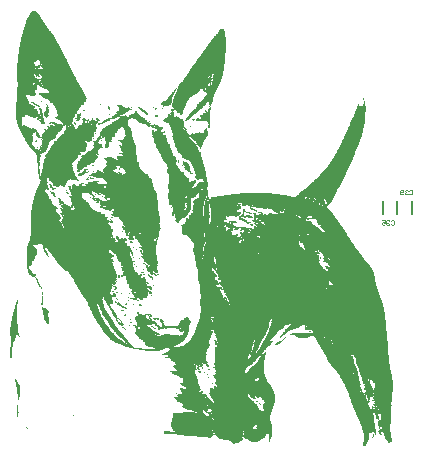
<source format=gbo>
G04*
G04 #@! TF.GenerationSoftware,Altium Limited,Altium Designer,21.6.1 (37)*
G04*
G04 Layer_Color=32896*
%FSLAX25Y25*%
%MOIN*%
G70*
G04*
G04 #@! TF.SameCoordinates,953C7FF0-8441-463C-8B19-84221F089CF9*
G04*
G04*
G04 #@! TF.FilePolarity,Positive*
G04*
G01*
G75*
%ADD11C,0.00787*%
%ADD73C,0.00400*%
G36*
X440543Y294692D02*
X440576Y294558D01*
X440559Y294474D01*
X440543Y294457D01*
X440492Y294407D01*
X440358Y294440D01*
X440274Y294524D01*
X440358Y294742D01*
X440459Y294776D01*
X440543Y294692D01*
D02*
G37*
G36*
X493362Y292964D02*
X493446Y292881D01*
X493480Y292746D01*
Y292713D01*
X493513Y292612D01*
X493480Y292411D01*
X493463Y292394D01*
X493211Y292646D01*
X493144Y292813D01*
X493111Y292914D01*
X493161Y292998D01*
X493362Y292964D01*
D02*
G37*
G36*
X402584Y291320D02*
X402635Y291170D01*
X402618Y291119D01*
X402450D01*
X402333Y291237D01*
X402383Y291354D01*
X402584Y291320D01*
D02*
G37*
G36*
X405637Y291052D02*
X405755Y291002D01*
X405704Y290884D01*
X405402Y290918D01*
X405302Y290951D01*
X405285Y290968D01*
X405184Y291035D01*
X405369Y291086D01*
X405637Y291052D01*
D02*
G37*
G36*
X413236Y290700D02*
X413202Y290633D01*
X413085Y290616D01*
X413068Y290633D01*
X413152Y290717D01*
X413236Y290700D01*
D02*
G37*
G36*
X431149Y296269D02*
X431066Y296118D01*
X430999Y296084D01*
X430848Y295967D01*
X430764Y295749D01*
X430713Y295631D01*
X430562Y295447D01*
X430411Y295296D01*
X430311Y295061D01*
X430277Y294927D01*
X430227Y294742D01*
X430143Y294625D01*
X430009Y294424D01*
X429875Y294122D01*
X429791Y293736D01*
X429590Y293401D01*
X429472Y293115D01*
X429439Y292881D01*
X429472Y292344D01*
X429439Y292109D01*
X429388Y291824D01*
X429321Y291656D01*
X429170Y291337D01*
X428986Y291086D01*
X428751Y290951D01*
X428600Y290801D01*
X428583Y290750D01*
X428516Y290717D01*
X427946Y290448D01*
X427828Y290499D01*
X427795Y290633D01*
X427778Y290750D01*
X427845Y291153D01*
X427862Y291170D01*
X427778Y291287D01*
X427644Y291253D01*
X427527Y291136D01*
X427493Y291069D01*
X427392Y290968D01*
X427359Y290901D01*
X427124Y290599D01*
X426923Y290432D01*
X426805Y290314D01*
X426570Y290213D01*
X426503Y290247D01*
X426453Y290432D01*
X426419Y290868D01*
X426369Y290918D01*
X426134Y290985D01*
X425916Y290901D01*
X425832Y290884D01*
X425748Y290968D01*
X425715Y291136D01*
X425748Y291237D01*
X425782Y291404D01*
X426000Y291723D01*
X426101Y291824D01*
X426319Y291908D01*
X426386Y291941D01*
X426403Y291958D01*
X426570Y292126D01*
X426805Y292159D01*
X427107Y292193D01*
X427376Y292461D01*
X427443Y292495D01*
X428046Y292964D01*
X428248Y293300D01*
X428432Y293484D01*
X428499Y293652D01*
X428583Y293870D01*
X428751Y294139D01*
X429019Y294474D01*
X429103Y294524D01*
X429137Y294591D01*
X429321Y294843D01*
X429388Y294877D01*
X429573Y295027D01*
X429724Y295212D01*
X430110Y295598D01*
X430143Y295665D01*
X430294Y295849D01*
X430361Y295883D01*
X430479Y296000D01*
X430512Y296067D01*
X430797Y296487D01*
X430898Y296587D01*
X431032Y296621D01*
X431133Y296655D01*
X431149Y296269D01*
D02*
G37*
G36*
X414292Y290616D02*
X414309Y290532D01*
X414225Y290448D01*
X414208Y290432D01*
X414124Y290415D01*
X414041Y290499D01*
X414091Y290616D01*
X414225Y290650D01*
X414292Y290616D01*
D02*
G37*
G36*
X383748Y322268D02*
X383916Y322200D01*
X384100Y322083D01*
X384402Y321848D01*
X384654Y321597D01*
X384687Y321530D01*
X384821Y321295D01*
X384922Y321194D01*
X384956Y321127D01*
X385023Y321060D01*
X385056Y320993D01*
X385291Y320758D01*
X385425Y320523D01*
X385593Y320288D01*
X385627Y320154D01*
X385794Y319919D01*
X385895Y319819D01*
X385928Y319752D01*
X386163Y319315D01*
X386297Y319114D01*
X386432Y318879D01*
X386599Y318644D01*
X386700Y318477D01*
X386784Y318393D01*
X386851Y318359D01*
X387002Y318108D01*
X387035Y318041D01*
X387136Y317940D01*
X387170Y317873D01*
X387237Y317806D01*
X387371Y317571D01*
X387539Y317336D01*
X387673Y317101D01*
X387841Y316934D01*
X388142Y316363D01*
X388293Y316179D01*
X388478Y315994D01*
X388511Y315927D01*
X388730Y315609D01*
X388813Y315491D01*
X388864Y315441D01*
X388914Y315424D01*
X388931Y315374D01*
X388998Y315340D01*
X389115Y315223D01*
X389216Y314988D01*
X389249Y314921D01*
X389451Y314720D01*
X389618Y314418D01*
X389719Y314317D01*
X389987Y313747D01*
X390122Y313512D01*
X390206Y313428D01*
X390273Y313394D01*
X390357Y313311D01*
X390457Y313076D01*
X390591Y312841D01*
X390658Y312774D01*
X390793Y312472D01*
X390927Y312237D01*
X391027Y312136D01*
X391162Y311767D01*
X391313Y311583D01*
X391363Y311532D01*
X391631Y311029D01*
X391765Y310727D01*
X391933Y310425D01*
X392000Y310358D01*
X392067Y310191D01*
X392185Y309872D01*
X392269Y309788D01*
X392302Y309721D01*
X392403Y309486D01*
X392671Y308916D01*
X392722Y308731D01*
X392822Y308463D01*
X392940Y308346D01*
X393040Y308111D01*
X393091Y307926D01*
X393141Y307809D01*
X393309Y307641D01*
X393409Y307406D01*
X393544Y307171D01*
X393678Y307037D01*
X393879Y306668D01*
X393946Y306601D01*
X394013Y306433D01*
X394097Y306215D01*
X394248Y306064D01*
X394282Y305997D01*
X394416Y305695D01*
X394584Y305326D01*
X394667Y305108D01*
X394751Y304991D01*
X394919Y304823D01*
X394986Y304588D01*
X395103Y304270D01*
X395254Y304018D01*
X395305Y303834D01*
X395506Y303498D01*
X395741Y303028D01*
X395892Y302777D01*
X395942Y302592D01*
X395976Y302458D01*
X396093Y302274D01*
X396160Y302206D01*
X396227Y301972D01*
X396311Y301754D01*
X396395Y301636D01*
X396462Y301569D01*
X396496Y301502D01*
X396563Y301334D01*
X396680Y301016D01*
X396831Y300865D01*
X396865Y300798D01*
X397435Y299691D01*
X397569Y299389D01*
X397653Y299170D01*
X397770Y299053D01*
X397804Y298986D01*
X397905Y298751D01*
X398374Y297879D01*
X398441Y297812D01*
X398575Y297510D01*
X398609Y297443D01*
X398777Y297208D01*
X398810Y297141D01*
X398944Y296906D01*
X399045Y296806D01*
X399079Y296738D01*
X399280Y296369D01*
X399414Y296168D01*
X399515Y295933D01*
X399548Y295866D01*
X399716Y295631D01*
X399750Y295564D01*
X399985Y295128D01*
X400052Y295061D01*
X400119Y294893D01*
X400203Y294675D01*
X400286Y294558D01*
X400421Y294356D01*
X400471Y294172D01*
X400588Y293987D01*
X400756Y293820D01*
X400823Y293652D01*
X400907Y293434D01*
X401024Y293216D01*
X401058Y293082D01*
X401024Y292914D01*
X400907Y292830D01*
X400823Y292746D01*
X400790Y292612D01*
X400756Y292512D01*
X400723Y292377D01*
X400689Y292042D01*
X400655Y291908D01*
X400286Y291874D01*
X400186Y291773D01*
X400119Y291606D01*
X400001Y291287D01*
X399934Y291119D01*
X399733Y290784D01*
X399565Y290717D01*
X399163Y290683D01*
X399045Y290566D01*
X398978Y290331D01*
X398894Y289979D01*
X398844Y289861D01*
X398693Y289844D01*
X398425Y290012D01*
X398324Y289979D01*
X398274Y289928D01*
X398240Y289593D01*
X398274Y289492D01*
X398408Y289157D01*
X398391Y289006D01*
X398123Y289039D01*
X398022Y289073D01*
X397837Y288922D01*
X397770Y288687D01*
X397720Y287932D01*
X397653Y287832D01*
X397452Y287865D01*
X397318Y287999D01*
X397183Y288033D01*
X397083Y287999D01*
X397032Y287949D01*
X396965Y287714D01*
X397032Y287412D01*
X397066Y287312D01*
X397099Y287177D01*
X397066Y286909D01*
X396949Y286758D01*
X396881Y286725D01*
X396714Y286658D01*
X396647Y286624D01*
X396496Y286473D01*
X396428Y286305D01*
X396395Y286171D01*
X396361Y285936D01*
X396328Y285467D01*
X396160Y285198D01*
X396093Y285031D01*
X396059Y284460D01*
X396110Y284376D01*
X396294Y284326D01*
X396412Y284276D01*
X396714Y283974D01*
X396781Y283940D01*
X396898Y283823D01*
X396965Y283588D01*
X396999Y283454D01*
X397083Y283236D01*
X397250Y282967D01*
X397318Y282900D01*
X397552Y282833D01*
X397737Y282951D01*
X397821Y283169D01*
X397888Y283269D01*
X397955Y283303D01*
X398173Y283454D01*
X398206Y283890D01*
X398274Y283957D01*
X398307Y284024D01*
X398441Y284259D01*
X398492Y284309D01*
X398693Y284276D01*
X398794Y284242D01*
X399230Y284276D01*
X399381Y284360D01*
X399448Y284527D01*
X399532Y284745D01*
X399716Y285098D01*
X399783Y285332D01*
X399666Y285651D01*
X399498Y285919D01*
X399431Y285953D01*
X399347Y286037D01*
X399381Y286138D01*
X399431Y286188D01*
X399699Y286221D01*
X399800Y286322D01*
X399968Y286389D01*
X400337Y286456D01*
X400504Y286356D01*
X400555Y286305D01*
X400622Y286138D01*
X400655Y286003D01*
X400622Y285701D01*
X400588Y285601D01*
X400622Y285064D01*
X400588Y284963D01*
X400639Y284645D01*
X400739Y284544D01*
X400874Y284510D01*
X401041Y284578D01*
X401159Y284695D01*
X401192Y284829D01*
X401142Y285014D01*
X401125Y285332D01*
X401159Y285366D01*
X401125Y285467D01*
X401159Y285634D01*
X401511Y285987D01*
X401645Y286020D01*
X401712Y285987D01*
X401762Y285936D01*
X401830Y285701D01*
X401863Y285500D01*
X402182Y285483D01*
X402366Y285634D01*
X402484Y285752D01*
X402853Y285953D01*
X402886Y286288D01*
X402920Y286389D01*
X403004Y286406D01*
X403104Y286339D01*
X403155Y286154D01*
X403188Y285987D01*
X403222Y285919D01*
X403356Y285886D01*
X403541Y285836D01*
X403591Y285785D01*
X403641Y285769D01*
X403708Y285601D01*
X403742Y285467D01*
X403809Y285299D01*
X403859Y285249D01*
X404027Y285349D01*
X404262Y285517D01*
X404329Y285550D01*
X404379Y285601D01*
X404446Y285769D01*
X404413Y285936D01*
X404245Y286104D01*
X404178Y286372D01*
X404211Y286540D01*
X404295Y286624D01*
X404698Y286590D01*
X404815Y286473D01*
X404849Y286339D01*
X404815Y286138D01*
X404782Y286037D01*
X404799Y285987D01*
X405268Y285953D01*
X405486Y285802D01*
X405520Y285668D01*
X405436Y285517D01*
X405201Y285450D01*
X404899Y285416D01*
X404815Y285332D01*
X404748Y285098D01*
X404782Y284963D01*
X405000Y284880D01*
X405134Y284846D01*
X405570Y284880D01*
X405738Y284947D01*
X405922Y284896D01*
X406073Y284880D01*
X406191Y284997D01*
X406224Y285064D01*
X406375Y285249D01*
X406442Y285316D01*
X406610Y285416D01*
X406694Y285500D01*
X406778Y285718D01*
X406878Y285819D01*
X407046Y285886D01*
X407415Y286087D01*
X407482Y286154D01*
X407784Y286288D01*
X408153Y286490D01*
X408388Y286590D01*
X408489Y286557D01*
X408556Y286523D01*
X408656Y286423D01*
X408824Y286523D01*
X408958Y286557D01*
X409260Y286624D01*
X409445Y286775D01*
X409579Y287010D01*
X409730Y287060D01*
X409898Y287127D01*
X409948Y287177D01*
X410149Y287546D01*
X410199Y287597D01*
X410669Y287731D01*
X411021Y287815D01*
X411038Y287899D01*
X410971Y287966D01*
X410803Y287999D01*
X410686Y288050D01*
X410652Y288117D01*
X410619Y288150D01*
X410770Y288335D01*
X411139Y288704D01*
X411357Y288754D01*
X411625Y288821D01*
X411692Y288989D01*
X411743Y289207D01*
X411776Y289509D01*
X411810Y289643D01*
X411827Y289861D01*
X411525Y290297D01*
X411390Y290532D01*
X411189Y290734D01*
X411223Y290901D01*
X411407Y290951D01*
X411659Y290901D01*
X411843Y290851D01*
X412112Y290784D01*
X412615Y290750D01*
X412783Y290582D01*
X413034Y290566D01*
X413068Y290130D01*
X413101Y290029D01*
X413152Y289979D01*
X413252Y290012D01*
X413554Y290146D01*
X413621Y290113D01*
X413672Y290062D01*
X413638Y289828D01*
X413504Y289626D01*
X413537Y289492D01*
X413688Y289442D01*
X413890Y289475D01*
X414124Y289710D01*
X414494Y289912D01*
X414728Y290012D01*
X414946Y290096D01*
X415097Y290146D01*
X415165Y290113D01*
X415248Y290029D01*
X415349Y289626D01*
X415466Y289509D01*
X415601Y289475D01*
X415835Y289509D01*
X415903Y289475D01*
X415986Y289392D01*
X415953Y289257D01*
X415869Y289174D01*
X415517Y289123D01*
X415349Y289056D01*
X415299Y289006D01*
X415232Y288972D01*
X415165Y288905D01*
X415097Y288872D01*
X414930Y288704D01*
X414762Y288637D01*
X414494Y288570D01*
X414242Y288519D01*
X414108Y288486D01*
X413890Y288167D01*
X413823Y288100D01*
X413756Y288067D01*
X413621Y287932D01*
X413554Y287899D01*
X413487Y287832D01*
X413420Y287798D01*
X413185Y287698D01*
X412967Y287614D01*
X412799Y287479D01*
X412766Y287412D01*
X412715Y287362D01*
X412313Y287396D01*
X412212Y287429D01*
X412145Y287396D01*
X412128Y287345D01*
X412212Y287261D01*
X412279Y287228D01*
X412464Y287077D01*
X412548Y286993D01*
X412749Y287027D01*
X412850Y287127D01*
X413001Y287144D01*
X413370Y287110D01*
X413454Y287094D01*
X413688Y287228D01*
X413789Y287329D01*
X413957Y287396D01*
X414259Y287362D01*
X414443Y287211D01*
X414544Y287110D01*
X414644Y286943D01*
X414695Y286892D01*
X414829Y286859D01*
X415030Y286825D01*
X415148Y286909D01*
X415181Y287043D01*
X415215Y287446D01*
X415299Y287530D01*
X415668Y287731D01*
X415768Y287765D01*
X416070Y287731D01*
X416305Y287630D01*
X416506Y287664D01*
X416691Y287848D01*
X416724Y287915D01*
X416791Y287983D01*
X416825Y288050D01*
X417026Y288251D01*
X417077Y288469D01*
X417110Y288670D01*
X417177Y288838D01*
X417311Y288972D01*
X417513Y289039D01*
X417681Y288939D01*
X417731Y288788D01*
X417764Y288654D01*
X417798Y288419D01*
X417932Y288184D01*
X418016Y288100D01*
X418083Y288067D01*
X418184Y287966D01*
X418251Y287932D01*
X418435Y287748D01*
X418469Y287681D01*
X418704Y287245D01*
X418754Y287161D01*
X418804Y287144D01*
X418838Y287077D01*
X418888Y287027D01*
X418955Y286993D01*
X419056Y286960D01*
X419358Y286926D01*
X419442Y286842D01*
X419475Y286775D01*
X419593Y286658D01*
X419727Y286624D01*
X419861Y286658D01*
X420096Y286624D01*
X420264Y286557D01*
X420750Y286574D01*
X420784Y286473D01*
X420700Y286389D01*
X420549Y286305D01*
X420515Y286171D01*
X420549Y285836D01*
X420666Y285718D01*
X420834Y285685D01*
X420934Y285718D01*
X421086Y285701D01*
X421119Y285265D01*
X421404Y285249D01*
X421505Y285282D01*
X421639Y285316D01*
X421807Y285483D01*
X422042Y285550D01*
X422092Y285500D01*
X422058Y285400D01*
X421941Y285282D01*
X421874Y285249D01*
X421790Y285165D01*
X421824Y284930D01*
X421907Y284846D01*
X422293Y284863D01*
X422394Y284796D01*
X422360Y284594D01*
X422276Y284510D01*
X422092Y284460D01*
X422042Y284410D01*
X421975Y284376D01*
X421891Y284192D01*
X421975Y284041D01*
X422209Y284007D01*
X422343Y284041D01*
X422545Y284242D01*
X422863Y284225D01*
X423031Y284259D01*
X423300Y284427D01*
X423501Y284561D01*
X423752Y284712D01*
X423887Y284678D01*
X423920Y284376D01*
X423971Y284259D01*
X424021Y284175D01*
X424088Y284141D01*
X424256Y284074D01*
X424692Y284108D01*
X424792Y284074D01*
X425094Y283907D01*
X425145Y283856D01*
X425178Y283789D01*
X425312Y283487D01*
X425296Y283169D01*
X425363Y283068D01*
X425497Y283034D01*
X425732Y283068D01*
X425782Y283219D01*
X425816Y283420D01*
X425899Y283504D01*
X426134Y283605D01*
X426436Y283571D01*
X426520Y283487D01*
X426554Y283253D01*
X426503Y283202D01*
X426369Y283169D01*
X426319Y283118D01*
X426285Y282984D01*
X426252Y282649D01*
X426134Y282531D01*
X426000Y282498D01*
X425816Y282347D01*
X425748Y282280D01*
X425698Y282095D01*
X425665Y281961D01*
X425648Y281810D01*
X425782Y281575D01*
X425933Y281525D01*
X426034Y281558D01*
X426134Y281659D01*
X426201Y281693D01*
X426973Y282062D01*
X427107Y282028D01*
X427124Y281844D01*
X426939Y281659D01*
X426721Y281542D01*
X426688Y281474D01*
X426570Y281324D01*
X426302Y281223D01*
X426252Y281173D01*
X426268Y281022D01*
X426403Y280988D01*
X426772Y280820D01*
X427107Y280854D01*
X427342Y280753D01*
X427577Y280619D01*
X427594Y280502D01*
X427426Y280200D01*
X427359Y280032D01*
X427392Y279898D01*
X427577Y279713D01*
X427644Y279680D01*
X427862Y279462D01*
X427929Y279260D01*
X427862Y279093D01*
X427795Y278858D01*
X427845Y278673D01*
X427895Y278623D01*
X427929Y278556D01*
X427979Y278506D01*
X428046Y278472D01*
X428130Y278388D01*
X428197Y278221D01*
X428265Y277986D01*
X428348Y277801D01*
X428516Y277734D01*
X428583Y277700D01*
X428633Y277650D01*
X428701Y277415D01*
X428633Y277248D01*
X428600Y277013D01*
X428633Y276778D01*
X428717Y276661D01*
X428785Y276627D01*
X428868Y276510D01*
X429019Y276325D01*
X429103Y276241D01*
X429137Y276174D01*
X429405Y275906D01*
X429472Y275637D01*
X429506Y275000D01*
X429673Y274698D01*
X429774Y274463D01*
X429858Y274111D01*
X429925Y273977D01*
X430093Y273910D01*
X430311Y273826D01*
X430361Y273776D01*
X430428Y273742D01*
X430546Y273625D01*
X430579Y273557D01*
X430646Y273390D01*
X430680Y273121D01*
X430781Y272886D01*
X430848Y272719D01*
X430999Y272534D01*
X431082Y272350D01*
X431049Y272115D01*
X430881Y271847D01*
X430814Y271679D01*
X430781Y271545D01*
X430814Y271243D01*
X431049Y270941D01*
X431217Y270773D01*
X431250Y270639D01*
X431284Y270236D01*
X431452Y270002D01*
X431686Y269565D01*
X431770Y269481D01*
X432055Y269498D01*
X432106Y269448D01*
X432156Y269431D01*
X432223Y269264D01*
X432340Y268945D01*
X432508Y268475D01*
X432558Y268224D01*
X432642Y268140D01*
X432726Y268224D01*
X432659Y268391D01*
X432743Y268542D01*
X432894Y268559D01*
X433112Y268442D01*
X433196Y268425D01*
X433380Y268442D01*
X433397Y268257D01*
X433364Y268156D01*
X433397Y267821D01*
X433515Y267704D01*
X433582Y267670D01*
X433666Y267553D01*
X433733Y267485D01*
X433766Y267418D01*
X434186Y266999D01*
X434253Y266966D01*
X434353Y266865D01*
X434420Y266831D01*
X434504Y266747D01*
X434588Y266529D01*
X434655Y266462D01*
X434957Y266429D01*
X435041Y266345D01*
X435075Y266211D01*
X435108Y265842D01*
X435142Y265741D01*
X435108Y265171D01*
X435158Y265120D01*
X435393Y265154D01*
X435762Y265355D01*
X435880Y265439D01*
X435913Y265506D01*
X436064Y265590D01*
X436500Y265624D01*
X436936Y265825D01*
X437037Y265859D01*
X437205Y265758D01*
X437289Y265674D01*
X437406Y265456D01*
X437456Y265439D01*
X437490Y265372D01*
X437523Y265271D01*
X437490Y265003D01*
X437272Y264919D01*
X437171Y264886D01*
X437087Y264802D01*
X437003Y264584D01*
X436920Y264466D01*
X436618Y264164D01*
X436383Y263728D01*
X436316Y263661D01*
X436282Y263594D01*
X436148Y263460D01*
X436081Y263292D01*
X436115Y263091D01*
X436165Y263040D01*
X436500Y263074D01*
X436685Y263225D01*
X436769Y263309D01*
X436836Y263342D01*
X436903Y263410D01*
X436970Y263443D01*
X437037Y263510D01*
X437104Y263544D01*
X437171Y263611D01*
X437406Y263712D01*
X437725Y263762D01*
X437691Y264265D01*
X437859Y264567D01*
X438295Y264634D01*
X438429Y264735D01*
X438463Y264835D01*
X438429Y264936D01*
X438463Y265070D01*
X438731Y265171D01*
X438916Y265255D01*
X439721Y265221D01*
X440157Y265020D01*
X440174Y265104D01*
X440006Y265338D01*
X439922Y265557D01*
X439805Y265808D01*
X439670Y266043D01*
X439603Y266110D01*
X439570Y266177D01*
X439520Y266228D01*
X439402Y266244D01*
X439234Y266211D01*
X439050Y266160D01*
X438513Y266127D01*
X438412Y266026D01*
X438245Y265959D01*
X438110Y265926D01*
X437892Y265976D01*
X437775Y266026D01*
X437708Y266093D01*
X437641Y266127D01*
X437322Y266446D01*
X437289Y266513D01*
X437188Y266747D01*
X437221Y266982D01*
X437322Y267217D01*
X437356Y267351D01*
X437372Y267569D01*
X437339Y267737D01*
X437272Y267905D01*
X437221Y267955D01*
X437188Y268022D01*
X437054Y268224D01*
X437087Y268492D01*
X437154Y268660D01*
X437121Y268827D01*
X437037Y268911D01*
X436970Y268945D01*
X436819Y269062D01*
X436785Y269129D01*
X436651Y269431D01*
X436618Y269867D01*
X436584Y269968D01*
X436534Y270253D01*
X436467Y270421D01*
X436165Y270555D01*
X436098Y270589D01*
X435980Y270706D01*
X435947Y270941D01*
X435980Y271075D01*
X436014Y271276D01*
X435863Y271461D01*
X435645Y271679D01*
X435611Y271746D01*
X435544Y271813D01*
X435511Y271880D01*
X435376Y272014D01*
X435343Y272081D01*
X435192Y272266D01*
X435007Y272450D01*
X434974Y272585D01*
X434907Y272652D01*
X434873Y272719D01*
X434823Y272769D01*
X434655Y272836D01*
X434521Y272870D01*
X434353Y272769D01*
X434269Y272652D01*
X434219Y272601D01*
X434102Y272585D01*
X433934Y272652D01*
X433816Y272769D01*
X433749Y272803D01*
X433682Y272870D01*
X433448Y272970D01*
X433263Y273021D01*
X433146Y273071D01*
X432995Y273188D01*
X432961Y273256D01*
X432777Y273440D01*
X432710Y273474D01*
X432659Y273524D01*
X432693Y273692D01*
X432793Y273859D01*
X432760Y274195D01*
X432575Y274379D01*
X432508Y274413D01*
X432240Y274581D01*
X432173Y274614D01*
X432022Y274765D01*
X432005Y274816D01*
X431938Y274849D01*
X431837Y274883D01*
X431535Y274916D01*
X431418Y275033D01*
X431368Y275252D01*
X431334Y275419D01*
X431183Y275705D01*
X431200Y276157D01*
X431082Y276342D01*
X430797Y276526D01*
X430680Y276644D01*
X430613Y276812D01*
X430579Y276946D01*
X430479Y277281D01*
X430445Y277415D01*
X430344Y277751D01*
X430277Y278019D01*
X430227Y278506D01*
X430193Y278640D01*
X430126Y278808D01*
X430009Y279059D01*
X429908Y279294D01*
X429875Y279629D01*
X429824Y279814D01*
X429657Y280082D01*
X429606Y280233D01*
X429573Y280367D01*
X429623Y280586D01*
X429657Y280787D01*
X429673Y280971D01*
X429640Y281072D01*
X429606Y281508D01*
X429573Y281642D01*
X429539Y281944D01*
X429405Y282246D01*
X429338Y282414D01*
X429304Y282548D01*
X429254Y282867D01*
X429086Y283236D01*
X428935Y283487D01*
X428852Y283873D01*
X428684Y284141D01*
X428600Y284259D01*
X428466Y284460D01*
X428432Y284527D01*
X428348Y284611D01*
X428281Y284645D01*
X428046Y284812D01*
X427812Y284947D01*
X427476Y285181D01*
X427074Y285282D01*
X426738Y285316D01*
X426503Y285450D01*
X426319Y285601D01*
X426285Y285701D01*
X426319Y285769D01*
X426503Y285852D01*
X426638Y285886D01*
X426822Y285970D01*
X426856Y286104D01*
X426939Y286322D01*
X427006Y286389D01*
X427074Y286423D01*
X427510Y286624D01*
X427744Y286691D01*
X427979Y286725D01*
X428063Y286808D01*
X428097Y287144D01*
X428130Y287546D01*
X428248Y287664D01*
X428550Y287832D01*
X428701Y287949D01*
X428801Y288117D01*
X429019Y288201D01*
X429070Y288251D01*
X429103Y288318D01*
X429254Y288503D01*
X429304Y288654D01*
X429271Y288888D01*
X429120Y289073D01*
X429036Y289157D01*
X429003Y289257D01*
X429086Y289375D01*
X429153Y289408D01*
X429489Y289643D01*
X429623Y289610D01*
X429673Y289425D01*
X429707Y289291D01*
X429824Y289174D01*
X429925Y289140D01*
X430043Y289257D01*
X430110Y289526D01*
X430076Y289828D01*
X429992Y289912D01*
X429673Y290029D01*
X429623Y290079D01*
X429573Y290096D01*
X429539Y290163D01*
X429439Y290398D01*
X429472Y291002D01*
X429506Y291103D01*
X429556Y291388D01*
X429623Y291555D01*
X429774Y291706D01*
X429841Y291874D01*
X429875Y292008D01*
X429858Y292763D01*
X429992Y293132D01*
X430177Y293551D01*
X430210Y293753D01*
X430378Y294021D01*
X430411Y294155D01*
X430479Y294323D01*
X430529Y294541D01*
X430680Y294826D01*
X430747Y294994D01*
X430831Y295212D01*
X430982Y295464D01*
X431015Y295531D01*
X431116Y295765D01*
X431200Y295984D01*
X431384Y296235D01*
X431418Y296470D01*
X431384Y296604D01*
X431334Y296655D01*
X431183Y296705D01*
X431217Y296906D01*
X431300Y297024D01*
X431368Y297057D01*
X431468Y297158D01*
X431535Y297191D01*
X431619Y297275D01*
X431720Y297510D01*
X431820Y297678D01*
X431904Y297762D01*
X431971Y297795D01*
X432122Y297946D01*
X432156Y298013D01*
X432508Y298365D01*
X432575Y298399D01*
X432659Y298483D01*
X432693Y298550D01*
X433028Y298885D01*
X433162Y299120D01*
X433330Y299355D01*
X433431Y299523D01*
X433582Y299707D01*
X433632Y299758D01*
X433766Y299992D01*
X433934Y300127D01*
X434135Y300496D01*
X434269Y300630D01*
X434303Y300697D01*
X434437Y300932D01*
X434504Y300999D01*
X434538Y301066D01*
X434705Y301368D01*
X434907Y301569D01*
X434991Y301787D01*
X435108Y301972D01*
X435242Y302106D01*
X435410Y302408D01*
X435578Y302643D01*
X435611Y302777D01*
X435779Y303012D01*
X435846Y303079D01*
X436081Y303515D01*
X436215Y303649D01*
X436282Y303817D01*
X436383Y303984D01*
X436467Y304102D01*
X436534Y304135D01*
X436584Y304186D01*
X436618Y304253D01*
X436853Y304555D01*
X437003Y304739D01*
X437188Y304924D01*
X437356Y305226D01*
X437456Y305326D01*
X437691Y305763D01*
X437825Y305897D01*
X437859Y305964D01*
X438027Y306199D01*
X438161Y306333D01*
X438329Y306635D01*
X438630Y306937D01*
X438664Y307004D01*
X438765Y307104D01*
X438798Y307171D01*
X439016Y307490D01*
X439134Y307608D01*
Y307641D01*
X439150Y307658D01*
X439201Y307708D01*
X439234Y307775D01*
X439469Y308111D01*
X439603Y308346D01*
X439704Y308446D01*
X439738Y308513D01*
X439805Y308580D01*
X439905Y308748D01*
X439972Y308815D01*
X440006Y308882D01*
X440073Y308949D01*
X440241Y309251D01*
X440375Y309385D01*
X440509Y309620D01*
X440710Y309822D01*
X440744Y309889D01*
X441079Y310358D01*
X441214Y310593D01*
X441381Y310828D01*
X441515Y311063D01*
X441650Y311197D01*
X441683Y311264D01*
X441901Y311583D01*
X442019Y311700D01*
X442052Y311767D01*
X442270Y312086D01*
X442405Y312287D01*
X442455Y312338D01*
X442488Y312405D01*
X442572Y312489D01*
X442639Y312522D01*
X442690Y312573D01*
X442723Y312640D01*
X442790Y312707D01*
X442824Y312774D01*
X442891Y312841D01*
X442924Y312908D01*
X443059Y313109D01*
X443092Y313176D01*
X443361Y313445D01*
X443394Y313512D01*
X443461Y313579D01*
X443495Y313646D01*
X443646Y313830D01*
X443964Y314149D01*
X443998Y314216D01*
X444065Y314283D01*
X444099Y314351D01*
X444166Y314418D01*
X444199Y314485D01*
X444266Y314552D01*
X444300Y314619D01*
X444602Y314921D01*
X444736Y315156D01*
X444971Y315390D01*
X445004Y315458D01*
X445072Y315525D01*
X445088Y315575D01*
X445139Y315592D01*
X445155Y315642D01*
X445222Y315676D01*
X445625Y316078D01*
X445793Y316145D01*
X446011Y316196D01*
X446195Y316279D01*
X446363Y316246D01*
X446548Y316095D01*
X446665Y316011D01*
X446749Y315927D01*
X446816Y315692D01*
X447000Y315172D01*
X447084Y314988D01*
X447151Y314720D01*
X447185Y313948D01*
X447219Y313847D01*
X447269Y313529D01*
X447302Y313260D01*
X447386Y312505D01*
X447403Y311784D01*
X447369Y310241D01*
X447336Y309671D01*
X447302Y309302D01*
X447286Y309016D01*
X447319Y308916D01*
X447286Y308580D01*
X447235Y307826D01*
X447151Y306333D01*
X447118Y306199D01*
X447067Y305913D01*
X447034Y305645D01*
X447000Y304773D01*
X446967Y304572D01*
X446933Y304437D01*
X446866Y303901D01*
X446816Y303448D01*
X446749Y302710D01*
X446715Y302575D01*
X446682Y302274D01*
X446548Y301972D01*
X446480Y301703D01*
X446397Y301318D01*
X446329Y300982D01*
X446296Y300848D01*
X446212Y300563D01*
X446162Y300345D01*
X446128Y300210D01*
X446095Y300043D01*
X446011Y299825D01*
X445944Y299657D01*
X445910Y299523D01*
X445793Y299204D01*
X445608Y298818D01*
X445541Y298583D01*
X445457Y298365D01*
X445290Y298097D01*
X445222Y297929D01*
X445189Y297795D01*
X445122Y297627D01*
X444988Y297426D01*
X444820Y296990D01*
X444686Y296789D01*
X444602Y296604D01*
X444535Y296436D01*
X444434Y296269D01*
X444300Y296067D01*
X444216Y295849D01*
X443998Y295430D01*
X443830Y295128D01*
X443696Y294927D01*
X443629Y294692D01*
X443545Y294306D01*
X443478Y294139D01*
X443294Y293719D01*
X443092Y292914D01*
X443025Y292512D01*
X442992Y292277D01*
X442958Y291975D01*
X442891Y291807D01*
X442790Y291438D01*
X442757Y291371D01*
X442673Y291253D01*
X442606Y291220D01*
X442488Y291103D01*
X442455Y290968D01*
X442488Y290868D01*
X442589Y290801D01*
X442556Y290398D01*
X442438Y290281D01*
X442337Y290314D01*
X442287Y290465D01*
X442253Y290734D01*
X442203Y290784D01*
X442069Y290817D01*
X441968Y290851D01*
X441901Y291186D01*
X441817Y291371D01*
X441784Y291505D01*
X441767Y291622D01*
X441801Y291790D01*
X441817Y292075D01*
X441717Y292243D01*
X441566Y292293D01*
X441398Y292226D01*
X441314Y292042D01*
X441281Y291807D01*
X441247Y291706D01*
X441163Y291622D01*
X440861Y291589D01*
X440811Y291539D01*
X440878Y291270D01*
X440845Y291136D01*
X440794Y291086D01*
X440559Y290951D01*
X440325Y290717D01*
X440090Y290582D01*
X439855Y290348D01*
X439788Y290314D01*
X439738Y290264D01*
X439704Y290197D01*
X439503Y289828D01*
X439452Y289777D01*
X439083Y289576D01*
X438916Y289408D01*
X438848Y289375D01*
X438781Y289308D01*
X438714Y289274D01*
X438480Y289106D01*
X438412Y289073D01*
X438312Y288972D01*
X438262Y288955D01*
X438228Y288888D01*
X438127Y288788D01*
X438094Y288721D01*
X438027Y288654D01*
X437993Y288586D01*
X437842Y288402D01*
X437607Y288234D01*
X437540Y288167D01*
X437473Y288134D01*
X437372Y288033D01*
X437305Y287999D01*
X437205Y287899D01*
X436853Y287714D01*
X436819Y287647D01*
X436701Y287463D01*
X436534Y287396D01*
X436349Y287345D01*
X436232Y287261D01*
X436148Y287177D01*
X436115Y287110D01*
X435796Y286792D01*
X435494Y286624D01*
X435443Y286574D01*
X435393Y286389D01*
X435259Y286154D01*
X435192Y286121D01*
X435125Y286054D01*
X435058Y286020D01*
X434991Y285953D01*
X434924Y285919D01*
X434789Y285785D01*
X434622Y285718D01*
X434454Y285685D01*
X434303Y285534D01*
X434286Y285483D01*
X434219Y285450D01*
X434051Y285383D01*
X433917Y285416D01*
X433867Y285567D01*
X433917Y285785D01*
X434085Y286255D01*
X434202Y286439D01*
X434269Y286507D01*
X434303Y286574D01*
X434437Y286708D01*
X434471Y286775D01*
X434538Y286842D01*
X434571Y286909D01*
X434739Y287077D01*
X434773Y287144D01*
X434840Y287211D01*
X434873Y287278D01*
X434940Y287345D01*
X434974Y287412D01*
X435075Y287513D01*
X435108Y287580D01*
X435175Y287647D01*
X435209Y287714D01*
X435578Y288083D01*
X435611Y288150D01*
X435712Y288251D01*
X435745Y288318D01*
X435813Y288385D01*
X435846Y288452D01*
X436014Y288754D01*
X436433Y289174D01*
X436601Y289241D01*
X436819Y289324D01*
X436920Y289425D01*
X437020Y289593D01*
X437272Y289844D01*
X437339Y289878D01*
X437523Y290062D01*
X437691Y290432D01*
X437758Y290666D01*
X437876Y290985D01*
X437976Y291086D01*
X438345Y291287D01*
X438396Y291337D01*
X438530Y291807D01*
X438580Y291924D01*
X438714Y291958D01*
X439117Y291991D01*
X439268Y292142D01*
X439301Y292210D01*
X439536Y292512D01*
X439620Y292595D01*
X439670Y292612D01*
X439704Y292679D01*
X439972Y293182D01*
X440174Y293384D01*
X440274Y293551D01*
X440492Y293870D01*
X440861Y294071D01*
X440912Y294122D01*
X440945Y294356D01*
X441046Y294692D01*
X441079Y294826D01*
X441029Y294910D01*
X440794Y295044D01*
X440744Y295095D01*
X440660Y295246D01*
X440576Y295262D01*
X440459Y295178D01*
X440375Y295095D01*
X440341Y295027D01*
X440224Y295011D01*
X440174Y295061D01*
X440140Y295128D01*
X439972Y295363D01*
X439939Y295430D01*
X439838Y295665D01*
X439805Y295900D01*
X439771Y296000D01*
X439738Y296134D01*
X439704Y296202D01*
X439553Y296252D01*
X439251Y296218D01*
X438932Y296000D01*
X438698Y295765D01*
X438664Y295698D01*
X438530Y295396D01*
X438463Y295229D01*
X438345Y295111D01*
X438027Y294994D01*
X437624Y294726D01*
X437490Y294591D01*
X437456Y294524D01*
X437339Y294440D01*
X437272Y294373D01*
X437205Y294340D01*
X437003Y294206D01*
X436668Y294071D01*
X436601Y294038D01*
X436131Y293702D01*
X435997Y293669D01*
X435695Y293501D01*
X435158Y292964D01*
X435091Y292931D01*
X435007Y292847D01*
X434672Y292210D01*
X434605Y292142D01*
X434571Y292075D01*
X434370Y291706D01*
X434202Y291337D01*
X434135Y291069D01*
X434085Y290851D01*
X434035Y290801D01*
X433833Y290365D01*
X433699Y289995D01*
X433464Y289626D01*
X433397Y289459D01*
X433162Y288955D01*
X433129Y288821D01*
X433095Y288486D01*
X433011Y288134D01*
X432944Y287865D01*
X432877Y287698D01*
X432609Y287429D01*
X432525Y287412D01*
X432340Y287530D01*
X432273Y287597D01*
X431988Y287748D01*
X431955Y287882D01*
X431988Y288117D01*
X432022Y288217D01*
X432038Y288301D01*
X431971Y288402D01*
X431837Y288436D01*
X431636Y288402D01*
X431502Y288268D01*
X431368Y288234D01*
X431217Y288385D01*
X431183Y288452D01*
X431032Y288637D01*
X430982Y288687D01*
X430915Y288855D01*
X430831Y289073D01*
X430663Y289341D01*
X430529Y289375D01*
X430344Y289224D01*
X430277Y289157D01*
X430244Y289090D01*
X430160Y289006D01*
X429992Y288939D01*
X429942Y288888D01*
X429908Y288654D01*
X429942Y288419D01*
X430009Y288251D01*
X430059Y287899D01*
X430210Y287546D01*
X430177Y287312D01*
X430059Y287295D01*
X429959Y287329D01*
X429942Y287312D01*
X430009Y287245D01*
X430043Y287110D01*
X430110Y286943D01*
X430143Y286876D01*
X430193Y286825D01*
X430344Y286808D01*
X430546Y286842D01*
X430646Y286943D01*
X430747Y287110D01*
X430814Y287177D01*
X430848Y287245D01*
X430898Y287261D01*
X430948Y287211D01*
X430982Y286976D01*
X431015Y286507D01*
X431066Y286456D01*
X431166Y286423D01*
X431250Y286473D01*
X431284Y286540D01*
X431502Y286825D01*
X431703Y286892D01*
X431871Y286792D01*
X431921Y286741D01*
X431971Y286490D01*
X432005Y286356D01*
X432139Y286154D01*
X432290Y286003D01*
X432324Y285936D01*
X432374Y285886D01*
X432475Y285852D01*
X432626Y285970D01*
X432710Y286121D01*
X432844Y286154D01*
X433112Y286121D01*
X433162Y286070D01*
X433229Y285836D01*
X433263Y285701D01*
X433296Y285299D01*
X433397Y285064D01*
X433431Y284829D01*
X433464Y284158D01*
X433498Y284058D01*
X433548Y283806D01*
X433632Y283588D01*
X433699Y283420D01*
X433766Y283353D01*
X433800Y283286D01*
X433900Y283185D01*
X433934Y283118D01*
X434018Y283001D01*
X434085Y282967D01*
X434269Y282850D01*
X434236Y282582D01*
X434202Y282481D01*
X434236Y282313D01*
X434538Y281877D01*
X434571Y281810D01*
X434890Y281391D01*
X435075Y281105D01*
X435142Y281038D01*
X435175Y280971D01*
X435293Y280787D01*
X435628Y280820D01*
X435712Y280904D01*
X435745Y280971D01*
X435863Y281089D01*
X435930Y281122D01*
X436014Y281173D01*
X436047Y281240D01*
X436165Y281391D01*
X436299Y281424D01*
X436467Y281324D01*
X436551Y281240D01*
X436685Y281005D01*
X436836Y280955D01*
X436903Y280988D01*
X436953Y281038D01*
X437037Y281257D01*
X437138Y281357D01*
X437389Y281407D01*
X437507Y281491D01*
X437624Y281676D01*
X437708Y281693D01*
X437792Y281609D01*
X437842Y281290D01*
X437943Y281257D01*
X438161Y281340D01*
X438362Y281474D01*
X438429Y281542D01*
X438463Y281609D01*
X438580Y281726D01*
X438698Y281676D01*
X438731Y281609D01*
X438932Y281173D01*
X438966Y281072D01*
X438983Y281055D01*
X439033Y281105D01*
X439067Y281173D01*
X439150Y281290D01*
X439218Y281324D01*
X439318Y281357D01*
X439553Y281324D01*
X439654Y281290D01*
X439888Y281324D01*
X440039Y281474D01*
X440090Y281659D01*
X440157Y281927D01*
X440190Y282129D01*
X440224Y282263D01*
X440358Y282632D01*
X440409Y282682D01*
X440442Y282749D01*
X440643Y282951D01*
X440677Y283018D01*
X440861Y283202D01*
X440962Y283236D01*
X441113Y283118D01*
X441180Y282951D01*
X441214Y282816D01*
X441180Y282582D01*
X441147Y282447D01*
X441180Y282246D01*
X441264Y282162D01*
X441398Y282129D01*
X441515Y282078D01*
X441583Y281911D01*
X441549Y281609D01*
X441482Y281441D01*
X441448Y281307D01*
X441364Y280955D01*
X441331Y280787D01*
X441297Y280653D01*
X441230Y280485D01*
X441180Y280435D01*
X440912Y279931D01*
X440845Y279864D01*
X440811Y279797D01*
X440593Y279512D01*
X440526Y279479D01*
X440308Y279260D01*
X440274Y279193D01*
X440140Y279059D01*
X440073Y278891D01*
X439989Y278673D01*
X439805Y278254D01*
X439754Y278069D01*
X439654Y277801D01*
X439603Y277751D01*
X439469Y277449D01*
X439402Y277281D01*
X439268Y277046D01*
X439067Y276610D01*
X439016Y276426D01*
X438966Y276308D01*
X438882Y276292D01*
X438832Y276443D01*
X438748Y276661D01*
X438664Y276778D01*
X438463Y276946D01*
X438362Y277046D01*
X438329Y277114D01*
X438127Y277315D01*
X438094Y277382D01*
X437876Y277700D01*
X437792Y277885D01*
X437674Y278204D01*
X437507Y278472D01*
X437456Y278522D01*
X437423Y278590D01*
X437372Y278640D01*
X437305Y278673D01*
X437003Y278908D01*
X436718Y279059D01*
X436685Y279126D01*
X436551Y279361D01*
X436500Y279411D01*
X436333Y279512D01*
X436148Y279663D01*
X436064Y279747D01*
X435997Y279780D01*
X435762Y280015D01*
X435695Y280049D01*
X435611Y280133D01*
X435578Y280200D01*
X435460Y280317D01*
X435242Y280401D01*
X435108Y280636D01*
X434957Y280686D01*
X434857Y280653D01*
X434840Y280502D01*
X434907Y280435D01*
X434924Y280384D01*
X434991Y280351D01*
X435075Y280300D01*
X435225Y280015D01*
X435460Y279881D01*
X435511Y279831D01*
X435645Y279596D01*
X435762Y279479D01*
X435829Y279445D01*
X435880Y279395D01*
X435913Y279328D01*
X435980Y279260D01*
X436115Y279026D01*
X436198Y278942D01*
X436265Y278908D01*
X436433Y278741D01*
X436500Y278707D01*
X436685Y278556D01*
X436785Y278455D01*
X436819Y278388D01*
X437054Y278153D01*
X437087Y278086D01*
X437154Y278019D01*
X437322Y277717D01*
X437523Y277516D01*
X437641Y277197D01*
X437691Y277147D01*
X437959Y276644D01*
X438262Y276141D01*
X438396Y275839D01*
X438412Y275688D01*
X438396Y275403D01*
X438630Y274966D01*
X438765Y275201D01*
X438916Y275252D01*
X438983Y275218D01*
X439067Y275033D01*
X439100Y274799D01*
X439134Y274027D01*
X439167Y273926D01*
X439218Y273708D01*
X439301Y273423D01*
X439368Y273155D01*
X439670Y272216D01*
X439771Y271813D01*
X439855Y271595D01*
X439905Y271478D01*
X440039Y271176D01*
X440090Y270823D01*
X440190Y270421D01*
X440274Y270236D01*
X440341Y270069D01*
X440409Y269599D01*
X440459Y269414D01*
X440492Y269280D01*
X440610Y268895D01*
X440643Y268660D01*
X440677Y268224D01*
X440727Y267771D01*
X440794Y267502D01*
X440845Y267318D01*
X440912Y267150D01*
X440945Y266915D01*
X441029Y266362D01*
X441063Y266093D01*
X441096Y265926D01*
X441180Y265640D01*
X441214Y265506D01*
X441281Y264936D01*
X441314Y264802D01*
X441381Y263829D01*
X441348Y263728D01*
X441314Y263561D01*
X441214Y263326D01*
X441247Y262856D01*
X441381Y262554D01*
X441398Y261229D01*
X441348Y261045D01*
X441314Y260910D01*
X441348Y260743D01*
X441398Y260692D01*
X441532Y260659D01*
X441583Y260608D01*
X441549Y260407D01*
X441515Y260307D01*
X441549Y260239D01*
X441683Y260105D01*
X441750Y259938D01*
X441801Y259753D01*
X441817Y259367D01*
X441700Y259216D01*
X441314Y259132D01*
X441247Y259099D01*
X441230Y259015D01*
X441264Y258914D01*
X441432Y258847D01*
X441667Y258881D01*
X441817Y259032D01*
X441851Y259099D01*
X441901Y259149D01*
X442069Y259250D01*
X442186Y259367D01*
X442237Y259585D01*
X442304Y259753D01*
X442388Y259837D01*
X442405Y259887D01*
X442472Y259921D01*
X442539Y259988D01*
X442807Y260055D01*
X443495Y260139D01*
X443696Y260172D01*
X443864Y260206D01*
X444048Y260256D01*
X444182Y260290D01*
X444417Y260323D01*
X444552Y260357D01*
X445424Y260424D01*
X445524Y260457D01*
X445742Y260508D01*
X445910Y260541D01*
X446111Y260575D01*
X446413Y260608D01*
X446749Y260676D01*
X447118Y260709D01*
X447420Y260743D01*
X447688Y260776D01*
X447990Y260810D01*
X448191Y260843D01*
X448460Y260910D01*
X448627Y260944D01*
X449164Y260977D01*
X449600Y261011D01*
X450405Y261078D01*
X450573Y261112D01*
X450842Y261179D01*
X451110Y261212D01*
X451445Y261279D01*
X452754Y261313D01*
X453056Y261346D01*
X454750Y261363D01*
X454850Y261330D01*
X455555Y261363D01*
X455655Y261397D01*
X456226Y261464D01*
X457081Y261481D01*
X457618Y261447D01*
X459581Y261430D01*
X459681Y261464D01*
X460335Y261380D01*
X460788Y261330D01*
X462130Y261296D01*
X463271Y261263D01*
X463371Y261229D01*
X463774Y261195D01*
X463874Y261162D01*
X464160Y261112D01*
X464612Y261061D01*
X465082Y261028D01*
X465183Y260994D01*
X465518Y260961D01*
X465904Y260910D01*
X466072Y260877D01*
X466508Y260810D01*
X466843Y260776D01*
X467212Y260709D01*
X467347Y260676D01*
X467514Y260642D01*
X468118Y260541D01*
X468252Y260508D01*
X468454Y260474D01*
X468621Y260441D01*
X469158Y260307D01*
X469343Y260223D01*
X469578Y260156D01*
X469913Y260122D01*
X470014Y260156D01*
X470282Y260223D01*
X470517Y260256D01*
X470684Y260290D01*
X470919Y260457D01*
X471054Y260659D01*
X471154Y260759D01*
X471221Y260793D01*
X471288Y260860D01*
X471355Y260894D01*
X471691Y261229D01*
X471758Y261263D01*
X471825Y261330D01*
X471892Y261363D01*
X472160Y261632D01*
X472228Y261665D01*
X472496Y261933D01*
X472563Y261967D01*
X472815Y262152D01*
X472848Y262219D01*
X473133Y262504D01*
X473201Y262537D01*
X473268Y262604D01*
X473502Y262739D01*
X473704Y262940D01*
X473955Y263091D01*
X473989Y263158D01*
X474039Y263208D01*
X474106Y263242D01*
X474408Y263477D01*
X474542Y263611D01*
X474610Y263644D01*
X474777Y263812D01*
X474844Y263846D01*
X474911Y263913D01*
X474978Y263946D01*
X475163Y264097D01*
X475280Y264215D01*
X475348Y264248D01*
X475532Y264399D01*
X475616Y264517D01*
X475683Y264550D01*
X475750Y264617D01*
X475817Y264651D01*
X476052Y264886D01*
X476119Y264919D01*
X476220Y265020D01*
X476270Y265037D01*
X476304Y265104D01*
X476756Y265557D01*
X476824Y265590D01*
X476874Y265640D01*
X476907Y265707D01*
X476991Y265791D01*
X477058Y265825D01*
X477243Y265976D01*
X477310Y266009D01*
X477344Y266076D01*
X477444Y266177D01*
X477478Y266244D01*
X478417Y267184D01*
X478451Y267251D01*
X478719Y267519D01*
X478753Y267586D01*
X478820Y267653D01*
X478853Y267720D01*
X478971Y267838D01*
X479038Y267871D01*
X479121Y267955D01*
X479155Y268022D01*
X479205Y268073D01*
X479273Y268106D01*
X479423Y268257D01*
X479457Y268324D01*
X479524Y268391D01*
X479558Y268458D01*
X479692Y268593D01*
X479725Y268660D01*
X479876Y268844D01*
X480027Y268995D01*
X480061Y269062D01*
X480463Y269465D01*
X480497Y269532D01*
X480665Y269700D01*
X480799Y269934D01*
X481269Y270404D01*
X481302Y270471D01*
X481453Y270656D01*
X481520Y270723D01*
X481587Y270756D01*
X481671Y270840D01*
X481839Y271142D01*
X481906Y271209D01*
X481940Y271276D01*
X482174Y271578D01*
X482241Y271645D01*
X482275Y271712D01*
X482493Y272031D01*
X482577Y272115D01*
X482778Y272484D01*
X482929Y272669D01*
X483080Y272886D01*
X483114Y272954D01*
X483416Y273524D01*
X483516Y273625D01*
X483583Y273792D01*
X483617Y273926D01*
X483701Y274145D01*
X483751Y274195D01*
X483784Y274262D01*
X483852Y274329D01*
X484087Y274765D01*
X484154Y274832D01*
X484388Y275268D01*
X484489Y275436D01*
X484556Y275604D01*
X484757Y275973D01*
X484992Y276409D01*
X485160Y276644D01*
X485395Y277080D01*
X485495Y277248D01*
X485529Y277382D01*
X485596Y277550D01*
X485730Y277784D01*
X485797Y277852D01*
X485864Y278019D01*
X485915Y278237D01*
X485982Y278405D01*
X486066Y278489D01*
X486099Y278556D01*
X486234Y278858D01*
X486535Y279495D01*
X486619Y279713D01*
X486837Y280200D01*
X486888Y280384D01*
X487106Y280871D01*
X487189Y281089D01*
X487290Y281357D01*
X487357Y281525D01*
X487441Y281709D01*
X487642Y282078D01*
X487810Y282447D01*
X487944Y282682D01*
X488078Y282884D01*
X488179Y283118D01*
X488515Y283823D01*
X488716Y284259D01*
X488783Y284527D01*
X488833Y284712D01*
X489219Y285467D01*
X489454Y285970D01*
X489789Y286674D01*
X489957Y287043D01*
X490024Y287278D01*
X490142Y287597D01*
X490192Y287647D01*
X490226Y287714D01*
X490326Y287949D01*
X490427Y288284D01*
X490494Y288452D01*
X490594Y288687D01*
X490662Y288922D01*
X490712Y289207D01*
X490745Y289341D01*
X490796Y289459D01*
X490964Y289693D01*
X491031Y289928D01*
X491081Y290113D01*
X491215Y290314D01*
X491265Y290365D01*
X491333Y290599D01*
X491383Y290884D01*
X491450Y291052D01*
X491534Y291170D01*
X491584Y291220D01*
X491718Y291287D01*
X491769Y291237D01*
X491802Y291103D01*
X491869Y290935D01*
X491903Y290801D01*
X491936Y290499D01*
X492087Y290314D01*
X492222Y290348D01*
X492356Y290482D01*
X492523Y290549D01*
X492775Y290599D01*
X492943Y290666D01*
X493144Y290834D01*
X493178Y290901D01*
X493261Y290985D01*
X493329Y291019D01*
X493412Y291103D01*
X493446Y291170D01*
X493480Y291270D01*
X493446Y291472D01*
X493412Y291572D01*
X493463Y292260D01*
X493496Y292327D01*
X493614Y292210D01*
X493681Y291975D01*
X493714Y291841D01*
X493748Y291505D01*
X493714Y291237D01*
X493849Y290935D01*
X493916Y290666D01*
X493983Y290264D01*
X494016Y290130D01*
X493983Y289492D01*
X493949Y288955D01*
X493916Y288620D01*
X493865Y286758D01*
X493832Y286087D01*
X493798Y285517D01*
X493731Y285114D01*
X493664Y284779D01*
X493547Y284393D01*
X493463Y283672D01*
X493429Y283504D01*
X493245Y283118D01*
X493211Y282783D01*
X493161Y282364D01*
X493127Y282196D01*
X493094Y282062D01*
X493010Y281844D01*
X492943Y281609D01*
X492876Y281340D01*
X492842Y281105D01*
X492758Y280720D01*
X492607Y280367D01*
X492574Y280233D01*
X492523Y280015D01*
X492490Y279881D01*
X492238Y279328D01*
X492121Y279009D01*
X491936Y278590D01*
X491886Y278372D01*
X491853Y278237D01*
X491785Y278069D01*
X491601Y277684D01*
X491333Y277114D01*
X491299Y276979D01*
X491215Y276593D01*
X491047Y276325D01*
X490964Y276141D01*
X490930Y276006D01*
X490880Y275788D01*
X490594Y275268D01*
X490527Y275101D01*
X490444Y274883D01*
X490377Y274715D01*
X490293Y274430D01*
X490226Y274262D01*
X490091Y274027D01*
X489991Y273792D01*
X489722Y273222D01*
X489689Y273088D01*
X489605Y272870D01*
X489353Y272517D01*
X489320Y272283D01*
X489269Y272065D01*
X489219Y271947D01*
X489051Y271712D01*
X488968Y271360D01*
X488900Y271192D01*
X488750Y270907D01*
X488666Y270689D01*
X488565Y270421D01*
X488498Y270253D01*
X488347Y269901D01*
X488263Y269683D01*
X488213Y269633D01*
X488078Y269331D01*
X488028Y269146D01*
X487911Y268962D01*
X487743Y268727D01*
X487693Y268542D01*
X487575Y268358D01*
X487441Y268156D01*
X487408Y268022D01*
X487324Y267804D01*
X487139Y267385D01*
X487106Y267251D01*
X486871Y266882D01*
X486720Y266462D01*
X486586Y266261D01*
X486468Y266043D01*
X486401Y265875D01*
X486166Y265372D01*
X486099Y265204D01*
X486015Y264986D01*
X485881Y264785D01*
X485797Y264600D01*
X485495Y263963D01*
X485412Y263745D01*
X485294Y263628D01*
X484992Y263057D01*
X484925Y262990D01*
X484455Y262118D01*
X484288Y261883D01*
X484221Y261715D01*
X484103Y261397D01*
X484053Y261346D01*
X484019Y261279D01*
X483885Y261078D01*
X483835Y260894D01*
X483701Y260692D01*
X483650Y260642D01*
X483550Y260407D01*
X483466Y260189D01*
X483382Y260105D01*
X483348Y260038D01*
X483080Y259535D01*
X482979Y259434D01*
X482644Y258797D01*
X482493Y258612D01*
X482342Y258461D01*
X482241Y258294D01*
X481973Y258025D01*
X481839Y257790D01*
X481688Y257606D01*
X481554Y257472D01*
X481118Y257237D01*
X481034Y257019D01*
X481118Y256801D01*
X481252Y256599D01*
X481336Y256516D01*
X481369Y256449D01*
X481436Y256382D01*
X481470Y256314D01*
X481537Y256247D01*
X481570Y256180D01*
X481637Y256113D01*
X481671Y256046D01*
X481721Y255996D01*
X481788Y255962D01*
X481973Y255778D01*
X482007Y255711D01*
X482090Y255627D01*
X482158Y255593D01*
X482275Y255476D01*
X482308Y255409D01*
X482577Y255140D01*
X482610Y255073D01*
X482845Y254838D01*
X482879Y254771D01*
X482946Y254704D01*
X482979Y254637D01*
X483114Y254503D01*
X483147Y254436D01*
X483315Y254201D01*
X483348Y254134D01*
X483483Y254000D01*
X483650Y253698D01*
X483784Y253564D01*
X483818Y253497D01*
X484120Y253060D01*
X484288Y252758D01*
X484455Y252591D01*
X484489Y252524D01*
X484707Y252306D01*
X484757Y252289D01*
X484791Y252222D01*
X484925Y252020D01*
X484959Y251953D01*
X485059Y251853D01*
X485093Y251786D01*
X485294Y251417D01*
X485462Y251249D01*
X485663Y250880D01*
X485797Y250678D01*
X485898Y250511D01*
X485965Y250444D01*
X485999Y250377D01*
X486066Y250309D01*
X486099Y250242D01*
X486250Y250024D01*
X486301Y250008D01*
X486334Y249940D01*
X486535Y249571D01*
X486586Y249521D01*
X486653Y249488D01*
X486737Y249404D01*
X486904Y249102D01*
X486972Y249035D01*
X487005Y248968D01*
X487240Y248532D01*
X487307Y248464D01*
X487340Y248397D01*
X487508Y248095D01*
X487575Y248028D01*
X487609Y247961D01*
X487676Y247894D01*
X487911Y247458D01*
X488045Y247257D01*
X488112Y247089D01*
X488263Y246904D01*
X488347Y246821D01*
X488515Y246519D01*
X488649Y246385D01*
X488750Y246150D01*
X488884Y245915D01*
X488984Y245814D01*
X489018Y245747D01*
X489236Y245428D01*
X489488Y245009D01*
X489622Y244875D01*
X489756Y244640D01*
X489856Y244539D01*
X489890Y244472D01*
X489957Y244405D01*
X490158Y244036D01*
X490360Y243835D01*
X490393Y243768D01*
X490527Y243634D01*
X490561Y243567D01*
X490796Y243130D01*
X490863Y243063D01*
X491064Y242694D01*
X491198Y242560D01*
X491232Y242493D01*
X491299Y242426D01*
X491333Y242359D01*
X491500Y242191D01*
X491534Y242124D01*
X491601Y242057D01*
X491635Y241990D01*
X491802Y241755D01*
X491903Y241654D01*
X492003Y241487D01*
X492155Y241302D01*
X492238Y241218D01*
X492272Y241151D01*
X492406Y241017D01*
X492440Y240950D01*
X492674Y240715D01*
X492708Y240648D01*
X492809Y240547D01*
X492842Y240480D01*
X493077Y240178D01*
X493144Y240111D01*
X493278Y239876D01*
X493480Y239675D01*
X493513Y239608D01*
X493849Y239138D01*
X493882Y239071D01*
X494033Y238887D01*
X494117Y238837D01*
X494150Y238769D01*
X494218Y238702D01*
X494251Y238635D01*
X494452Y238434D01*
X494486Y238367D01*
X494738Y238115D01*
X494805Y238082D01*
X494889Y237964D01*
X495308Y237545D01*
X495375Y237511D01*
X495425Y237461D01*
X495459Y237394D01*
X495593Y237159D01*
X495727Y236958D01*
X495761Y236891D01*
X495895Y236656D01*
X496046Y236471D01*
X496130Y236253D01*
X496180Y236069D01*
X496264Y235951D01*
X496365Y235851D01*
X496432Y235582D01*
X496482Y235364D01*
X496666Y234979D01*
X496734Y234710D01*
X496834Y234140D01*
X496985Y233721D01*
X497036Y233536D01*
X497086Y233083D01*
X497119Y232949D01*
X497187Y232546D01*
X497254Y232211D01*
X497304Y231758D01*
X497337Y231523D01*
X497455Y230802D01*
X497488Y230668D01*
X497673Y230282D01*
X497723Y230064D01*
X497757Y229863D01*
X497790Y229729D01*
X497857Y229561D01*
X498008Y229309D01*
X498042Y229175D01*
X498075Y229074D01*
X498159Y228856D01*
X498310Y228470D01*
X498377Y228202D01*
X498495Y227883D01*
X498545Y227833D01*
X498646Y227598D01*
X498730Y227213D01*
X498813Y226994D01*
X498914Y226827D01*
X498981Y226592D01*
X499015Y226458D01*
X499065Y226273D01*
X499132Y226105D01*
X499216Y225921D01*
X499300Y225703D01*
X499434Y225367D01*
X499552Y225149D01*
X499619Y224881D01*
X499669Y224663D01*
X499719Y224478D01*
X499803Y224260D01*
X499837Y224126D01*
X499887Y223975D01*
X499921Y223841D01*
X499954Y223606D01*
X499988Y223472D01*
X500038Y223120D01*
X500105Y222784D01*
X500172Y222516D01*
X500206Y222315D01*
X500256Y221862D01*
X500290Y221728D01*
X500323Y221325D01*
X500357Y221224D01*
X500407Y220872D01*
X500441Y220604D01*
X500508Y219933D01*
X500541Y219631D01*
X500575Y219362D01*
X500608Y219027D01*
X500642Y218759D01*
X500675Y218390D01*
X500709Y218188D01*
X500776Y217752D01*
X500810Y217585D01*
X500843Y216981D01*
X500893Y216528D01*
X500927Y216293D01*
X500977Y215203D01*
X501078Y213894D01*
X501112Y213727D01*
X501145Y213056D01*
X501179Y212754D01*
X501279Y211445D01*
X501313Y211144D01*
X501380Y210473D01*
X501413Y210171D01*
X501480Y209433D01*
X501514Y209097D01*
X501548Y208628D01*
X501581Y207890D01*
X501615Y207219D01*
X501648Y206783D01*
X501682Y206514D01*
X501715Y206145D01*
X501782Y205877D01*
X501816Y205172D01*
X501850Y205005D01*
X501883Y204803D01*
X501917Y204636D01*
X501950Y204434D01*
X501984Y204267D01*
X502051Y203998D01*
X502084Y203797D01*
X502118Y203528D01*
X502151Y203394D01*
X502218Y203059D01*
X502252Y202790D01*
X502286Y202589D01*
X502369Y202304D01*
X502437Y202036D01*
X502470Y201700D01*
X502504Y201600D01*
X502537Y201465D01*
X502604Y200996D01*
X502638Y200861D01*
X502688Y200643D01*
X502722Y200509D01*
X502755Y200342D01*
X502789Y200207D01*
X502856Y199872D01*
X502923Y199469D01*
X502990Y199201D01*
X503024Y199033D01*
X503057Y198731D01*
X503091Y198463D01*
X503124Y198094D01*
X503141Y196634D01*
X503108Y196534D01*
X503057Y196081D01*
X503024Y195880D01*
X502990Y195712D01*
X502957Y195444D01*
X502923Y195108D01*
X502889Y194840D01*
X502856Y194504D01*
X502822Y194202D01*
X502789Y194001D01*
X502755Y193833D01*
X502688Y193431D01*
X502655Y193129D01*
X502604Y192139D01*
X502588Y191384D01*
X502604Y190496D01*
X502571Y190395D01*
X502521Y188902D01*
X502487Y188265D01*
X502453Y187694D01*
X502420Y187493D01*
X502369Y187040D01*
X502336Y184994D01*
X502302Y184893D01*
X502235Y184323D01*
X502252Y183166D01*
X502218Y182830D01*
X502202Y182344D01*
X502235Y182243D01*
X502286Y181455D01*
X502353Y181018D01*
X502420Y180616D01*
X502453Y180482D01*
X502487Y180314D01*
X502521Y180180D01*
X502554Y180012D01*
X502588Y179878D01*
X502655Y179710D01*
X502806Y179459D01*
X502839Y179123D01*
X502873Y178888D01*
X502839Y178519D01*
X502789Y178469D01*
X502554Y178503D01*
X502453Y178603D01*
X502353Y178637D01*
X502269Y178553D01*
X502235Y178351D01*
X502084Y178167D01*
X501950Y178133D01*
X501447Y178167D01*
X501330Y178284D01*
X501363Y178519D01*
X501397Y178553D01*
X501313Y178670D01*
X501246Y178704D01*
X500994Y179056D01*
X500893Y179291D01*
X500860Y179358D01*
X500742Y179509D01*
X500508Y179643D01*
X500390Y179928D01*
X500357Y180062D01*
X500407Y180314D01*
X500424Y180465D01*
X500256Y180733D01*
X500222Y181069D01*
X500105Y181287D01*
X500038Y181320D01*
X499803Y181455D01*
X499753Y181505D01*
X499719Y181572D01*
X499652Y181740D01*
X499568Y181958D01*
X499484Y182142D01*
X499401Y182360D01*
X499317Y182545D01*
X499283Y182679D01*
X499317Y183317D01*
X499283Y183518D01*
X499115Y183887D01*
X499082Y184088D01*
X499115Y184189D01*
X499149Y184524D01*
X499115Y184893D01*
X499149Y184994D01*
X499166Y187124D01*
X499115Y187309D01*
X499082Y187644D01*
X499048Y187778D01*
X498965Y187996D01*
X498881Y188114D01*
X498830Y188198D01*
X498780Y188181D01*
X498696Y187829D01*
X498612Y187711D01*
X498528Y187694D01*
X498445Y187745D01*
X498411Y187812D01*
X498260Y187996D01*
X498176Y188080D01*
X498143Y188315D01*
X498109Y188583D01*
X498059Y188667D01*
X497925Y188634D01*
X497874Y188583D01*
X497841Y188449D01*
X497807Y188348D01*
X497774Y188214D01*
X497908Y187979D01*
X498008Y187879D01*
X498075Y187476D01*
X498210Y187275D01*
X498243Y187141D01*
X498277Y187040D01*
X498394Y186722D01*
X498411Y186503D01*
X498344Y186436D01*
X498310Y186369D01*
X498210Y186269D01*
X498176Y186134D01*
X498226Y186084D01*
X498361Y186118D01*
X498495Y186084D01*
X498579Y186000D01*
X498612Y185866D01*
X498579Y185497D01*
X498612Y185396D01*
X498646Y185161D01*
X498679Y185027D01*
X498713Y184692D01*
X498746Y184189D01*
X498780Y184088D01*
X498813Y183853D01*
X498763Y183400D01*
X498730Y183233D01*
X498713Y182880D01*
X498763Y182830D01*
X498948Y182780D01*
X499082Y182645D01*
X499115Y182243D01*
X499216Y182008D01*
X499183Y181572D01*
X499216Y181471D01*
X499317Y181136D01*
X499283Y180935D01*
X499233Y180884D01*
X499032Y180918D01*
X498730Y181052D01*
X498596Y181086D01*
X498545Y181237D01*
X498579Y181371D01*
X498612Y181606D01*
X498579Y181740D01*
X498461Y181857D01*
X498277Y181941D01*
X498243Y182075D01*
X498277Y182243D01*
X498361Y182327D01*
X498495Y182360D01*
X498612Y182478D01*
X498646Y182713D01*
X498629Y182797D01*
X498361Y182864D01*
X498310Y182914D01*
X498277Y183048D01*
X498310Y183384D01*
X498277Y183686D01*
X498210Y183853D01*
X498243Y184491D01*
X498210Y184591D01*
X498176Y184725D01*
X498143Y185061D01*
X498193Y185279D01*
X498260Y185447D01*
X498310Y185598D01*
X498277Y185732D01*
X498176Y185833D01*
X498143Y185900D01*
X497992Y185983D01*
X497857Y186017D01*
X497589Y186118D01*
X497505Y186202D01*
X497472Y186336D01*
X497438Y186671D01*
X497304Y186973D01*
X497337Y187208D01*
X497304Y187543D01*
X497237Y187845D01*
X497103Y188147D01*
X497069Y188550D01*
X497002Y188717D01*
X497036Y189187D01*
X496985Y189237D01*
X496918Y189271D01*
X496834Y189355D01*
X496868Y189556D01*
X496935Y189623D01*
X496969Y189757D01*
X496935Y189858D01*
X496767Y190026D01*
X496801Y190127D01*
X496935Y190328D01*
X496901Y190496D01*
X496801Y190596D01*
X496767Y190663D01*
X496616Y190848D01*
X496449Y191016D01*
X496096Y191200D01*
X496113Y191284D01*
X496247Y191317D01*
X496482Y191217D01*
X496666Y191200D01*
X496868Y191234D01*
X496985Y191317D01*
X497002Y191401D01*
X496901Y191636D01*
X496935Y191804D01*
X497002Y191972D01*
X496969Y192273D01*
X496868Y192508D01*
X496834Y192642D01*
X496750Y192726D01*
X496683Y192760D01*
X496499Y192944D01*
X496465Y193011D01*
X496331Y193213D01*
X496298Y193515D01*
X496079Y193632D01*
X495912Y193599D01*
X495677Y193364D01*
X495375Y193397D01*
X495325Y193347D01*
X495341Y192793D01*
X495291Y192609D01*
X495258Y192475D01*
X495291Y192240D01*
X495358Y192173D01*
X495392Y192039D01*
X495358Y191938D01*
X495241Y191821D01*
X495174Y191787D01*
X495056Y191670D01*
X495040Y191619D01*
X494905Y191653D01*
X494771Y191787D01*
X494670Y191753D01*
X494620Y191703D01*
X494587Y191569D01*
X494620Y191401D01*
X494670Y191317D01*
X494738Y191284D01*
X494822Y191200D01*
X494922Y190865D01*
X494956Y190730D01*
X494989Y190227D01*
X495107Y190076D01*
X495241Y190043D01*
X495408Y189976D01*
X495526Y189892D01*
X495560Y189824D01*
X495593Y189724D01*
X495627Y189489D01*
X495811Y189305D01*
X495945Y189271D01*
X496096Y189355D01*
X496163Y189523D01*
X496130Y189858D01*
X496096Y190227D01*
X496063Y190328D01*
X496180Y190479D01*
X496348Y190445D01*
X496398Y190395D01*
X496516Y190076D01*
X496532Y189925D01*
X496465Y189757D01*
X496499Y189422D01*
X496633Y189221D01*
X496700Y188986D01*
X496666Y188516D01*
X496633Y188416D01*
X496583Y188198D01*
X496532Y188080D01*
X496465Y187912D01*
X496499Y187778D01*
X496566Y187711D01*
X496666Y187476D01*
X496700Y187342D01*
X496784Y186956D01*
X496801Y186872D01*
X496700Y186638D01*
X496666Y186503D01*
X496717Y186319D01*
X496801Y186168D01*
X496834Y186034D01*
X496801Y185564D01*
X496767Y185463D01*
X496801Y185161D01*
X497036Y184792D01*
X497103Y184323D01*
X497153Y184105D01*
X497187Y183971D01*
X497203Y183920D01*
X497170Y183820D01*
X497119Y183602D01*
X497103Y183417D01*
X497136Y183317D01*
X497170Y183048D01*
X497287Y182931D01*
X497438Y182847D01*
X497472Y182713D01*
X497505Y182176D01*
X497539Y182075D01*
X497505Y181874D01*
X497438Y181706D01*
X497472Y181337D01*
X497505Y181237D01*
X497539Y181002D01*
X497505Y180901D01*
X497472Y180834D01*
X497421Y180784D01*
X497354Y180817D01*
X497170Y180968D01*
X497069Y181069D01*
X497019Y181287D01*
X496985Y181622D01*
X496868Y181807D01*
X496683Y181891D01*
X496549Y181924D01*
X496432Y181941D01*
X496264Y181874D01*
X496197Y181807D01*
X496163Y181740D01*
X496079Y181656D01*
X496012Y181622D01*
X495778Y181522D01*
X495358Y181471D01*
X495241Y181387D01*
X495157Y181203D01*
X495190Y180935D01*
X495258Y180767D01*
X495224Y180566D01*
X495073Y180381D01*
X494989Y180297D01*
X494956Y180163D01*
X494989Y179995D01*
X495123Y179794D01*
X495090Y179559D01*
X495040Y179475D01*
X494972Y179442D01*
X494889Y179257D01*
X494855Y178720D01*
X494771Y178603D01*
X494704Y178570D01*
X494385Y178351D01*
X494318Y178184D01*
X494251Y177647D01*
X494218Y177546D01*
X494167Y177328D01*
X494117Y177211D01*
X494067Y177161D01*
X493832Y177094D01*
X493564Y177127D01*
X493396Y177194D01*
X493161Y177161D01*
X493044Y177244D01*
X493077Y177379D01*
X493245Y177546D01*
X493211Y177748D01*
X493178Y177848D01*
X493211Y178351D01*
X493412Y178788D01*
X493362Y178972D01*
X493278Y179190D01*
X493329Y179442D01*
X493446Y179727D01*
X493412Y180465D01*
X493362Y180750D01*
X493312Y181203D01*
X493278Y181438D01*
X493245Y181773D01*
X493178Y181941D01*
X493127Y182125D01*
X493044Y182310D01*
X492976Y182478D01*
X492909Y182746D01*
X492876Y183015D01*
X492708Y183384D01*
X492641Y183618D01*
X492607Y183753D01*
X492557Y183937D01*
X492305Y184423D01*
X492238Y184658D01*
X492171Y184826D01*
X492003Y185195D01*
X491970Y185329D01*
X491903Y185497D01*
X491769Y185732D01*
X491668Y185967D01*
X491584Y186185D01*
X491400Y186537D01*
X491299Y186940D01*
X491148Y187124D01*
X491031Y187342D01*
X490913Y187661D01*
X490729Y188047D01*
X490611Y188365D01*
X490544Y188533D01*
X490360Y188952D01*
X490293Y189120D01*
X490091Y189556D01*
X490058Y189690D01*
X489907Y190110D01*
X489756Y190462D01*
X489706Y190680D01*
X489622Y190898D01*
X489488Y191200D01*
X489202Y192022D01*
X489118Y192307D01*
X489051Y192575D01*
X489001Y192760D01*
X488951Y192877D01*
X488817Y193112D01*
X488716Y193448D01*
X488598Y193766D01*
X488481Y194152D01*
X488448Y194286D01*
X488397Y194471D01*
X488330Y194639D01*
X488280Y194689D01*
X488246Y194756D01*
X488146Y194991D01*
X488112Y195259D01*
X487961Y195444D01*
X487844Y195561D01*
X487793Y195779D01*
X487743Y196098D01*
X487575Y196333D01*
X487408Y196702D01*
X487139Y197272D01*
X487089Y197456D01*
X486955Y197658D01*
X486871Y197742D01*
X486804Y197909D01*
X486703Y198178D01*
X486535Y198413D01*
X486368Y198714D01*
X486234Y198916D01*
X485999Y199352D01*
X485931Y199419D01*
X485781Y199838D01*
X485596Y200090D01*
X485529Y200258D01*
X485479Y200442D01*
X485311Y200711D01*
X485059Y201163D01*
X484892Y201331D01*
X484858Y201398D01*
X484590Y201667D01*
X484556Y201734D01*
X484405Y201918D01*
X484321Y202036D01*
X483952Y202405D01*
X483919Y202472D01*
X483852Y202539D01*
X483818Y202606D01*
X483617Y202807D01*
X483583Y202874D01*
X483466Y203025D01*
X483399Y203059D01*
X483332Y203126D01*
X483265Y203159D01*
X483181Y203243D01*
X483147Y203310D01*
X482912Y203545D01*
X482879Y203612D01*
X482745Y203747D01*
X482711Y203814D01*
X482644Y203881D01*
X482610Y203948D01*
X482459Y204132D01*
X482342Y204250D01*
X482308Y204317D01*
X482141Y204485D01*
X482107Y204552D01*
X482040Y204619D01*
X482007Y204686D01*
X481788Y205005D01*
X481637Y205290D01*
X481487Y205474D01*
X481436Y205524D01*
X481403Y205592D01*
X481336Y205759D01*
X481252Y205977D01*
X481134Y206095D01*
X481067Y206262D01*
X481034Y206397D01*
X481000Y206631D01*
X480933Y206799D01*
X480698Y207302D01*
X480614Y207521D01*
X480531Y207638D01*
X480463Y207705D01*
X480363Y207940D01*
X480229Y208175D01*
X480162Y208242D01*
X480128Y208309D01*
X479960Y208611D01*
X479826Y208745D01*
X479792Y208812D01*
X479625Y209114D01*
X479491Y209248D01*
X479289Y209617D01*
X479155Y209751D01*
X479088Y209986D01*
X478987Y210154D01*
X478887Y210255D01*
X478853Y210322D01*
X478719Y210523D01*
X478685Y210590D01*
X478618Y210657D01*
X478585Y210724D01*
X478484Y210892D01*
X478417Y211060D01*
X478316Y211227D01*
X478182Y211429D01*
X478115Y211596D01*
X478082Y211731D01*
X477914Y211965D01*
X477880Y212033D01*
X477780Y212267D01*
X477696Y212485D01*
X477645Y212536D01*
X477612Y212603D01*
X477511Y212771D01*
X477444Y212938D01*
X477344Y213106D01*
X477176Y213274D01*
X477042Y213509D01*
X476991Y213559D01*
X476924Y213593D01*
X476857Y213660D01*
X476622Y213760D01*
X476488Y213794D01*
X476086Y213760D01*
X475985Y213727D01*
X475633Y213643D01*
X475146Y213425D01*
X474827Y213307D01*
X474610Y213224D01*
X474391Y213173D01*
X474207Y213123D01*
X474073Y213089D01*
X473368Y213056D01*
X473268Y213022D01*
X472395Y213056D01*
X472295Y213089D01*
X472043Y213140D01*
X471875Y213207D01*
X471456Y213425D01*
X471087Y213626D01*
X470718Y213794D01*
X470483Y213928D01*
X470349Y214062D01*
X470114Y214163D01*
X469980Y214196D01*
X469141Y214163D01*
X469041Y214129D01*
X468906Y214096D01*
X468672Y214062D01*
X468538Y214096D01*
X468521Y214146D01*
X468638Y214297D01*
X468873Y214398D01*
X469175Y214465D01*
X469292Y214582D01*
X469393Y214750D01*
X469477Y214834D01*
X469879Y214901D01*
X470466Y214850D01*
X470634Y214817D01*
X470919Y214733D01*
X471188Y214666D01*
X471523Y214632D01*
X471624Y214666D01*
X471892Y214700D01*
X472060Y214767D01*
X472194Y214800D01*
X473066Y214767D01*
X473133Y214733D01*
X473234Y214767D01*
X473637Y214800D01*
X473737Y214834D01*
X474341Y214800D01*
X474442Y214767D01*
X474777Y214733D01*
X474945Y214666D01*
X475079Y214632D01*
X475448Y214666D01*
X475616Y214733D01*
X476035Y214884D01*
X476354Y215035D01*
X476438Y215119D01*
X476471Y215253D01*
X476337Y215488D01*
X476186Y215639D01*
X475851Y215773D01*
X475700Y215790D01*
X475616Y215773D01*
X475515Y215807D01*
X475381Y215773D01*
X475213Y215706D01*
X474744Y215739D01*
X474509Y215907D01*
X473922Y215890D01*
X473754Y215957D01*
X473687Y216025D01*
X473653Y216159D01*
X473804Y216343D01*
X473855Y216394D01*
X473888Y216528D01*
X473855Y216629D01*
X473771Y216712D01*
X473704Y216746D01*
X473653Y216897D01*
X473687Y217031D01*
X473821Y217333D01*
X473855Y217601D01*
X473704Y217786D01*
X473469Y217819D01*
X473284Y217769D01*
X472999Y217618D01*
X472630Y217417D01*
X472328Y217182D01*
X472228Y217081D01*
X471993Y216947D01*
X471892Y216846D01*
X471825Y216813D01*
X471657Y216645D01*
X471490Y216578D01*
X471355Y216545D01*
X471121Y216511D01*
X470919Y216477D01*
X470735Y216326D01*
X470651Y216243D01*
X470584Y216209D01*
X470215Y216041D01*
X470081Y216008D01*
X469745Y215974D01*
X469611Y215941D01*
X469410Y215907D01*
X469242Y215840D01*
X468890Y215756D01*
X468722Y215689D01*
X468437Y215538D01*
X468202Y215370D01*
X468135Y215337D01*
X467833Y215035D01*
X467766Y215002D01*
X467531Y214867D01*
X467296Y214632D01*
X467229Y214599D01*
X466860Y214230D01*
X466625Y214096D01*
X466525Y213995D01*
X466474Y213978D01*
X466441Y213911D01*
X466223Y213693D01*
X465988Y213559D01*
X465820Y213391D01*
X465753Y213358D01*
X465518Y213257D01*
X465367Y213274D01*
X465334Y213374D01*
X465401Y213542D01*
X465434Y213777D01*
X465535Y213945D01*
X465803Y214112D01*
X465954Y214263D01*
X466021Y214297D01*
X466340Y214515D01*
X466407Y214683D01*
X466441Y214817D01*
X466592Y214968D01*
X466759Y215069D01*
X466877Y215186D01*
X466911Y215253D01*
X467011Y215354D01*
X467045Y215488D01*
X467011Y215689D01*
X466877Y215823D01*
X466911Y215890D01*
X466961Y215941D01*
X467129Y215974D01*
X467313Y216125D01*
X467363Y216176D01*
X467732Y216377D01*
X468051Y216696D01*
X468085Y216763D01*
X468236Y216947D01*
X468605Y217148D01*
X468688Y217400D01*
X468772Y217484D01*
X468906Y217517D01*
X469125Y217668D01*
X469158Y217736D01*
X469225Y217903D01*
X469259Y218037D01*
X469242Y218088D01*
X469041Y218054D01*
X468705Y217920D01*
X468621Y217836D01*
X468588Y217702D01*
X468554Y217534D01*
X468336Y217517D01*
X468219Y217635D01*
X468168Y217886D01*
X468135Y217954D01*
X468034Y217987D01*
X467800Y217853D01*
X467749Y217803D01*
X467716Y217736D01*
X467430Y217551D01*
X467347Y217467D01*
X467313Y217400D01*
X467229Y217316D01*
X466994Y217182D01*
X466911Y217132D01*
X466877Y217065D01*
X466726Y216880D01*
X466676Y216830D01*
X466642Y216763D01*
X466474Y216461D01*
X466391Y216377D01*
X466172Y216293D01*
X465921Y216176D01*
X465317Y215840D01*
X465200Y215723D01*
X465166Y215656D01*
X465099Y215588D01*
X465065Y215521D01*
X464982Y215438D01*
X464914Y215404D01*
X464763Y215253D01*
X464730Y215186D01*
X464596Y215052D01*
X464562Y214985D01*
X464495Y214918D01*
X464462Y214850D01*
X464160Y214549D01*
X464126Y214481D01*
X463992Y214247D01*
X463908Y214129D01*
X463841Y214096D01*
X463606Y213962D01*
X463522Y213844D01*
X463103Y213425D01*
X463036Y213391D01*
X462986Y213341D01*
X462952Y213274D01*
X462784Y212972D01*
X462667Y212854D01*
X462600Y212821D01*
X462415Y212670D01*
X462080Y211999D01*
X462130Y211949D01*
X462264Y212083D01*
X462566Y212217D01*
X462902Y212318D01*
X462986Y212234D01*
X462952Y212033D01*
X462583Y211328D01*
X462465Y211244D01*
X462382Y211160D01*
X462348Y211093D01*
X462197Y210909D01*
X462130Y210875D01*
X461979Y210724D01*
X461945Y210657D01*
X461878Y210590D01*
X461862Y210540D01*
X461795Y210506D01*
X461560Y210405D01*
X461493Y210372D01*
X461409Y210288D01*
X461375Y210221D01*
X461224Y210003D01*
X461157Y209969D01*
X460872Y209684D01*
X460839Y209617D01*
X460604Y209315D01*
X460503Y209215D01*
X460486Y209164D01*
X460419Y209131D01*
X460251Y208963D01*
X460184Y208929D01*
X460134Y208879D01*
X460101Y208812D01*
X459949Y208628D01*
X459849Y208493D01*
X459782Y208460D01*
X459480Y208057D01*
X459413Y208024D01*
X459329Y207940D01*
X459295Y207873D01*
X459094Y207671D01*
X459060Y207604D01*
X458910Y207420D01*
X458675Y207286D01*
X458490Y207135D01*
X458423Y207068D01*
X458390Y207000D01*
X458088Y206699D01*
X458054Y206631D01*
X457786Y206363D01*
X457752Y206296D01*
X457584Y206061D01*
X457551Y205994D01*
X457484Y205927D01*
X457450Y205860D01*
X457199Y205608D01*
X457132Y205575D01*
X457014Y205457D01*
X456981Y205390D01*
X456830Y205172D01*
X456763Y205139D01*
X456528Y204971D01*
X456343Y204686D01*
X456226Y204568D01*
X456159Y204535D01*
X455974Y204384D01*
X455874Y204283D01*
X455840Y204216D01*
X455588Y203964D01*
X455521Y203931D01*
X455320Y203797D01*
X455085Y203897D01*
X454867Y203814D01*
X454817Y203763D01*
X454649Y203663D01*
X454599Y203612D01*
X454565Y203545D01*
X454498Y203478D01*
X454465Y203411D01*
X454196Y203143D01*
X454163Y203076D01*
X453995Y202707D01*
X453961Y202639D01*
X453810Y202455D01*
X453693Y202338D01*
X453727Y202002D01*
X453794Y201834D01*
X453777Y201281D01*
X453844Y201180D01*
X454146Y201214D01*
X454230Y201298D01*
X454347Y201616D01*
X454465Y201767D01*
X454498Y201834D01*
X454666Y202002D01*
X454699Y202069D01*
X455068Y202438D01*
X455102Y202505D01*
X455236Y202639D01*
X455404Y202941D01*
X455521Y203025D01*
X455706Y203176D01*
X455924Y203394D01*
X455991Y203428D01*
X456075Y203512D01*
X456108Y203579D01*
X456259Y203730D01*
X456326Y203763D01*
X456612Y204048D01*
X456645Y204116D01*
X457031Y204501D01*
X457098Y204535D01*
X457282Y204719D01*
X457316Y204786D01*
X457652Y205122D01*
X457685Y205189D01*
X457970Y205474D01*
X458037Y205508D01*
X458088Y205558D01*
X458121Y205625D01*
X458188Y205692D01*
X458322Y205994D01*
X458390Y206162D01*
X458557Y206464D01*
X458624Y206531D01*
X458658Y206598D01*
X458792Y206732D01*
X458826Y206799D01*
X458960Y206933D01*
X458993Y207000D01*
X459060Y207068D01*
X459228Y207369D01*
X459547Y207688D01*
X459614Y207722D01*
X459815Y207923D01*
X460050Y208024D01*
X460117Y208057D01*
X460268Y208208D01*
X460302Y208275D01*
X460386Y208359D01*
X460520Y208393D01*
X460637Y208342D01*
X460704Y208074D01*
X460671Y207940D01*
X460620Y207755D01*
X460587Y207554D01*
X460520Y207118D01*
X460486Y206984D01*
X460402Y206766D01*
X460369Y206430D01*
X460335Y206195D01*
X460302Y206061D01*
X460235Y205390D01*
X460168Y205223D01*
X460134Y204988D01*
X460101Y204854D01*
X460050Y204468D01*
X460000Y204015D01*
X459966Y203579D01*
X460017Y202790D01*
X460050Y202488D01*
X460084Y202153D01*
X460117Y201851D01*
X460151Y201683D01*
X460184Y201549D01*
X460235Y201398D01*
X460268Y201264D01*
X460319Y200912D01*
X460352Y200778D01*
X460386Y200610D01*
X460419Y200476D01*
X460486Y200308D01*
X460671Y199889D01*
X460755Y199671D01*
X461040Y199151D01*
X461140Y198983D01*
X461207Y198916D01*
X461241Y198849D01*
X461409Y198580D01*
X461442Y198513D01*
X461509Y198446D01*
X461543Y198379D01*
X461677Y198178D01*
X461778Y198010D01*
X461895Y197926D01*
X461979Y197842D01*
X462013Y197775D01*
X462164Y197591D01*
X462281Y197473D01*
X462415Y197238D01*
X462482Y197171D01*
X462516Y197104D01*
X462818Y196534D01*
X462918Y196299D01*
X463086Y195997D01*
X463220Y195796D01*
X463271Y195611D01*
X463338Y195444D01*
X463388Y195393D01*
X463422Y195326D01*
X463489Y195159D01*
X463522Y195024D01*
X463556Y194521D01*
X463623Y194454D01*
X463690Y194286D01*
X463757Y194051D01*
X463791Y193917D01*
X463824Y193682D01*
X463858Y193246D01*
X463824Y192408D01*
X463791Y192307D01*
X463740Y191988D01*
X463707Y191821D01*
X463656Y191636D01*
X463589Y191401D01*
X463472Y190848D01*
X463422Y190730D01*
X463254Y190361D01*
X463220Y190227D01*
X463053Y189925D01*
X462918Y189623D01*
X462868Y189405D01*
X462684Y189053D01*
X462650Y188919D01*
X462566Y188567D01*
X462465Y188298D01*
X462382Y188114D01*
X462315Y187946D01*
X462281Y187812D01*
X462248Y187174D01*
X462214Y187074D01*
X462180Y186671D01*
X462214Y186571D01*
X462248Y185631D01*
X462315Y185463D01*
X462398Y185245D01*
X462482Y185161D01*
X462516Y185094D01*
X462583Y184927D01*
X462566Y184474D01*
X462633Y184306D01*
X462700Y184038D01*
X462767Y183635D01*
X462818Y183182D01*
X462784Y183082D01*
X462835Y182763D01*
X462851Y182176D01*
X462818Y182075D01*
X462767Y181857D01*
X462734Y181723D01*
X462700Y180951D01*
X462633Y180683D01*
X462600Y180515D01*
X462533Y180247D01*
X462465Y180079D01*
X462382Y179794D01*
X462248Y179324D01*
X462113Y179089D01*
X461979Y178788D01*
X461945Y178586D01*
X461862Y178435D01*
X461761Y178402D01*
X461677Y178486D01*
X461644Y178720D01*
X461677Y178855D01*
X461811Y179291D01*
X461845Y179962D01*
X461912Y180130D01*
X461878Y180834D01*
X461728Y181018D01*
X461660Y181086D01*
X461526Y181119D01*
X461375Y181136D01*
X461291Y181119D01*
X461057Y181253D01*
X461006Y181304D01*
X460990Y181354D01*
X460889Y181387D01*
X460839Y181203D01*
X460805Y181069D01*
X460771Y180733D01*
X460704Y180666D01*
X460671Y180599D01*
X460537Y180398D01*
X460486Y180180D01*
X460369Y179995D01*
X460285Y179911D01*
X460117Y179844D01*
X459782Y179744D01*
X459614Y179677D01*
X459446Y179576D01*
X459295Y179459D01*
X459262Y179392D01*
X459094Y179224D01*
X459060Y179157D01*
X458943Y179039D01*
X458507Y178804D01*
X458205Y178670D01*
X457970Y178603D01*
X457702Y178536D01*
X457031Y178503D01*
X456964Y178469D01*
X456863Y178503D01*
X456561Y178536D01*
X456461Y178570D01*
X456142Y178620D01*
X455874Y178687D01*
X455689Y178737D01*
X455387Y178905D01*
X455119Y179173D01*
X455052Y179207D01*
X454985Y179274D01*
X454817Y179341D01*
X454213Y179375D01*
X454029Y179526D01*
X453827Y179660D01*
X453659Y179794D01*
X453592Y180029D01*
X453525Y180197D01*
X453324Y180566D01*
X453173Y180582D01*
X453056Y180465D01*
X452988Y180297D01*
X452921Y180062D01*
X452955Y179593D01*
X452988Y179492D01*
X452955Y179089D01*
X452871Y178972D01*
X452737Y178939D01*
X452636Y178905D01*
X452536Y178939D01*
X452267Y178905D01*
X452083Y178720D01*
X451949Y178486D01*
X451865Y178402D01*
X451496Y178200D01*
X451429Y178133D01*
X451194Y178066D01*
X450942Y178083D01*
X450925Y178066D01*
X450892Y178100D01*
X450791Y178066D01*
X450573Y177982D01*
X450288Y177865D01*
X450187Y177831D01*
X449885Y177966D01*
X449550Y177999D01*
X449466Y178083D01*
X449433Y178318D01*
X449382Y178368D01*
X449215Y178435D01*
X449164Y178586D01*
X449131Y178754D01*
X449080Y178804D01*
X448946Y178838D01*
X448745Y178872D01*
X448577Y178939D01*
X448342Y179039D01*
X448124Y179123D01*
X447973Y179173D01*
X447671Y179039D01*
X447537Y179073D01*
X447453Y179157D01*
X447420Y179425D01*
X447369Y179475D01*
X447235Y179509D01*
X447101Y179475D01*
X446950Y179392D01*
X446849Y179224D01*
X446799Y179173D01*
X446665Y179140D01*
X446229Y179341D01*
X446095Y179375D01*
X445675Y179526D01*
X445390Y179610D01*
X445105Y179660D01*
X444837Y179828D01*
X444702Y179962D01*
X444669Y180163D01*
X444501Y180398D01*
X444417Y180482D01*
X444350Y180515D01*
X443998Y180700D01*
X443964Y180767D01*
X443830Y181069D01*
X443797Y181404D01*
X443629Y181673D01*
X443595Y181907D01*
X443562Y182042D01*
X443461Y182209D01*
X443344Y182226D01*
X443193Y182109D01*
X443327Y181807D01*
X443294Y181673D01*
X443176Y181555D01*
X443109Y181522D01*
X442992Y181404D01*
X442975Y181253D01*
X443025Y181136D01*
X443176Y181086D01*
X443444Y181153D01*
X443579Y181119D01*
X443629Y181069D01*
X443595Y180935D01*
X443478Y180817D01*
X443344Y180784D01*
X443176Y180717D01*
X442706Y180381D01*
X442639Y180348D01*
X442505Y180213D01*
X442455Y180197D01*
X442438Y180146D01*
X442388Y180130D01*
X442354Y180062D01*
X442304Y180012D01*
X442069Y179945D01*
X440694Y179979D01*
X440593Y180012D01*
X439704Y180197D01*
X439503Y180230D01*
X438765Y180264D01*
X437255Y180297D01*
X436853Y180331D01*
X436651Y180364D01*
X436467Y180415D01*
X436333Y180448D01*
X433900Y180599D01*
X433598Y180633D01*
X433397Y180666D01*
X433112Y180750D01*
X432978Y180784D01*
X432441Y180817D01*
X431888Y180868D01*
X431351Y180901D01*
X431149Y180935D01*
X431015Y180968D01*
X429556Y181086D01*
X429455Y181119D01*
X429321Y181153D01*
X429086Y181186D01*
X428667Y181136D01*
X428315Y181119D01*
X428214Y181153D01*
X427677Y181119D01*
X427543Y181153D01*
X427308Y181186D01*
X426990Y181237D01*
X426939Y181287D01*
X426872Y181320D01*
X426788Y181471D01*
X426654Y182008D01*
X426688Y182109D01*
X426839Y182125D01*
X427074Y182025D01*
X427208Y181991D01*
X427527Y182042D01*
X427879Y182193D01*
X428214Y182159D01*
X428516Y182025D01*
X429070Y181907D01*
X429254Y181857D01*
X429388Y181824D01*
X429824Y181689D01*
X429992Y181656D01*
X430093Y181689D01*
X430378Y181740D01*
X430546Y181773D01*
X430663Y181857D01*
X430680Y181941D01*
X430495Y182125D01*
X430428Y182159D01*
X430193Y182293D01*
X429875Y182511D01*
X429808Y182545D01*
X429774Y182612D01*
X429673Y182713D01*
X429640Y182780D01*
X429573Y182847D01*
X429539Y182914D01*
X429472Y183082D01*
X429439Y183417D01*
X429221Y183736D01*
X429170Y183887D01*
X429137Y184021D01*
X429170Y184423D01*
X429204Y184524D01*
X429170Y184792D01*
X429137Y184893D01*
X429120Y184977D01*
X429187Y185078D01*
X429388Y185111D01*
X429506Y185229D01*
X429539Y185363D01*
X429455Y185581D01*
X429405Y185631D01*
X429338Y185799D01*
X429304Y186034D01*
X429338Y186235D01*
X429405Y186302D01*
X429439Y186369D01*
X429506Y186436D01*
X429539Y186503D01*
X429673Y186705D01*
X429741Y186872D01*
X429757Y187560D01*
X429741Y187879D01*
X429891Y188063D01*
X430110Y188147D01*
X430244Y188181D01*
X430562Y188198D01*
X430663Y188164D01*
X430999Y188063D01*
X431233Y188030D01*
X431670Y187996D01*
X432307Y188030D01*
X432810Y188063D01*
X433045Y188231D01*
X433196Y188382D01*
X433229Y188449D01*
X433313Y188533D01*
X433548Y188600D01*
X433984Y188567D01*
X434286Y188432D01*
X434420Y188399D01*
X434857Y188365D01*
X434991Y188332D01*
X435460Y188365D01*
X435762Y188499D01*
X436098Y188466D01*
X436467Y188298D01*
X437037Y188332D01*
X437205Y188265D01*
X437440Y188198D01*
X437641Y188231D01*
X437691Y188281D01*
X437658Y188416D01*
X437607Y188466D01*
X437540Y188499D01*
X437372Y188567D01*
X437238Y188600D01*
X436718Y188650D01*
X436584Y188684D01*
X436400Y188801D01*
X436265Y188935D01*
X436198Y188969D01*
X436131Y189036D01*
X435997Y189070D01*
X435896Y189103D01*
X435662Y189137D01*
X434823Y189170D01*
X434454Y189338D01*
X434320Y189372D01*
X433967Y189455D01*
X433548Y189674D01*
X433414Y189707D01*
X433179Y189741D01*
X433095Y189824D01*
X433062Y189959D01*
X433011Y190143D01*
X432928Y190261D01*
X432877Y190311D01*
X432810Y190345D01*
X432760Y190395D01*
X432793Y190529D01*
X432877Y190613D01*
X432944Y190646D01*
X432995Y190697D01*
X432961Y191200D01*
X432877Y191351D01*
X432810Y191384D01*
X432642Y191452D01*
X432508Y191485D01*
X432257Y191535D01*
X432122Y191569D01*
X432005Y191686D01*
X431737Y191753D01*
X431468Y191787D01*
X431217Y191972D01*
X431149Y192139D01*
X431049Y192408D01*
X430915Y192542D01*
X430898Y192592D01*
X430831Y192626D01*
X430730Y192726D01*
X430663Y192760D01*
X430361Y193062D01*
X430210Y193146D01*
X430227Y193297D01*
X430361Y193330D01*
X430462Y193297D01*
X430596Y193263D01*
X431200Y193297D01*
X431284Y193347D01*
X431317Y193481D01*
X431267Y193666D01*
X431116Y193951D01*
X431149Y194018D01*
X431200Y194068D01*
X431267Y194102D01*
X431452Y194253D01*
X431485Y194387D01*
X431401Y194471D01*
X430864Y194504D01*
X430814Y194555D01*
X430848Y194655D01*
X431133Y194672D01*
X431435Y194538D01*
X431602Y194437D01*
X431653Y194320D01*
X431737Y194236D01*
X431871Y194202D01*
X432038Y194236D01*
X432106Y194303D01*
X432290Y194320D01*
X432609Y194303D01*
X432693Y194353D01*
X432793Y194622D01*
X432928Y194823D01*
X432894Y194991D01*
X432458Y195024D01*
X432391Y195159D01*
X432558Y195528D01*
X432525Y195695D01*
X432441Y195779D01*
X432374Y195813D01*
X432055Y196031D01*
X432022Y196165D01*
X432106Y196282D01*
X432240Y196316D01*
X433095Y196333D01*
X433263Y196265D01*
X433448Y196182D01*
X433783Y196215D01*
X434018Y196383D01*
X434068Y196433D01*
X434102Y196567D01*
X433934Y196802D01*
X433884Y196853D01*
X433816Y196886D01*
X433582Y197020D01*
X433313Y197188D01*
X433129Y197238D01*
X432995Y197272D01*
X432072Y197758D01*
X432055Y197876D01*
X432206Y198027D01*
X432441Y198127D01*
X432575Y198161D01*
X433011Y198195D01*
X433095Y198278D01*
X433129Y198413D01*
X433162Y198916D01*
X433196Y199016D01*
X433162Y199318D01*
X432995Y199587D01*
X432961Y199654D01*
X432894Y199721D01*
X432860Y199788D01*
X432508Y199939D01*
X431938Y200241D01*
X430932Y200711D01*
X430596Y200845D01*
X430462Y200878D01*
X430110Y200962D01*
X429690Y201180D01*
X429388Y201348D01*
X429372Y201432D01*
X429472Y201633D01*
X429388Y201717D01*
X429053Y201851D01*
X428885Y201952D01*
X428835Y202103D01*
X428919Y202220D01*
X429053Y202254D01*
X430026Y202220D01*
X430126Y202187D01*
X430462Y202153D01*
X430596Y202119D01*
X430932Y202019D01*
X431066Y201985D01*
X431233Y202086D01*
X431250Y202203D01*
X431166Y202354D01*
X431099Y202388D01*
X431032Y202455D01*
X430864Y202556D01*
X430747Y202673D01*
X430663Y202891D01*
X430529Y203025D01*
X429891Y203327D01*
X429673Y203445D01*
X429640Y203512D01*
X429573Y203579D01*
X429606Y203713D01*
X429690Y203797D01*
X429757Y203830D01*
X429824Y203897D01*
X430059Y203964D01*
X430294Y203998D01*
X430546Y204048D01*
X430646Y204149D01*
X430613Y204619D01*
X430479Y204854D01*
X430361Y204971D01*
X430294Y205005D01*
X430110Y205155D01*
X429791Y205474D01*
X429724Y205508D01*
X429657Y205575D01*
X429422Y205608D01*
X429086Y205642D01*
X428969Y205759D01*
X428935Y206162D01*
X428785Y206346D01*
X428717Y206380D01*
X428550Y206447D01*
X428415Y206481D01*
X428181Y206447D01*
X428080Y206414D01*
X427946Y206380D01*
X427661Y206430D01*
X427543Y206481D01*
X427342Y206615D01*
X427174Y206715D01*
X427157Y206732D01*
X427208Y206783D01*
X427342Y206816D01*
X427677Y206850D01*
X428030Y206833D01*
X428197Y206900D01*
X428265Y206967D01*
X428332Y207202D01*
X428197Y207537D01*
X428063Y207772D01*
X427879Y207822D01*
X427694Y207772D01*
X427443Y207588D01*
X427107Y207554D01*
X426638Y207521D01*
X426537Y207487D01*
X426151Y207403D01*
X425899Y207386D01*
X425799Y207420D01*
X425732Y207453D01*
X425715Y207537D01*
X425765Y207588D01*
X426067Y207755D01*
X426268Y207890D01*
X426403Y207923D01*
X426705Y208057D01*
X427208Y208091D01*
X427912Y208460D01*
X428281Y208829D01*
X428449Y208929D01*
X428533Y209013D01*
X428600Y209181D01*
X428617Y209600D01*
X428583Y209735D01*
X428550Y209802D01*
X428046Y210036D01*
X427778Y210003D01*
X427543Y209902D01*
X427174Y209735D01*
X427006Y209667D01*
X426772Y209533D01*
X426721Y209483D01*
X426688Y209416D01*
X426570Y209298D01*
X426503Y209265D01*
X426335Y209198D01*
X426101Y209131D01*
X425765Y209030D01*
X425430Y208997D01*
X425296Y208963D01*
X425010Y208913D01*
X424507Y208812D01*
X424306Y208779D01*
X424021Y208695D01*
X423752Y208628D01*
X422310Y208661D01*
X422209Y208695D01*
X421639Y208762D01*
X421354Y208812D01*
X421018Y208846D01*
X420817Y208879D01*
X420599Y208963D01*
X420381Y209013D01*
X420180Y209047D01*
X419962Y209131D01*
X419895Y209198D01*
X419828Y209231D01*
X419727Y209332D01*
X419593Y209366D01*
X419224Y209265D01*
X418989Y209231D01*
X418419Y209265D01*
X418318Y209298D01*
X417982Y209332D01*
X417882Y209366D01*
X417748Y209399D01*
X417110Y209366D01*
X416775Y209399D01*
X416271Y209634D01*
X415701Y209902D01*
X415416Y209953D01*
X415248Y209986D01*
X414980Y210020D01*
X414812Y210053D01*
X414443Y210120D01*
X414276Y210188D01*
X414091Y210238D01*
X413957Y210271D01*
X413705Y210322D01*
X413336Y210489D01*
X412900Y210657D01*
X412715Y210774D01*
X412279Y210976D01*
X412061Y211060D01*
X411793Y211160D01*
X411609Y211211D01*
X411189Y211362D01*
X411005Y211445D01*
X410837Y211513D01*
X410401Y211747D01*
X410166Y211882D01*
X410032Y212016D01*
X409965Y212049D01*
X409730Y212150D01*
X409361Y212351D01*
X409176Y212536D01*
X409143Y212603D01*
X408841Y212905D01*
X408807Y212972D01*
X408690Y213056D01*
X408505Y213207D01*
X408304Y213408D01*
X408271Y213475D01*
X408036Y213777D01*
X407935Y213878D01*
X407902Y213945D01*
X407684Y214263D01*
X407516Y214431D01*
X407449Y214465D01*
X407298Y214616D01*
X407264Y214683D01*
X407197Y214750D01*
X407163Y214817D01*
X406929Y215052D01*
X406895Y215119D01*
X406828Y215186D01*
X406795Y215253D01*
X406493Y215555D01*
X406392Y215790D01*
X406258Y216025D01*
X406107Y216209D01*
X406056Y216260D01*
X406023Y216326D01*
X405855Y216629D01*
X405688Y216796D01*
X405654Y216863D01*
X405453Y217232D01*
X405402Y217283D01*
X405335Y217316D01*
X405151Y217501D01*
X405017Y217736D01*
X404748Y218004D01*
X404597Y218423D01*
X404547Y218474D01*
X404513Y218541D01*
X404413Y218641D01*
X404245Y218943D01*
X404111Y219145D01*
X404044Y219312D01*
X403909Y219547D01*
X403775Y219748D01*
X403507Y220251D01*
X403373Y220486D01*
X403205Y220788D01*
X402970Y221090D01*
X402836Y221224D01*
X402769Y221459D01*
X402735Y221593D01*
X402668Y221761D01*
X402199Y222734D01*
X402048Y223153D01*
X401947Y223422D01*
X401796Y223774D01*
X401746Y223958D01*
X401578Y224160D01*
X401494Y224378D01*
X401427Y224546D01*
X401293Y224780D01*
X400991Y225418D01*
X400907Y225636D01*
X400605Y226240D01*
X400521Y226357D01*
X400169Y226709D01*
X400102Y226743D01*
X399951Y226894D01*
X399917Y226961D01*
X399750Y227263D01*
X399414Y227732D01*
X399381Y227800D01*
X399213Y228034D01*
X399163Y228219D01*
X399062Y228487D01*
X398643Y228907D01*
X398609Y228974D01*
X398508Y229074D01*
X398475Y229141D01*
X398341Y229276D01*
X398307Y229343D01*
X398072Y229678D01*
X397703Y230450D01*
X397636Y230617D01*
X397301Y231221D01*
X397083Y231540D01*
X396999Y231725D01*
X396932Y231993D01*
X396814Y232312D01*
X396345Y233251D01*
X396261Y233368D01*
X396093Y233536D01*
X396059Y233603D01*
X395825Y233905D01*
X395657Y234073D01*
X395623Y234140D01*
X395472Y234324D01*
X395254Y234542D01*
X395221Y234610D01*
X395087Y234811D01*
X395053Y234878D01*
X394969Y234962D01*
X394332Y235297D01*
X394097Y235432D01*
X394030Y235499D01*
X393963Y235532D01*
X393778Y235683D01*
X393611Y235851D01*
X393577Y235918D01*
X393426Y236102D01*
X393023Y236505D01*
X392956Y236539D01*
X392889Y236606D01*
X392822Y236639D01*
X392772Y236689D01*
X392738Y236757D01*
X392520Y237075D01*
X392252Y237344D01*
X392185Y237377D01*
X392034Y237528D01*
X392000Y237595D01*
X391933Y237662D01*
X391833Y237830D01*
X391531Y238132D01*
X391497Y238199D01*
X391195Y238501D01*
X390927Y239004D01*
X390860Y239071D01*
X390826Y239138D01*
X390591Y239440D01*
X390340Y239692D01*
X390273Y239725D01*
X389987Y240011D01*
X389954Y240078D01*
X389887Y240145D01*
X389585Y240715D01*
X389350Y241017D01*
X389031Y241436D01*
X388679Y241789D01*
X388646Y241856D01*
X388411Y242191D01*
X388377Y242258D01*
X388226Y242443D01*
X388159Y242510D01*
X388109Y242527D01*
X388075Y242594D01*
X387941Y242728D01*
X387908Y242795D01*
X387773Y242929D01*
X387740Y242996D01*
X387673Y243063D01*
X387639Y243130D01*
X387237Y243533D01*
X387203Y243600D01*
X387153Y243684D01*
X387052Y243718D01*
X386968Y243634D01*
X387002Y243332D01*
X387069Y243164D01*
X387119Y242980D01*
X387186Y242812D01*
X387438Y242325D01*
X387589Y242141D01*
X387673Y242057D01*
X387706Y241990D01*
X387773Y241923D01*
X387975Y241420D01*
X388210Y240916D01*
X388344Y240581D01*
X388411Y240313D01*
X388495Y240094D01*
X388545Y239944D01*
X388562Y239860D01*
X388495Y239826D01*
X388310Y239977D01*
X388210Y240078D01*
X388176Y240145D01*
X388109Y240212D01*
X387941Y240514D01*
X387857Y240598D01*
X387790Y240631D01*
X387706Y240715D01*
X387505Y241084D01*
X387371Y241218D01*
X387337Y241285D01*
X387270Y241353D01*
X387237Y241420D01*
X386901Y242057D01*
X386734Y242426D01*
X386700Y242560D01*
X386633Y242728D01*
X386465Y243097D01*
X386398Y243332D01*
X386348Y243651D01*
X386314Y243818D01*
X386281Y244020D01*
X386247Y244187D01*
X386146Y244456D01*
X386046Y244623D01*
X385878Y244690D01*
X385643Y244724D01*
X385274Y244690D01*
X385039Y244556D01*
X384972Y244489D01*
X384905Y244456D01*
X384737Y244389D01*
X384335Y244288D01*
X384100Y244221D01*
X383865Y244187D01*
X383362Y244154D01*
X383177Y244036D01*
X383144Y243902D01*
X383177Y243801D01*
X383261Y243718D01*
X383429Y243651D01*
X383664Y243516D01*
X383815Y243399D01*
X383849Y243332D01*
X384083Y243030D01*
X384452Y242661D01*
X384486Y242527D01*
X384436Y242074D01*
X384402Y241738D01*
X384368Y241537D01*
X384301Y241269D01*
X384268Y241067D01*
X384234Y240900D01*
X384134Y240631D01*
X383882Y240178D01*
X383815Y240011D01*
X383865Y239591D01*
X383815Y239474D01*
X383546Y239306D01*
X383479Y239071D01*
X383429Y238853D01*
X383329Y238820D01*
X383261Y238853D01*
X383077Y239138D01*
X382993Y239222D01*
X382825Y239189D01*
X382775Y239138D01*
X382741Y238904D01*
X382775Y238367D01*
X382808Y238266D01*
X382842Y238031D01*
X382876Y237897D01*
X382909Y237595D01*
X382792Y237444D01*
X382557Y237310D01*
X382473Y237193D01*
X382356Y237075D01*
X382188Y237109D01*
X382020Y237277D01*
X381886Y237310D01*
X381785Y237277D01*
X381735Y237092D01*
X381785Y236706D01*
X381886Y236438D01*
X382037Y236153D01*
X382104Y236086D01*
X382138Y236019D01*
X382205Y235951D01*
X382289Y235733D01*
X382372Y235616D01*
X382490Y235499D01*
X382557Y235465D01*
X382674Y235348D01*
X382909Y234844D01*
X382943Y234643D01*
X383094Y234593D01*
X383295Y234559D01*
X383379Y234475D01*
X383429Y234291D01*
X383496Y234224D01*
X383731Y234257D01*
X383849Y234375D01*
X383932Y234526D01*
X383983Y234509D01*
X384016Y234375D01*
X383983Y234173D01*
X383949Y234073D01*
X383916Y233939D01*
X383949Y233536D01*
X384184Y233301D01*
X384285Y233066D01*
X384318Y232999D01*
X384436Y232882D01*
X384603Y232781D01*
X384654Y232731D01*
X384687Y232664D01*
X384721Y232563D01*
X384754Y232429D01*
X384788Y232127D01*
X385090Y231557D01*
X385224Y231356D01*
X385291Y231121D01*
X385325Y230986D01*
X385408Y230768D01*
X385459Y230718D01*
X385492Y230651D01*
X385761Y230383D01*
X385794Y230316D01*
X386063Y229712D01*
X386130Y229510D01*
X386079Y229460D01*
X386012Y229494D01*
X385928Y229578D01*
X385895Y229645D01*
X385828Y229712D01*
X385660Y230014D01*
X385576Y230098D01*
X385274Y230265D01*
X385157Y230383D01*
X385090Y230550D01*
X385056Y230685D01*
X384905Y231104D01*
X384821Y231289D01*
X384754Y231456D01*
X384587Y231758D01*
X384452Y232060D01*
X384419Y232194D01*
X384201Y232815D01*
X384083Y232999D01*
X383882Y233368D01*
X383798Y233452D01*
X383664Y233486D01*
X383060Y233452D01*
X382758Y233620D01*
X382708Y233670D01*
X382591Y233989D01*
X382523Y234056D01*
X382087Y234090D01*
X381936Y234207D01*
X381836Y234442D01*
X381752Y234660D01*
X381634Y234844D01*
X381500Y235046D01*
X381450Y235264D01*
X381416Y235432D01*
X381316Y235700D01*
X381282Y235868D01*
X381249Y236471D01*
X381215Y236639D01*
X381165Y237092D01*
X381131Y238065D01*
X381098Y238165D01*
X381064Y238300D01*
X381031Y238535D01*
X380997Y240380D01*
X380963Y240480D01*
X381014Y240866D01*
X381047Y241839D01*
X381114Y242174D01*
X381165Y242862D01*
X381198Y242963D01*
X381232Y243701D01*
X381265Y243801D01*
X381316Y244120D01*
X381383Y244288D01*
X381467Y244472D01*
X381500Y244607D01*
X381551Y244858D01*
X381668Y245043D01*
X381769Y245143D01*
X381802Y245210D01*
X382104Y245647D01*
X382171Y246049D01*
X382221Y246569D01*
X382339Y247525D01*
X382372Y247861D01*
X382406Y248095D01*
X382423Y249353D01*
X382389Y249722D01*
X382372Y250444D01*
X382406Y250544D01*
X382439Y251517D01*
X382406Y251618D01*
X382456Y252473D01*
X382490Y253815D01*
X382523Y254721D01*
X382557Y255123D01*
X382591Y255694D01*
X382624Y255962D01*
X382658Y256130D01*
X382725Y256398D01*
X382758Y256599D01*
X382792Y256868D01*
X382825Y257203D01*
X382859Y257505D01*
X382892Y257707D01*
X382926Y257874D01*
X382976Y258059D01*
X383177Y258696D01*
X383211Y259032D01*
X383329Y259350D01*
X383446Y259568D01*
X383479Y259803D01*
X383513Y260307D01*
X383714Y260642D01*
X383748Y260776D01*
X383781Y261145D01*
X384083Y261783D01*
X384150Y262017D01*
X384184Y262152D01*
X384234Y262403D01*
X384301Y262571D01*
X384419Y262856D01*
X384469Y263108D01*
X384536Y263275D01*
X384620Y263359D01*
X384654Y263426D01*
X384855Y263795D01*
X384989Y263997D01*
X385023Y264131D01*
X385157Y264366D01*
X385291Y264500D01*
X385325Y264567D01*
X385392Y264735D01*
X385425Y265204D01*
X385559Y265439D01*
X385694Y265573D01*
X385710Y265691D01*
X385643Y265859D01*
X385291Y266211D01*
X385224Y266378D01*
X385190Y266513D01*
X385157Y266613D01*
X385123Y266747D01*
X385073Y267167D01*
X385039Y267335D01*
X385006Y267603D01*
X384939Y267771D01*
X384821Y268056D01*
X384788Y268190D01*
X384754Y268425D01*
X384721Y268861D01*
X384687Y269599D01*
X384654Y270236D01*
X384620Y271478D01*
X384553Y271645D01*
X384519Y271880D01*
X384553Y272316D01*
X384519Y272417D01*
X384469Y273004D01*
X384436Y273272D01*
X384402Y273675D01*
X384368Y273876D01*
X384335Y274010D01*
X384150Y274396D01*
X384100Y274681D01*
X383966Y274849D01*
X383899Y274883D01*
X383765Y275084D01*
X383681Y275201D01*
X383412Y275369D01*
X383194Y275587D01*
X383027Y275688D01*
X382842Y275839D01*
X382691Y276023D01*
X382439Y276275D01*
X382406Y276342D01*
X382238Y276510D01*
X382205Y276577D01*
X382138Y276644D01*
X382037Y276812D01*
X381970Y276879D01*
X381936Y276946D01*
X381836Y277046D01*
X381802Y277114D01*
X381668Y277248D01*
X381634Y277315D01*
X381467Y277617D01*
X381399Y277684D01*
X381366Y277751D01*
X381265Y277852D01*
X381131Y278221D01*
X381064Y278288D01*
X381047Y278338D01*
X380997Y278355D01*
X380963Y278422D01*
X380863Y278657D01*
X380745Y278875D01*
X380678Y278908D01*
X380594Y279059D01*
X380477Y279378D01*
X380293Y279562D01*
X379856Y280401D01*
X379789Y280468D01*
X379756Y280535D01*
X379689Y280602D01*
X379655Y280669D01*
X379555Y280904D01*
X379387Y281206D01*
X379051Y281844D01*
X378951Y282078D01*
X378900Y282263D01*
X378783Y282447D01*
X378649Y282649D01*
X378531Y282967D01*
X378347Y283387D01*
X378229Y283705D01*
X378162Y283873D01*
X378011Y284225D01*
X377978Y284360D01*
X377927Y284544D01*
X377827Y284812D01*
X377743Y284997D01*
X377676Y285265D01*
X377625Y285651D01*
X377525Y286288D01*
X377491Y286456D01*
X377458Y286590D01*
X377424Y286758D01*
X377391Y287094D01*
X377374Y287211D01*
X377408Y287312D01*
X377374Y289459D01*
X377340Y289559D01*
X377374Y290801D01*
X377408Y290901D01*
X377458Y291354D01*
X377525Y291723D01*
X377575Y291908D01*
X377642Y292176D01*
X377676Y292713D01*
X377709Y293551D01*
X377743Y293652D01*
X377793Y294071D01*
X377827Y294273D01*
X377860Y294541D01*
X377894Y294877D01*
X377927Y296017D01*
X377978Y296973D01*
X377944Y297074D01*
X377961Y297795D01*
X377927Y299036D01*
X377860Y299439D01*
X377827Y300143D01*
X377793Y300479D01*
X377760Y300915D01*
X377726Y301552D01*
X377709Y302307D01*
X377743Y302408D01*
X377777Y303213D01*
X377810Y303313D01*
X377844Y304119D01*
X377877Y304219D01*
X377927Y304739D01*
X377961Y305175D01*
X377994Y305746D01*
X378028Y306282D01*
X378062Y307054D01*
X378129Y307389D01*
X378179Y307574D01*
X378213Y307809D01*
X378246Y307943D01*
X378296Y308195D01*
X378330Y308899D01*
X378397Y309302D01*
X378498Y309939D01*
X378548Y310123D01*
X378582Y310258D01*
X378632Y310576D01*
X378699Y310912D01*
X378733Y311113D01*
X378766Y311281D01*
X378800Y311482D01*
X378884Y311767D01*
X378917Y311901D01*
X378951Y312237D01*
X378984Y312338D01*
X379018Y312472D01*
X379068Y312723D01*
X379135Y312891D01*
X379219Y313076D01*
X379370Y313797D01*
X379437Y313965D01*
X379521Y314250D01*
X379555Y314384D01*
X379605Y314636D01*
X379672Y314904D01*
X379722Y315089D01*
X379924Y315726D01*
X380007Y316112D01*
X380074Y316279D01*
X380108Y316414D01*
X380192Y316632D01*
X380293Y316967D01*
X380376Y317185D01*
X380628Y317973D01*
X380695Y318208D01*
X380829Y318644D01*
X380896Y318879D01*
X380930Y319014D01*
X381165Y319517D01*
X381198Y319651D01*
X381500Y320288D01*
X381634Y320523D01*
X381735Y320624D01*
X381769Y320691D01*
X381970Y321060D01*
X382138Y321295D01*
X382238Y321462D01*
X382389Y321647D01*
X382439Y321697D01*
X382473Y321764D01*
X382591Y321915D01*
X382658Y321949D01*
X382842Y322100D01*
X382960Y322217D01*
X383228Y322284D01*
X383563Y322318D01*
X383748Y322268D01*
D02*
G37*
G36*
X441918Y290633D02*
X441952Y290499D01*
Y290264D01*
Y290230D01*
X441667Y290213D01*
X441616Y290365D01*
X441784Y290599D01*
X441834Y290650D01*
X441918Y290633D01*
D02*
G37*
G36*
X416104Y290213D02*
X416188Y290130D01*
X416221Y290029D01*
X416137Y289912D01*
X416104D01*
X416003Y289878D01*
X415869Y289912D01*
X415852Y290062D01*
X415970Y290247D01*
X416104Y290213D01*
D02*
G37*
G36*
X426285Y289761D02*
X426319Y289626D01*
X426235Y289475D01*
X426101Y289509D01*
X426084Y289626D01*
X426101Y289643D01*
X426168Y289777D01*
X426285Y289761D01*
D02*
G37*
G36*
X423316Y290180D02*
X423383Y290113D01*
X423451Y290079D01*
X423518Y290012D01*
X423652Y289945D01*
X423669Y289928D01*
X423920Y289777D01*
X424155Y289744D01*
X424289Y289710D01*
X424524Y289677D01*
X424574Y289626D01*
X424541Y289526D01*
X424490Y289475D01*
X424256Y289408D01*
X424038Y289324D01*
X423987Y289274D01*
X423819Y289207D01*
X423685Y289241D01*
X423635Y289291D01*
X423601Y289425D01*
X423635Y289660D01*
X423601Y289727D01*
X423451Y289744D01*
X423383Y289677D01*
X423249Y289643D01*
X423132Y289693D01*
X423065Y289861D01*
X423031Y290096D01*
X423115Y290213D01*
X423316Y290180D01*
D02*
G37*
G36*
X408187Y290717D02*
X408237Y290666D01*
X408354Y290448D01*
X408422Y290415D01*
X408606Y290264D01*
X408707Y290029D01*
X408740Y289895D01*
X408790Y289710D01*
X408824Y289576D01*
X408841Y289257D01*
Y289224D01*
X408807Y289123D01*
X408757Y289073D01*
X408589Y289106D01*
X408405Y289291D01*
X408371Y289358D01*
X408204Y289727D01*
X408136Y289895D01*
X408086Y290348D01*
X408052Y290482D01*
X407969Y290666D01*
X408019Y290750D01*
X408187Y290717D01*
D02*
G37*
G36*
X400136Y289710D02*
X400186Y289593D01*
Y289559D01*
X400353Y289291D01*
X400387Y289224D01*
X400421Y289123D01*
X400454Y288989D01*
X400421Y288687D01*
X400270Y288637D01*
X400035Y288805D01*
X399968Y288838D01*
X399884Y288922D01*
X399850Y289090D01*
X399884Y289190D01*
X399934Y289509D01*
X400001Y289677D01*
X400068Y289744D01*
X400136Y289710D01*
D02*
G37*
G36*
X440794Y289140D02*
X441012Y288922D01*
X440979Y288754D01*
X440861Y288603D01*
X440727D01*
X440593Y288637D01*
X440543Y288654D01*
X440576Y289090D01*
X440660Y289174D01*
X440794Y289140D01*
D02*
G37*
G36*
X442287Y290130D02*
X442321Y289895D01*
X442287Y289492D01*
X441985Y288855D01*
X442002Y288134D01*
X441985Y287446D01*
Y287412D01*
X442002Y284712D01*
X441935Y283336D01*
X441834Y283236D01*
X441667Y283269D01*
X441583Y283487D01*
X441616Y283622D01*
X441583Y283890D01*
X441515Y284058D01*
X441549Y284259D01*
X441616Y284427D01*
X441583Y284829D01*
X441515Y284896D01*
X441482Y284963D01*
X440945Y285299D01*
X440895Y285349D01*
X440828Y285383D01*
X440761Y285450D01*
X440593Y285517D01*
X440358Y285584D01*
X440241Y285601D01*
X440039Y285567D01*
X439905Y285534D01*
X439687Y285450D01*
X439553Y285416D01*
X438983Y285383D01*
X438882Y285349D01*
X438647Y285316D01*
X438027Y285366D01*
X437859Y285400D01*
X437691Y285467D01*
X437523Y285634D01*
X437490Y285701D01*
X437339Y285886D01*
X437322Y286003D01*
X437372Y286054D01*
X437440Y286087D01*
X437876Y286389D01*
X438110Y286423D01*
X438295Y286372D01*
X438513Y286255D01*
X438647Y286221D01*
X438848Y286255D01*
X439033Y286406D01*
X439100Y286473D01*
X439167Y286641D01*
X439000Y286876D01*
X438865Y287010D01*
X438798Y287177D01*
X438832Y287379D01*
X438983Y287530D01*
X439150Y287597D01*
X439553Y287563D01*
X439654Y287530D01*
X439721Y287563D01*
X439771Y287614D01*
X439821Y287832D01*
X439888Y287999D01*
X439956Y288067D01*
X440190Y288134D01*
X440459Y288100D01*
X440526Y288067D01*
X440643Y288184D01*
X440777Y288419D01*
X440895Y288436D01*
X441096Y288368D01*
X441314Y288486D01*
X441348Y288553D01*
X441448Y288654D01*
X441482Y288721D01*
X441549Y288888D01*
X441415Y289190D01*
X441448Y289358D01*
X441667Y289576D01*
X441734Y289610D01*
X441817Y289660D01*
X441851Y289727D01*
X441985Y290029D01*
X442019Y290130D01*
X442170Y290180D01*
X442287Y290130D01*
D02*
G37*
G36*
X423400Y287949D02*
X423367Y287848D01*
X423316Y287798D01*
X423216Y287832D01*
X423199Y287949D01*
X423316Y287999D01*
X423350D01*
X423400Y287949D01*
D02*
G37*
G36*
X418653Y290079D02*
X418855Y289945D01*
X418922Y289912D01*
X419089Y289811D01*
X419224Y289777D01*
X419458Y289744D01*
X419525Y289677D01*
X419593Y289643D01*
X419643Y289593D01*
X419727Y289375D01*
X419794Y289308D01*
X419844Y289291D01*
X419861Y289274D01*
X420230Y289174D01*
X420398Y289140D01*
X420582Y288989D01*
X420649Y288922D01*
X420784Y288687D01*
X420934Y288503D01*
X420985Y288452D01*
X421018Y288385D01*
X421169Y288201D01*
X421320Y288050D01*
X421387Y287882D01*
X421421Y287781D01*
X421320Y287614D01*
X421270Y287563D01*
X421035Y287530D01*
X420934Y287563D01*
X420767Y287664D01*
X420716Y287714D01*
X420566Y287999D01*
X420331Y288134D01*
X420230Y288234D01*
X420163Y288268D01*
X420096Y288335D01*
X419861Y288436D01*
X419693Y288503D01*
X419458Y288637D01*
X419375Y288721D01*
X419257Y288939D01*
X419039Y289023D01*
X418989Y289073D01*
X418922Y289106D01*
X418720Y289308D01*
X418653Y289341D01*
X418469Y289492D01*
X418435Y289559D01*
X418234Y289995D01*
X418251Y290079D01*
X418385Y290113D01*
X418653Y290079D01*
D02*
G37*
G36*
X408740Y287681D02*
X409009Y287513D01*
X409042Y287479D01*
X409059Y287463D01*
X409126Y287429D01*
X409176Y287379D01*
X409160Y287295D01*
X408824Y287329D01*
X408723Y287429D01*
X408556Y287496D01*
X408472Y287580D01*
X408489Y287731D01*
X408572Y287748D01*
X408740Y287681D01*
D02*
G37*
G36*
X424692Y287463D02*
X424876Y287345D01*
X424910Y287211D01*
X424742Y286909D01*
X424675Y286842D01*
X424641Y286775D01*
X424490Y286691D01*
X424323Y286725D01*
X424122Y286859D01*
X424054Y286892D01*
X423903Y287043D01*
X423870Y287110D01*
X423769Y287345D01*
X423803Y287412D01*
X423887Y287463D01*
X423920D01*
X424155Y287496D01*
X424692Y287463D01*
D02*
G37*
G36*
X397334Y286305D02*
X397301Y286104D01*
X397217Y286020D01*
X397150Y286054D01*
X397133Y286070D01*
Y286104D01*
X397099Y286205D01*
X397133Y286339D01*
X397250Y286356D01*
X397334Y286305D01*
D02*
G37*
G36*
X398995Y288033D02*
X399079Y287848D01*
X399112Y287614D01*
X399079Y287412D01*
X398944Y287211D01*
X398911Y286976D01*
X398978Y286808D01*
X399012Y286674D01*
X398978Y286439D01*
X398911Y286372D01*
X398877Y286305D01*
X398659Y285987D01*
X398592Y285953D01*
X398290Y285718D01*
X398123Y285550D01*
X397955Y285483D01*
X397837Y285601D01*
X397804Y285668D01*
X397787Y285685D01*
X397720Y285718D01*
X397670Y285668D01*
X397636Y285601D01*
X397586Y285550D01*
X397385Y285584D01*
X397334Y285735D01*
X397318Y285819D01*
X397351Y285886D01*
X397620Y285953D01*
X397636Y286070D01*
X397502Y286272D01*
X397536Y286406D01*
X397770Y286641D01*
X397737Y286842D01*
X397703Y286943D01*
X397737Y287245D01*
X397770Y287345D01*
X397821Y287664D01*
X397921Y287698D01*
X398173Y287748D01*
X398341Y287815D01*
X398727Y288033D01*
X398861Y288067D01*
X398995Y288033D01*
D02*
G37*
G36*
X436869Y286087D02*
X437020Y286003D01*
X436987Y285936D01*
X436936Y285886D01*
X436869Y285852D01*
X436819Y285802D01*
X436785Y285668D01*
X436836Y285618D01*
X436903Y285584D01*
X436953Y285433D01*
X436903Y285383D01*
X436618Y285366D01*
X436483Y285400D01*
X436416Y285467D01*
X436349Y285634D01*
X436299Y285685D01*
X436165Y285718D01*
X436115Y285769D01*
X436148Y286037D01*
X436232Y286154D01*
X436366Y286188D01*
X436383Y286205D01*
X436567Y286221D01*
X436869Y286087D01*
D02*
G37*
G36*
X396881Y285249D02*
X396932Y285198D01*
X396999Y285031D01*
X397032Y284896D01*
X397066Y284695D01*
X397150Y284678D01*
X397250Y284745D01*
X397284D01*
X397485Y284712D01*
X397536Y284662D01*
X397502Y284393D01*
X397385Y284276D01*
X397183Y284309D01*
X397133Y284360D01*
X397049Y284578D01*
X396814Y284544D01*
X396730Y284628D01*
X396697Y284762D01*
X396663Y284863D01*
X396697Y284963D01*
X396730Y285165D01*
X396814Y285282D01*
X396881Y285249D01*
D02*
G37*
G36*
X437658Y283924D02*
X437624Y283756D01*
X437540Y283672D01*
X437456Y283655D01*
X437389Y283722D01*
X437473Y283907D01*
X437574Y283940D01*
X437591Y283957D01*
X437607Y283974D01*
X437658Y283924D01*
D02*
G37*
G36*
X435729Y283940D02*
X435813Y283890D01*
X435846Y283756D01*
X435813Y283655D01*
X435762Y283605D01*
X435175Y283655D01*
X435158Y283672D01*
X435142Y283789D01*
X435259Y283907D01*
X435527Y283974D01*
X435729Y283940D01*
D02*
G37*
G36*
X426403Y282330D02*
X426453Y282213D01*
X426403Y282162D01*
X426319Y282179D01*
X426302Y282196D01*
X426252Y282246D01*
X426268Y282364D01*
X426403Y282330D01*
D02*
G37*
G36*
X431670Y272400D02*
X431720Y272249D01*
X431686Y271813D01*
X431653Y271712D01*
X431586Y271578D01*
X431569Y271561D01*
X431435Y271528D01*
X431334Y271561D01*
X431284Y271612D01*
X431317Y271947D01*
X431351Y272249D01*
X431418Y272316D01*
X431452Y272383D01*
X431502Y272434D01*
X431670Y272400D01*
D02*
G37*
G36*
X433028Y270807D02*
Y270639D01*
Y270605D01*
X432944Y270521D01*
X432743Y270488D01*
X432659Y270572D01*
X432693Y270807D01*
X432743Y270857D01*
X432877Y270890D01*
X433028Y270807D01*
D02*
G37*
G36*
X433280Y272132D02*
X433582Y271998D01*
X433900Y271880D01*
X434286Y271696D01*
X434454Y271595D01*
X434538Y271478D01*
X434655Y271327D01*
X434890Y271192D01*
X435007Y271075D01*
X435041Y271008D01*
X435175Y270773D01*
X435276Y270538D01*
X435443Y270169D01*
X435410Y269901D01*
X435376Y269800D01*
X435343Y269666D01*
X435376Y269331D01*
X435511Y269129D01*
X435544Y269062D01*
X435813Y268559D01*
X435863Y268475D01*
X435930Y268442D01*
X436249Y268224D01*
X436349Y267989D01*
X436416Y267787D01*
X436366Y267704D01*
X436232Y267737D01*
X436131Y267771D01*
X435896Y267804D01*
X435762Y267771D01*
X435544Y267720D01*
X435460Y267704D01*
X435293Y267804D01*
X435276Y267955D01*
X435343Y268123D01*
X435309Y268391D01*
X435259Y268442D01*
X435125Y268475D01*
X434756Y268442D01*
X434554Y268341D01*
X434538Y268458D01*
X434571Y268559D01*
X434605Y268693D01*
X434571Y269096D01*
X434521Y269146D01*
X434420Y269180D01*
X434387D01*
X434035Y269163D01*
X433934Y269230D01*
X433900Y269465D01*
X433833Y269834D01*
X433632Y269867D01*
X433515Y269918D01*
X433431Y270069D01*
X433397Y270169D01*
X433448Y270253D01*
X433582Y270220D01*
X433699Y270102D01*
X433733Y270035D01*
X433800Y269968D01*
X433833Y269901D01*
X433884Y269884D01*
X434102Y270002D01*
X434068Y270136D01*
X433917Y270320D01*
X433615Y270555D01*
X433414Y270756D01*
X433347Y270790D01*
X433112Y270924D01*
X433028Y271008D01*
X432995Y271343D01*
X433028Y272115D01*
X433078Y272165D01*
X433280Y272132D01*
D02*
G37*
G36*
X433766Y268895D02*
X433649Y268676D01*
X433548Y268643D01*
X433531Y268727D01*
X433632Y268895D01*
X433699Y268928D01*
X433716Y268945D01*
X433766Y268895D01*
D02*
G37*
G36*
X434538Y268291D02*
X434521Y268274D01*
X434504Y268291D01*
X434521Y268307D01*
X434538Y268291D01*
D02*
G37*
G36*
X434504Y268190D02*
X434487Y268173D01*
X434437Y268056D01*
X434420Y268039D01*
X434404Y268156D01*
X434487Y268274D01*
X434504Y268190D01*
D02*
G37*
G36*
X386197Y228940D02*
X386264Y228772D01*
X386331Y228370D01*
Y227766D01*
Y227732D01*
X386247Y227582D01*
X386079Y227682D01*
X385996Y227867D01*
X386029Y228638D01*
X386063Y228739D01*
X386146Y228957D01*
X386197Y228940D01*
D02*
G37*
G36*
X386566Y227028D02*
Y226961D01*
Y226927D01*
X386532Y226659D01*
X386465Y226491D01*
X386398Y226256D01*
X386365Y226022D01*
X386331Y224713D01*
X386297Y224613D01*
X386264Y224009D01*
X386230Y223908D01*
X386264Y223673D01*
X386432Y223371D01*
X386499Y223304D01*
X386532Y223237D01*
X386666Y223036D01*
X386700Y222969D01*
X386784Y222818D01*
X386884Y222784D01*
X387002Y222902D01*
X387035Y222969D01*
X387287Y223321D01*
X387421Y223355D01*
X387505Y223271D01*
X387572Y223103D01*
X387656Y222885D01*
X387740Y222767D01*
X388025Y222382D01*
X388092Y222348D01*
X388193Y222248D01*
X388260Y222214D01*
X388310Y222164D01*
X388344Y222097D01*
X388377Y221996D01*
X388411Y221795D01*
X388176Y221291D01*
X388210Y220453D01*
X388243Y220352D01*
X388310Y220184D01*
X388344Y219748D01*
X388377Y218708D01*
X388444Y218541D01*
X388478Y218407D01*
X388444Y218071D01*
X388310Y217836D01*
X388260Y217786D01*
X388092Y217719D01*
X387991Y217685D01*
X387824Y217786D01*
X387773Y217836D01*
X387706Y218071D01*
X387589Y218390D01*
X387488Y218557D01*
X387421Y218591D01*
X387287Y218725D01*
X387220Y218759D01*
X387002Y218977D01*
X386968Y219044D01*
X386868Y219145D01*
X386767Y219379D01*
X386734Y219614D01*
X386683Y220268D01*
X386650Y220537D01*
X386616Y220738D01*
X386549Y221073D01*
X386515Y221677D01*
X386482Y221812D01*
X386448Y221979D01*
X386381Y222348D01*
X386281Y222550D01*
X386113Y222818D01*
X386029Y223103D01*
X385996Y223439D01*
X385962Y224076D01*
X385928Y224177D01*
X385962Y225418D01*
X386012Y226508D01*
X386046Y226676D01*
X386113Y226844D01*
X386197Y226961D01*
X386314Y227078D01*
X386415Y227112D01*
X386566Y227028D01*
D02*
G37*
G36*
X475599Y215521D02*
X475633Y215421D01*
X475649Y215404D01*
X475666Y215253D01*
X475582Y215169D01*
X475381Y215203D01*
X475264Y215320D01*
X475297Y215387D01*
X475415Y215505D01*
X475549Y215538D01*
X475599Y215521D01*
D02*
G37*
G36*
X468017Y213911D02*
X468001Y213894D01*
X467984Y213911D01*
X468001Y213928D01*
X468017Y213911D01*
D02*
G37*
G36*
X377927Y225803D02*
X377978Y225753D01*
X378011Y225619D01*
X377978Y224948D01*
X377944Y224847D01*
X377877Y224613D01*
X377844Y224277D01*
X377793Y224026D01*
X377743Y223573D01*
X377709Y222734D01*
X377743Y222029D01*
X377777Y221929D01*
X377844Y221694D01*
X377877Y221560D01*
X377827Y220302D01*
X377793Y220134D01*
X377760Y220000D01*
X377743Y219681D01*
X377844Y219446D01*
X377877Y218339D01*
X377911Y218239D01*
X377961Y217484D01*
X377994Y217048D01*
X378028Y216846D01*
X378062Y216712D01*
X378095Y215639D01*
X378112Y215521D01*
X378078Y215421D01*
X378112Y215085D01*
X378280Y214918D01*
X378313Y214850D01*
X378380Y214683D01*
X378431Y214297D01*
X378464Y214163D01*
X378632Y213794D01*
X378749Y213576D01*
X378716Y213441D01*
X378699Y213425D01*
X378515Y213576D01*
X378363Y213760D01*
X378313Y213810D01*
X378280Y213878D01*
X378112Y214146D01*
X378078Y214280D01*
X377860Y214599D01*
X377726Y214565D01*
X377609Y214448D01*
X377408Y213978D01*
X377340Y213743D01*
X377307Y213609D01*
X377156Y213190D01*
X377072Y213005D01*
X377022Y212787D01*
X376955Y212519D01*
X376703Y212066D01*
X376619Y211949D01*
X376552Y211915D01*
X376367Y211764D01*
X376300Y211596D01*
X376267Y211462D01*
X376233Y211194D01*
X376267Y211093D01*
X376300Y210355D01*
X376250Y210171D01*
X376133Y209886D01*
X376032Y209483D01*
X376015Y209131D01*
X376049Y208929D01*
X376082Y208762D01*
X376099Y208175D01*
X376066Y208074D01*
X376099Y207537D01*
X376133Y207302D01*
X376082Y206950D01*
X376015Y206783D01*
X375797Y206397D01*
X375747Y206346D01*
X375680Y206380D01*
X375629Y206430D01*
X375562Y206598D01*
X375529Y206732D01*
X375495Y206967D01*
X375462Y207101D01*
X375495Y209785D01*
X375529Y209886D01*
X375579Y210137D01*
X375629Y210322D01*
X375646Y210540D01*
X375663Y210557D01*
X375697Y211529D01*
X375730Y211630D01*
X375697Y212066D01*
X375730Y212167D01*
X375697Y212804D01*
X375629Y213810D01*
X375596Y213911D01*
X375562Y214247D01*
X375529Y214884D01*
X375495Y215119D01*
X375462Y215656D01*
X375495Y216326D01*
X375529Y216427D01*
X375596Y216696D01*
X375663Y216930D01*
X375697Y217065D01*
X375730Y217299D01*
X375764Y217668D01*
X375797Y217769D01*
X375915Y218490D01*
X376015Y218993D01*
X376049Y219262D01*
X376082Y219899D01*
X376116Y220067D01*
X376217Y220335D01*
X376300Y220553D01*
X376334Y220889D01*
X376367Y221124D01*
X376401Y221258D01*
X376485Y221476D01*
X376552Y221644D01*
X376586Y221812D01*
X376636Y222130D01*
X376669Y222231D01*
X376787Y222751D01*
X376854Y222919D01*
X376971Y223137D01*
X377039Y223371D01*
X377072Y223606D01*
X377105Y223942D01*
X377240Y224143D01*
X377290Y224327D01*
X377324Y224462D01*
X377357Y224629D01*
X377491Y224998D01*
X377542Y225183D01*
X377642Y225518D01*
X377726Y225736D01*
X377827Y225837D01*
X377927Y225803D01*
D02*
G37*
G36*
X467313Y213441D02*
X467045Y212938D01*
X466894Y212754D01*
X466776Y212569D01*
X466625Y212385D01*
X466541Y212301D01*
X466508Y212234D01*
X466323Y212049D01*
X466256Y212016D01*
X466089Y211848D01*
X466021Y211814D01*
X465954Y211747D01*
X465887Y211714D01*
X465686Y211513D01*
X465317Y211311D01*
X465250Y211244D01*
X465015Y211144D01*
X464797Y211060D01*
X464512Y210942D01*
X464294Y210892D01*
X463942Y210875D01*
X463891Y210926D01*
X463925Y211127D01*
X464092Y211429D01*
X464210Y211580D01*
X464445Y211647D01*
X464545Y211613D01*
X464831Y211664D01*
X464982Y211781D01*
X465049Y211814D01*
X465183Y211949D01*
X465250Y211982D01*
X465820Y212284D01*
X465938Y212368D01*
X465971Y212435D01*
X466038Y212502D01*
X466072Y212569D01*
X466391Y212888D01*
X466458Y212922D01*
X466676Y213140D01*
X466709Y213207D01*
X466759Y213257D01*
X467162Y213458D01*
X467196D01*
X467263Y213492D01*
X467313Y213441D01*
D02*
G37*
G36*
X377089Y199872D02*
X377206Y199754D01*
X377256Y199637D01*
X377273Y199620D01*
X377441Y199318D01*
X377676Y198882D01*
X377743Y198815D01*
X377777Y198748D01*
X377911Y198547D01*
X377944Y198480D01*
X378213Y197976D01*
X378447Y197742D01*
X378716Y197138D01*
X378783Y196970D01*
X378816Y196836D01*
X378850Y196601D01*
X378900Y196182D01*
X378917Y195762D01*
X378884Y195662D01*
X378917Y194857D01*
X378884Y194756D01*
X378833Y194169D01*
X378800Y194035D01*
X378682Y193850D01*
X378447Y193615D01*
X378414Y193548D01*
X378347Y193380D01*
X378313Y193246D01*
X378280Y192710D01*
X378146Y192475D01*
X378129Y192458D01*
X378078Y192609D01*
X378045Y192844D01*
X378011Y192978D01*
X377978Y194219D01*
X377927Y195008D01*
X377760Y195846D01*
X377726Y196047D01*
X377659Y196484D01*
X377625Y196752D01*
X377592Y196953D01*
X377525Y197222D01*
X377491Y197389D01*
X377458Y197658D01*
X377424Y197859D01*
X377357Y198127D01*
X377324Y198295D01*
X377256Y198698D01*
X377039Y199117D01*
X376971Y199385D01*
X376938Y199821D01*
X377022Y199905D01*
X377089Y199872D01*
D02*
G37*
G36*
X496734Y192408D02*
X496700Y192240D01*
X496616Y192156D01*
X496532Y192139D01*
X496398Y192173D01*
X496180Y192190D01*
X496147D01*
X496012Y192223D01*
X495962Y192273D01*
X495996Y192408D01*
X496147Y192458D01*
X496516Y192491D01*
X496616Y192525D01*
X496734Y192408D01*
D02*
G37*
G36*
X396697Y187376D02*
Y187342D01*
X396680Y187292D01*
X396563Y187309D01*
X396546Y187392D01*
X396647Y187426D01*
X396697Y187376D01*
D02*
G37*
G36*
X378179Y191770D02*
X378213Y191636D01*
Y191166D01*
Y191133D01*
X378179Y190261D01*
X378146Y190160D01*
X378179Y189489D01*
X378213Y189388D01*
X378246Y189053D01*
X378213Y188952D01*
X378246Y188416D01*
X378280Y188315D01*
X378246Y188013D01*
X378112Y187711D01*
X378045Y187443D01*
X377978Y186973D01*
X377894Y186755D01*
X377760Y186789D01*
X377676Y186973D01*
X377609Y187208D01*
X377659Y188399D01*
X377726Y189237D01*
X377760Y189640D01*
X377793Y189908D01*
X377844Y190361D01*
X377877Y190797D01*
X377944Y191200D01*
X377978Y191334D01*
X378028Y191753D01*
X378062Y191888D01*
X378129Y191921D01*
X378179Y191770D01*
D02*
G37*
G36*
X394852Y186369D02*
Y186336D01*
X394885Y186302D01*
X394835Y186252D01*
X394718Y186269D01*
X394734Y186386D01*
X394852Y186369D01*
D02*
G37*
G36*
X380779Y183568D02*
X381098Y183350D01*
X381198Y183182D01*
X381249Y183132D01*
X381416Y183065D01*
X381483Y183031D01*
X381601Y182914D01*
X381618Y182763D01*
X381551Y182696D01*
X381416D01*
X381399Y182713D01*
X381265Y182780D01*
X381232Y182847D01*
X381064Y183082D01*
X381014Y183132D01*
X380779Y183266D01*
X380628Y183417D01*
X380594Y183551D01*
X380645Y183602D01*
X380779Y183568D01*
D02*
G37*
G36*
X499233Y180482D02*
X499250Y180264D01*
X499166Y180146D01*
X499065Y180180D01*
X499015Y180230D01*
X498998Y180381D01*
X499015Y180398D01*
Y180431D01*
X499099Y180515D01*
X499233Y180482D01*
D02*
G37*
G36*
X496885Y180985D02*
X496901Y180968D01*
X496868Y180431D01*
X496801Y180364D01*
X496767Y180297D01*
X496599Y180062D01*
X496566Y179995D01*
X496432Y179794D01*
X496465Y179425D01*
X496415Y179408D01*
X496365Y179459D01*
X496381Y179744D01*
X496264Y180029D01*
X496247Y180247D01*
X496314Y180616D01*
X496432Y180935D01*
X496549Y181052D01*
X496750Y181086D01*
X496885Y180985D01*
D02*
G37*
%LPC*%
G36*
X385945Y304639D02*
X385844Y304605D01*
X385761Y304387D01*
X385828Y304085D01*
X385878Y304068D01*
X385895Y304052D01*
X386046Y304035D01*
X386197Y304152D01*
X386163Y304320D01*
X386029Y304555D01*
X385945Y304639D01*
D02*
G37*
G36*
X384838Y305846D02*
X384637Y305813D01*
X384570Y305746D01*
X384503Y305712D01*
X384436Y305645D01*
X384368Y305611D01*
X384100Y305343D01*
X383916Y305293D01*
X383597Y305175D01*
X383513Y305092D01*
X383479Y304857D01*
X383513Y304555D01*
X383647Y304353D01*
X383748Y304119D01*
X383832Y303901D01*
X383865Y303834D01*
X383983Y303783D01*
X383999Y303766D01*
X384503Y303733D01*
X384805Y303968D01*
X385006Y304169D01*
X385073Y304203D01*
X385308Y304337D01*
X385358Y304387D01*
X385341Y304873D01*
X385392Y304991D01*
X385442Y305041D01*
X385576Y305075D01*
X385627Y305125D01*
X385660Y305259D01*
X385593Y305427D01*
X385475Y305477D01*
X385392Y305393D01*
X385308Y305175D01*
X385241Y305108D01*
X385157Y305159D01*
X385123Y305293D01*
X385090Y305662D01*
X385006Y305779D01*
X384838Y305846D01*
D02*
G37*
G36*
X385677Y303867D02*
X385442Y303834D01*
X385291Y303716D01*
X385325Y303649D01*
X385375Y303599D01*
X385543Y303532D01*
X385593Y303481D01*
X385559Y303381D01*
X385509Y303330D01*
X385341Y303263D01*
X385056Y303213D01*
X384888Y303179D01*
X384721Y303112D01*
X384620Y303012D01*
X384654Y302777D01*
X384771Y302659D01*
X385073Y302693D01*
X385241Y302894D01*
X385475Y302961D01*
X385811Y302928D01*
X386046Y302827D01*
X386314Y302861D01*
X386365Y303012D01*
X386264Y303179D01*
X386247Y303196D01*
X386146Y303297D01*
X386079Y303330D01*
X385979Y303431D01*
X385912Y303465D01*
X385794Y303548D01*
X385744Y303766D01*
X385677Y303867D01*
D02*
G37*
G36*
X384033Y303129D02*
X383932Y303096D01*
X383899D01*
X383815Y303045D01*
X383781Y302911D01*
X383815Y302743D01*
X383865Y302659D01*
X384067Y302693D01*
X384150Y302877D01*
X384218Y303045D01*
X384167Y303096D01*
X384033Y303129D01*
D02*
G37*
G36*
X385308Y301116D02*
X385140Y301083D01*
X384905Y300949D01*
X384821Y300865D01*
X384855Y300730D01*
X384905Y300680D01*
X384956Y300663D01*
X384972Y300647D01*
X385190Y300596D01*
X385392Y300429D01*
X385459Y300261D01*
X385442Y300177D01*
X385106Y300210D01*
X384737Y300378D01*
X384503Y300345D01*
X384419Y300261D01*
X384385Y300127D01*
X384452Y299959D01*
X384419Y299825D01*
X384385Y299724D01*
X384419Y299556D01*
X384503Y299472D01*
X385257Y299456D01*
X385425Y299489D01*
X385492Y299556D01*
X385526Y299623D01*
X385610Y299707D01*
X385945Y299674D01*
X386029Y299758D01*
X386063Y299892D01*
X386146Y300110D01*
X386230Y300194D01*
X386197Y300261D01*
X386079Y300378D01*
X386012Y300412D01*
X385895Y300529D01*
X385861Y300596D01*
X385627Y300831D01*
X385593Y300898D01*
X385526Y300965D01*
X385492Y301032D01*
X385442Y301083D01*
X385308Y301116D01*
D02*
G37*
G36*
X442002Y300412D02*
X441801Y300378D01*
X441616Y300227D01*
X441549Y300160D01*
X441482Y299925D01*
X441499Y299875D01*
X441599Y299908D01*
X441667Y299976D01*
X441734Y300009D01*
X442035Y300177D01*
X442119Y300261D01*
Y300361D01*
X442103Y300378D01*
X442002Y300412D01*
D02*
G37*
G36*
X383530Y301250D02*
X383412Y301133D01*
X383312Y300898D01*
X383345Y300630D01*
X383396Y300580D01*
X383630Y300445D01*
X383748Y300160D01*
X383815Y299992D01*
Y299959D01*
X383966Y299808D01*
X384134Y299741D01*
X384301Y299774D01*
X384318Y300127D01*
X384251Y300194D01*
X384218Y300261D01*
X384016Y300630D01*
X383882Y300831D01*
X383798Y301049D01*
X383681Y301234D01*
X383530Y301250D01*
D02*
G37*
G36*
X443092Y301267D02*
X442975Y301183D01*
X442891Y300999D01*
X442857Y300865D01*
X442824Y300496D01*
X442723Y300395D01*
X442706Y300345D01*
X442690Y300328D01*
X442572Y300009D01*
X442556Y299858D01*
X442623Y299691D01*
X442656Y299456D01*
X442623Y299087D01*
X442589Y298986D01*
X442572Y298902D01*
X442639Y298801D01*
X442807Y298835D01*
X442958Y299087D01*
X443025Y299254D01*
X443059Y299456D01*
X442857Y299892D01*
X442958Y300060D01*
X443025Y300227D01*
X442992Y300429D01*
X442958Y300529D01*
X443008Y300580D01*
X443243Y300647D01*
X443428Y300697D01*
X443545Y300781D01*
X443595Y300865D01*
X443511Y300982D01*
X443444Y301016D01*
X443210Y301250D01*
X443092Y301267D01*
D02*
G37*
G36*
X385543Y299204D02*
X385358Y299087D01*
X385341Y299070D01*
X385073Y299003D01*
X384905Y298936D01*
X384888Y298785D01*
X385039Y298634D01*
X385174Y298600D01*
X385509Y298634D01*
X385677Y298734D01*
X385694Y299020D01*
X385593Y299187D01*
X385543Y299204D01*
D02*
G37*
G36*
X385878Y298399D02*
X385811Y298365D01*
X385794Y297913D01*
X385878Y297795D01*
X386012Y297762D01*
X386180Y297862D01*
X386264Y297946D01*
X386230Y298147D01*
X386163Y298214D01*
X386146Y298231D01*
X386079Y298265D01*
X385878Y298399D01*
D02*
G37*
G36*
X383513Y298147D02*
X383312Y298114D01*
X383194Y298030D01*
X383110Y297946D01*
X383094Y297728D01*
X383161Y297627D01*
X383396Y297661D01*
X383530Y297795D01*
X383597Y297829D01*
X383630Y297862D01*
X383664D01*
X383731Y297929D01*
X383781Y297946D01*
X383748Y298080D01*
X383698Y298130D01*
X383513Y298147D01*
D02*
G37*
G36*
X442673Y298432D02*
X442472Y298399D01*
X442455Y298349D01*
X442438Y298332D01*
X442287Y297946D01*
X442321Y297812D01*
X442472Y297527D01*
X442606Y297493D01*
X442690Y297711D01*
X442723Y297845D01*
X442824Y298080D01*
X442790Y298282D01*
X442673Y298432D01*
D02*
G37*
G36*
X386213Y297393D02*
X386163Y297342D01*
Y297275D01*
Y297242D01*
X386247Y297158D01*
X386549Y297191D01*
X386599Y297242D01*
X386566Y297342D01*
X386432Y297376D01*
X386213Y297393D01*
D02*
G37*
G36*
X441868Y298063D02*
X441667Y298030D01*
X441549Y297913D01*
X441482Y297745D01*
X441515Y297476D01*
X441667Y297292D01*
X441784Y297107D01*
X441935Y297091D01*
X442035Y297124D01*
X442237Y297158D01*
X442287Y297208D01*
X442253Y297376D01*
X442237Y297393D01*
X442019Y297510D01*
X441985Y297644D01*
X442035Y297829D01*
X442086Y297946D01*
X442002Y298030D01*
X441868Y298063D01*
D02*
G37*
G36*
X441398Y296889D02*
X441381Y296873D01*
X441364Y296856D01*
X441348Y296839D01*
X441398Y296822D01*
X441448Y296873D01*
X441398Y296889D01*
D02*
G37*
G36*
X388193Y296185D02*
X388109Y296134D01*
X388126Y296017D01*
X388210Y296034D01*
X388226Y296051D01*
X388277Y296067D01*
X388243Y296168D01*
X388193Y296185D01*
D02*
G37*
G36*
X440593Y296453D02*
X440459Y296420D01*
X440409Y296369D01*
X440442Y296202D01*
X440576Y296000D01*
X440660Y295849D01*
X440794Y295883D01*
X440845Y295933D01*
X440878Y296067D01*
X440710Y296302D01*
X440677Y296369D01*
X440660Y296386D01*
X440643Y296403D01*
X440593Y296453D01*
D02*
G37*
G36*
X384469Y297560D02*
X384318Y297544D01*
X384352Y297275D01*
X384385Y297175D01*
X384436Y296956D01*
X384469Y296655D01*
X384486Y295933D01*
X384385Y295765D01*
X384301Y295682D01*
X383966Y295715D01*
X383882Y295799D01*
X383849Y295866D01*
X383765Y295950D01*
X383698Y295917D01*
X383647Y295866D01*
X383681Y295732D01*
X383815Y295531D01*
X383899Y295044D01*
X383999Y294642D01*
X384016Y294524D01*
X383983Y294424D01*
X383882Y294256D01*
X383748Y294055D01*
X383714Y293920D01*
X383630Y293837D01*
X383546Y293820D01*
X383194Y293971D01*
X382859Y293937D01*
X382641Y293786D01*
X382674Y293719D01*
X382842Y293484D01*
X382808Y293317D01*
X382691Y293199D01*
X382557Y293166D01*
X382322Y293300D01*
X382238Y293350D01*
X382205Y293484D01*
X382255Y293568D01*
X382322Y293602D01*
X382507Y293786D01*
X382473Y293853D01*
X382389Y293937D01*
X382020Y294105D01*
X381752Y294071D01*
X381651Y294038D01*
X381517Y294071D01*
X381215Y294206D01*
X381047Y294172D01*
X380930Y294055D01*
X380896Y293920D01*
X380930Y293618D01*
X381064Y293317D01*
X381114Y293065D01*
X381165Y293015D01*
X381198Y292948D01*
X381332Y292746D01*
X381467Y292444D01*
X381567Y292277D01*
X381735Y292042D01*
X381769Y291908D01*
X381819Y291656D01*
X381920Y291388D01*
X382121Y291186D01*
X382188Y291153D01*
X382423Y291019D01*
X382507Y290935D01*
X382540Y290801D01*
X382658Y290683D01*
X382825Y290650D01*
X382876Y290700D01*
X382892Y290784D01*
X382976Y290801D01*
X383043Y290767D01*
X383077Y290700D01*
X383127Y290650D01*
X383194Y290616D01*
X383496Y290381D01*
X383614Y290297D01*
X383647Y290230D01*
X383681Y290130D01*
X383647Y289995D01*
X383396Y289945D01*
X383345Y289895D01*
X383379Y289693D01*
X383479Y289593D01*
X383496Y289543D01*
X383630Y289576D01*
X383681Y289626D01*
X383714Y289693D01*
X383798Y289777D01*
X383932Y289811D01*
X384301Y289610D01*
X384419Y289492D01*
X384402Y289140D01*
X384436Y288972D01*
X384519Y288855D01*
X384570Y288805D01*
X384704Y288771D01*
X384821Y288687D01*
X384855Y288586D01*
X384754Y288352D01*
X384721Y288251D01*
X384838Y288067D01*
X384905Y288033D01*
X385207Y287899D01*
X385358Y287882D01*
X385459Y287949D01*
X385526Y288117D01*
X385492Y288620D01*
X385459Y288721D01*
X385392Y288888D01*
X385291Y289224D01*
X385207Y289576D01*
X384989Y289995D01*
X384855Y290230D01*
X384670Y290314D01*
X384452Y290398D01*
X384368Y290482D01*
X384301Y290515D01*
X384167Y290650D01*
X383731Y290884D01*
X383597Y291019D01*
X383228Y291220D01*
X383094Y291354D01*
X383027Y291388D01*
X382926Y291421D01*
X382859Y291388D01*
X382808Y291337D01*
X382775Y291203D01*
X382691Y291119D01*
X382574Y291136D01*
X382540Y291270D01*
X382507Y291673D01*
X382439Y291841D01*
X382406Y291975D01*
X382507Y292142D01*
X382624Y292159D01*
X382960Y291924D01*
X383194Y291891D01*
X383664Y291555D01*
X383832Y291455D01*
X384100Y291186D01*
X384335Y291119D01*
X384553Y291035D01*
X384754Y290901D01*
X384805Y290851D01*
X384872Y290817D01*
X385056Y290666D01*
X385090Y290599D01*
X385207Y290482D01*
X385274Y290448D01*
X385492Y290297D01*
X385559Y290130D01*
X385593Y289962D01*
X385744Y289777D01*
X386029Y289190D01*
X386079Y288838D01*
X386130Y288654D01*
X386163Y288318D01*
X386297Y288016D01*
X386331Y287882D01*
X386365Y287647D01*
X386398Y287379D01*
X386432Y287278D01*
X386465Y286943D01*
X386566Y286540D01*
X386633Y286305D01*
X386666Y285869D01*
X386700Y285735D01*
X386868Y285500D01*
X386918Y285316D01*
X387002Y285098D01*
X386985Y284745D01*
X387019Y284611D01*
X387069Y284427D01*
X386985Y284276D01*
X386901Y284259D01*
X386784Y284343D01*
X386650Y284477D01*
X386515Y284510D01*
X386163Y284561D01*
X385895Y284729D01*
X385794Y284896D01*
X385627Y285198D01*
X385526Y285299D01*
X385509Y285349D01*
X385442Y285383D01*
X385274Y285550D01*
X385207Y285584D01*
X385123Y285668D01*
X385023Y285836D01*
X384972Y285886D01*
X384838Y285919D01*
X384553Y285869D01*
X384402Y285852D01*
X384318Y285903D01*
X384285Y286003D01*
X384352Y286205D01*
X384469Y286322D01*
X384603Y286356D01*
X384754Y286473D01*
X384721Y286876D01*
X384570Y287027D01*
X384368Y287060D01*
X384150Y286943D01*
X384117Y286808D01*
X384083Y286540D01*
X383999Y286456D01*
X383932Y286423D01*
X383832Y286389D01*
X383530Y286423D01*
X383429Y286389D01*
X383245Y286540D01*
X383127Y286658D01*
X382993Y286691D01*
X382591Y286658D01*
X382490Y286624D01*
X382322Y286658D01*
X382238Y286708D01*
X382104Y286943D01*
X381987Y287060D01*
X381920Y287094D01*
X381852Y287161D01*
X381785Y287194D01*
X381483Y287496D01*
X381148Y287630D01*
X380913Y287597D01*
X380779Y287463D01*
X380712Y287429D01*
X380594Y287312D01*
X380561Y287245D01*
X380494Y287177D01*
X380175Y286557D01*
X380074Y286590D01*
X379940Y286792D01*
X379739Y286926D01*
X379538Y286993D01*
X379370Y286892D01*
X379320Y286842D01*
X379286Y286607D01*
X379320Y285366D01*
X379286Y285265D01*
X379320Y284896D01*
X379387Y284729D01*
X379353Y284393D01*
X379387Y284192D01*
X379538Y284007D01*
X379571Y283940D01*
X379705Y283907D01*
X379823Y283957D01*
X379856Y284024D01*
X380007Y284175D01*
X380125Y284192D01*
X380242Y284108D01*
X380293Y284058D01*
X380343Y283873D01*
X380393Y283756D01*
X380477Y283739D01*
X380779Y283873D01*
X380980Y283840D01*
X381098Y283722D01*
X381265Y283420D01*
X381416Y283370D01*
X381685Y283437D01*
X381852Y283370D01*
X382054Y283169D01*
X382121Y283135D01*
X382305Y282984D01*
X382372Y282816D01*
X382406Y282749D01*
X382456Y282699D01*
X382523Y282733D01*
X382574Y282917D01*
X382758Y283269D01*
X382993Y283403D01*
X383194Y283605D01*
X383312Y283554D01*
X383412Y283152D01*
X383379Y283018D01*
X383412Y282783D01*
X383563Y282733D01*
X383999Y282766D01*
X384301Y282598D01*
X384385Y282515D01*
X384419Y282380D01*
X384385Y281844D01*
X384419Y281776D01*
X384503Y281693D01*
X384637Y281659D01*
X384838Y281626D01*
X384956Y281508D01*
X385190Y281005D01*
X385224Y280871D01*
X385325Y280703D01*
X385459Y280569D01*
X385492Y280502D01*
X385593Y280334D01*
X385643Y280284D01*
X385777Y280250D01*
X385962Y280267D01*
X385996Y280334D01*
X386063Y280502D01*
X386029Y280736D01*
X385996Y280871D01*
X386046Y281055D01*
X386213Y281223D01*
X386482Y281257D01*
X386532Y281407D01*
X386566Y281609D01*
X386750Y281793D01*
X386918Y281860D01*
X387153Y281995D01*
X387203Y282045D01*
X387170Y282213D01*
X387052Y282330D01*
X386985Y282364D01*
X386868Y282481D01*
X386834Y282582D01*
X386918Y282665D01*
X387287Y282632D01*
X387522Y282464D01*
X387690Y282397D01*
X387824Y282431D01*
X387874Y282582D01*
X387857Y282699D01*
X387891Y282833D01*
X387941Y282884D01*
X387975Y282951D01*
X388075Y283185D01*
X388042Y283487D01*
X387958Y283605D01*
X387740Y283722D01*
X387757Y283840D01*
X387874Y283856D01*
X387991Y283806D01*
X388092Y283705D01*
X388226Y283672D01*
X388495Y283638D01*
X388595Y283605D01*
X388679Y283655D01*
X388797Y283974D01*
X388897Y284074D01*
X389132Y284108D01*
X389233Y284074D01*
X389401Y284007D01*
X389635Y284074D01*
X389837Y284041D01*
X389887Y283991D01*
X390021Y283756D01*
X390172Y283705D01*
X390407Y283739D01*
X390457Y283789D01*
X390491Y283890D01*
X390340Y284074D01*
X390273Y284108D01*
X390189Y284192D01*
X390071Y284410D01*
X389803Y284477D01*
X389518Y284527D01*
X389333Y284645D01*
X389166Y284712D01*
X388998Y284678D01*
X388931Y284611D01*
X388864Y284578D01*
X388763Y284477D01*
X388662Y284443D01*
X388612Y284494D01*
X388579Y284628D01*
X388612Y285064D01*
X388763Y285249D01*
X388998Y285349D01*
X389266Y285316D01*
X389501Y285215D01*
X389635Y285181D01*
X390139Y285148D01*
X390373Y285047D01*
X390591Y284997D01*
X390776Y284947D01*
X391145Y284745D01*
X391346Y284611D01*
X391480Y284578D01*
X391648Y284611D01*
X392017Y284846D01*
X392453Y284812D01*
X392571Y284729D01*
X392638Y284494D01*
X392705Y284326D01*
X392755Y284276D01*
X392940Y284225D01*
X393007Y284158D01*
X393040Y283924D01*
X393124Y283705D01*
X393175Y283521D01*
X393141Y283387D01*
X392990Y283202D01*
X392873Y283085D01*
X392839Y283018D01*
X392604Y282783D01*
X392470Y282447D01*
X392353Y282296D01*
X392285Y282263D01*
X392218Y282196D01*
X392168Y282179D01*
X392134Y282112D01*
X391967Y281877D01*
X391916Y281827D01*
X391749Y281760D01*
X391682Y281726D01*
X391598Y281642D01*
X391531Y281407D01*
X391430Y281240D01*
X391346Y281156D01*
X391212Y281122D01*
X391095Y281005D01*
X390960Y280770D01*
X390877Y280686D01*
X390809Y280653D01*
X390726Y280468D01*
X390692Y280200D01*
X390474Y279881D01*
X390323Y279596D01*
X390189Y279562D01*
X390055Y279596D01*
X389870Y279613D01*
X389618Y279361D01*
X389585Y279294D01*
X389434Y279143D01*
X389266Y279076D01*
X389082Y279026D01*
X389015Y278959D01*
X388914Y278791D01*
X388696Y278573D01*
X388461Y278438D01*
X388411Y278288D01*
X388377Y277885D01*
X388142Y277449D01*
X388042Y277214D01*
X387941Y276812D01*
X387824Y276593D01*
X387757Y276560D01*
X387723Y276493D01*
X387673Y276476D01*
X387639Y276342D01*
X387606Y275973D01*
X387555Y275922D01*
X387488Y275889D01*
X387404Y275839D01*
X387337Y275671D01*
X387304Y275436D01*
X387237Y275268D01*
X387119Y275151D01*
X387052Y275117D01*
X386985Y275050D01*
X386918Y275017D01*
X386868Y274966D01*
X386734Y274732D01*
X386616Y274681D01*
X386499Y274765D01*
X386465Y274832D01*
X386381Y274950D01*
X386213Y275017D01*
X386079Y274983D01*
X386029Y274933D01*
X386063Y274698D01*
X386146Y274614D01*
X386197Y274597D01*
X386180Y274447D01*
X385777Y274245D01*
X385694Y274329D01*
X385610Y274547D01*
X385543Y274614D01*
X385459Y274631D01*
X385392Y274597D01*
X385358Y274497D01*
X385509Y274312D01*
X385610Y274178D01*
X385777Y274078D01*
X385828Y273926D01*
X385794Y273759D01*
X385694Y273658D01*
X385660Y273591D01*
X385593Y273423D01*
X385559Y273188D01*
X385610Y272836D01*
X385627Y272819D01*
X385593Y272719D01*
X385559Y272517D01*
X385408Y272333D01*
X385257Y272216D01*
X385291Y271947D01*
X385392Y271847D01*
X385425Y271712D01*
X385392Y271410D01*
X385291Y271176D01*
X385325Y270941D01*
X385425Y270706D01*
X385325Y270538D01*
X385224Y270303D01*
X385257Y269700D01*
X385291Y269599D01*
X385325Y269465D01*
X385442Y269381D01*
X385475Y269247D01*
X385492Y269062D01*
X385459Y268962D01*
X385358Y268626D01*
X385392Y268257D01*
X385459Y268089D01*
X385492Y267955D01*
X385526Y267854D01*
X385425Y267687D01*
X385358Y267519D01*
X385392Y267318D01*
X385509Y267200D01*
X385677Y267234D01*
X385727Y267385D01*
X385694Y267754D01*
X385861Y267989D01*
X385962Y268324D01*
X386113Y268743D01*
X386230Y269129D01*
X386264Y269264D01*
X386314Y269716D01*
X386348Y269884D01*
X386432Y270169D01*
X386499Y270438D01*
X386532Y271310D01*
X386566Y271410D01*
X386599Y271612D01*
X386734Y271813D01*
X386767Y271880D01*
X386868Y272115D01*
X386901Y272450D01*
X386868Y272585D01*
X386851Y272870D01*
X386935Y272987D01*
X386985Y273038D01*
X387170Y273088D01*
X387270Y273155D01*
X387304Y273289D01*
X387270Y273625D01*
X387136Y273926D01*
X387220Y274078D01*
X387522Y274245D01*
X387572Y274295D01*
X387606Y274430D01*
X387690Y274648D01*
X387773Y274765D01*
X387975Y274899D01*
X388092Y274983D01*
X388142Y275033D01*
X388176Y275268D01*
X388210Y275537D01*
X388377Y275839D01*
X388428Y275889D01*
X388495Y275922D01*
X388612Y276040D01*
X388646Y276174D01*
X388679Y276375D01*
X388797Y276493D01*
X388864Y276526D01*
X389015Y276644D01*
X389048Y276711D01*
X389115Y276879D01*
X389166Y277097D01*
X389233Y277264D01*
X389283Y277315D01*
X389317Y277382D01*
X389501Y277466D01*
X389602Y277499D01*
X389719Y277617D01*
X390021Y278187D01*
X390088Y278254D01*
X390474Y279009D01*
X390608Y279042D01*
X390675Y279009D01*
X390726Y278959D01*
X390759Y278858D01*
X390877Y278841D01*
X390994Y278925D01*
X391027Y278992D01*
X391095Y279059D01*
X391162Y279294D01*
X391195Y279529D01*
X391229Y279596D01*
X391279Y279646D01*
X391413Y279680D01*
X391631Y279764D01*
X391765Y279898D01*
X391799Y279965D01*
X391866Y280032D01*
X391900Y280099D01*
X391967Y280267D01*
X392000Y280669D01*
X392051Y280720D01*
X392235Y280669D01*
X392386Y280619D01*
X392520Y280653D01*
X392671Y280770D01*
X392705Y280837D01*
X392856Y281055D01*
X393023Y281122D01*
X393242Y281173D01*
X393309Y281240D01*
X393325Y281391D01*
X393309Y281542D01*
X393342Y281642D01*
X393376Y281844D01*
X393493Y282028D01*
X393728Y282162D01*
X393929Y282364D01*
X393996Y282397D01*
X394063Y282464D01*
X394131Y282498D01*
X394214Y282582D01*
X394248Y282716D01*
X394214Y283118D01*
X394181Y283219D01*
X394013Y283588D01*
X393980Y283722D01*
X394030Y283907D01*
X394080Y284058D01*
X394063Y284141D01*
X393963Y284108D01*
X393913Y284058D01*
X393862Y283840D01*
X393745Y283655D01*
X393560Y283571D01*
X393392Y283672D01*
X393309Y283890D01*
X393242Y284125D01*
X393107Y284360D01*
X392973Y284695D01*
X392822Y284880D01*
X392738Y284963D01*
X392688Y285181D01*
X392571Y285366D01*
X392420Y285517D01*
X392252Y285584D01*
X391967Y285634D01*
X391782Y285752D01*
X391447Y285987D01*
X391313Y286020D01*
X391011Y286054D01*
X390826Y286205D01*
X390675Y286423D01*
X390608Y286456D01*
X390491Y286574D01*
X390524Y286775D01*
X390608Y286859D01*
X390675Y286892D01*
X391011Y287127D01*
X391145Y287161D01*
X391329Y287211D01*
X391430Y287312D01*
X391464Y287446D01*
X391430Y287681D01*
X391229Y287983D01*
X391195Y288117D01*
X391162Y288754D01*
X391095Y288922D01*
X390977Y289241D01*
X390910Y289408D01*
X390625Y289928D01*
X390591Y290062D01*
X390390Y290432D01*
X390340Y290515D01*
X390273Y290549D01*
X390021Y290700D01*
X389887Y290968D01*
Y291002D01*
X389652Y291304D01*
X389568Y291388D01*
X389501Y291421D01*
X389333Y291488D01*
X389099Y291622D01*
X388914Y291773D01*
X388746Y291941D01*
X388713Y292008D01*
X388562Y292193D01*
X388394Y292360D01*
X387824Y292662D01*
X387639Y292813D01*
X387455Y292897D01*
X387321Y292931D01*
X387103Y293015D01*
X386935Y293182D01*
X386918Y293233D01*
X386851Y293266D01*
X386482Y293467D01*
X386079Y293870D01*
X386012Y293904D01*
X385777Y294071D01*
X385710Y294105D01*
X385408Y294239D01*
X385274Y294273D01*
X385006Y294306D01*
X384956Y294356D01*
X384989Y294424D01*
X385140Y294608D01*
X385241Y294709D01*
X385375Y294742D01*
X385475Y294776D01*
X385710Y294877D01*
X386046Y294843D01*
X386146Y294809D01*
X386365Y294893D01*
X386415Y294944D01*
X386549Y294977D01*
X386817Y294944D01*
X386985Y294877D01*
X387237Y294860D01*
X387773Y294893D01*
X388243Y294927D01*
X388377Y294960D01*
X388478Y295027D01*
X388511Y295162D01*
X388478Y295262D01*
X388361Y295380D01*
X388193Y295480D01*
X388075Y295598D01*
X388025Y295782D01*
X387941Y295900D01*
X387807Y295933D01*
X387690Y295984D01*
X387572Y296101D01*
X387539Y296168D01*
X387488Y296218D01*
X387220Y296185D01*
X387119Y296151D01*
X387019Y296185D01*
X386817Y296319D01*
X386683Y296353D01*
X386247Y296386D01*
X385945Y296688D01*
X385878Y296722D01*
X385643Y296822D01*
X385475Y296889D01*
X385291Y297040D01*
X385257Y297107D01*
X385140Y297191D01*
X385006Y297325D01*
X384637Y297493D01*
X384469Y297560D01*
D02*
G37*
G36*
X428919Y287698D02*
X428835Y287614D01*
X428818Y287530D01*
X428801Y287513D01*
X428835Y287412D01*
X428868Y287345D01*
X428919Y287295D01*
X429120Y287329D01*
X429137Y287479D01*
X428986Y287664D01*
X428919Y287698D01*
D02*
G37*
G36*
X385610Y287530D02*
X385408Y287496D01*
X385358Y287345D01*
X385392Y287211D01*
X385543Y287060D01*
X385576D01*
X385593Y287043D01*
X385744Y286993D01*
X385861Y287043D01*
X385895Y287177D01*
X385861Y287379D01*
X385744Y287496D01*
X385610Y287530D01*
D02*
G37*
G36*
X428298Y286272D02*
X428197Y286205D01*
Y286171D01*
Y286138D01*
X428231Y286037D01*
X428348Y285987D01*
X428466Y286070D01*
X428432Y286238D01*
X428298Y286272D01*
D02*
G37*
G36*
X411676Y286892D02*
X411575Y286859D01*
X411407Y286825D01*
X411223Y286674D01*
X410971Y286523D01*
X410753Y286439D01*
X410116Y286070D01*
X410065Y286020D01*
X409998Y285987D01*
X409898Y285953D01*
X409730Y285987D01*
X409562Y286054D01*
X408824Y286087D01*
X408774Y286037D01*
X408740Y285634D01*
X408690Y285584D01*
X408556Y285550D01*
X408271Y285567D01*
X408136Y285534D01*
X408086Y285483D01*
X407784Y285349D01*
X407566Y285265D01*
X407449Y285181D01*
X407382Y285114D01*
X407214Y285047D01*
X406996Y284997D01*
X406711Y284846D01*
X406140Y284578D01*
X405922Y284628D01*
X405771Y284645D01*
X405587Y284494D01*
X405352Y284192D01*
X405201Y283907D01*
X405134Y283940D01*
X405084Y283991D01*
X405050Y284158D01*
X404983Y284225D01*
X404949Y284293D01*
X404799Y284477D01*
X404631Y284812D01*
X404597Y284846D01*
X404413Y284695D01*
X404329Y284611D01*
X404262Y284578D01*
X404077Y284393D01*
X404010Y284225D01*
X403977Y284091D01*
X404027Y283907D01*
X404060Y283772D01*
X404128Y283605D01*
X404312Y283420D01*
X404346Y283286D01*
X404312Y283018D01*
X404245Y282850D01*
X404211Y282716D01*
X404245Y282481D01*
X404211Y282246D01*
X404060Y282062D01*
X403993Y282028D01*
X403842Y281911D01*
X403742Y281743D01*
X403574Y281709D01*
X403457Y281659D01*
X403339Y281542D01*
X403373Y281340D01*
X403440Y281273D01*
X403473Y281206D01*
X403541Y281139D01*
X403574Y281005D01*
X403524Y280250D01*
X403473Y280133D01*
X403356Y280015D01*
X403222Y279982D01*
X402987Y280082D01*
X402819Y280049D01*
X402769Y279998D01*
X402786Y279512D01*
X402568Y279294D01*
X402601Y279126D01*
X402702Y279059D01*
X402719Y278975D01*
X402685Y278908D01*
X402551Y278875D01*
X402383Y278942D01*
X402115Y278908D01*
X401813Y278606D01*
X401679Y278573D01*
X401410Y278606D01*
X401108Y278741D01*
X400874Y278841D01*
X400471Y278808D01*
X400353Y278690D01*
X400387Y278556D01*
X400471Y278472D01*
X400639Y278405D01*
X400857Y278321D01*
X400974Y278237D01*
X401024Y278187D01*
X401092Y278019D01*
X401159Y277751D01*
X401125Y277516D01*
X400991Y277382D01*
X401024Y277046D01*
X400941Y276962D01*
X400723Y276879D01*
X400622Y276644D01*
X400655Y275939D01*
X400689Y275839D01*
X400555Y275604D01*
X400236Y275285D01*
X400068Y275218D01*
X399934Y275184D01*
X399800Y275218D01*
X399599Y275184D01*
X399431Y275117D01*
X399196Y275084D01*
X399062Y275117D01*
X398928Y275084D01*
X398911Y274966D01*
X399079Y274799D01*
X399112Y274664D01*
X399146Y274497D01*
X399112Y274396D01*
X399079Y274262D01*
X398961Y274111D01*
X398827Y274078D01*
X398257Y274044D01*
X398039Y273826D01*
X398005Y273490D01*
X398039Y273390D01*
X398005Y273188D01*
X397888Y273071D01*
X397821Y273038D01*
X397720Y272937D01*
X397653Y272903D01*
X397586Y272836D01*
X397066Y272585D01*
X397032Y272517D01*
X396965Y272350D01*
X396915Y272165D01*
X396798Y271981D01*
X396395Y271779D01*
X396294Y271679D01*
X396227Y271276D01*
X396261Y271176D01*
X396294Y270840D01*
X396227Y270572D01*
X396278Y269985D01*
X396311Y269783D01*
X396361Y269599D01*
X396479Y269280D01*
X396764Y268693D01*
X396898Y268391D01*
X396949Y268073D01*
X397016Y267670D01*
X397049Y267536D01*
X397167Y267351D01*
X397334Y267116D01*
X397368Y267049D01*
X397603Y266747D01*
X397737Y266513D01*
X397854Y266395D01*
X398072Y266278D01*
X398139Y266110D01*
X398307Y265741D01*
X398274Y265607D01*
X398123Y265557D01*
X397888Y265590D01*
X397720Y265657D01*
X397586Y265691D01*
X396663Y265674D01*
X396311Y265825D01*
X396143Y265892D01*
X396076Y265926D01*
X395875Y266060D01*
X395741Y266093D01*
X395506Y266060D01*
X395321Y265909D01*
X395271Y265859D01*
X395204Y265825D01*
X395036Y265758D01*
X394768Y265724D01*
X394701Y265657D01*
X394634Y265624D01*
X394550Y265473D01*
X394483Y265070D01*
X394365Y264953D01*
X394147Y264869D01*
X394030Y264785D01*
X393946Y264533D01*
X393980Y264433D01*
X393946Y264299D01*
X393745Y263862D01*
X393711Y263728D01*
X393627Y263544D01*
X393493Y263510D01*
X393258Y263611D01*
X392956Y263779D01*
X392722Y263879D01*
X392587Y263913D01*
X392386Y264047D01*
X392185Y264013D01*
X391950Y263846D01*
X391900Y263829D01*
X391933Y263594D01*
X391967Y263493D01*
X391933Y263393D01*
X391849Y263309D01*
X391615Y263275D01*
X391078Y263309D01*
X390843Y263443D01*
X390726Y263628D01*
X390675Y263678D01*
X390541Y263712D01*
X390139Y263745D01*
X389954Y263896D01*
X389820Y264198D01*
X389770Y264483D01*
X389719Y264533D01*
X389686Y264600D01*
X389635Y264651D01*
X389568Y264684D01*
X389417Y264835D01*
X389367Y265053D01*
X389283Y265171D01*
X389149Y265305D01*
X389115Y265372D01*
X388964Y265557D01*
X388897Y265590D01*
X388595Y265758D01*
X388478Y265875D01*
X388444Y265942D01*
X388377Y266110D01*
X388293Y266328D01*
X388210Y266446D01*
X388126Y266529D01*
X387991Y266563D01*
X387941Y266546D01*
X387908Y266412D01*
X387841Y265674D01*
X387874Y265372D01*
X387908Y265271D01*
X387941Y265137D01*
X387908Y264902D01*
X387874Y264768D01*
X387908Y264433D01*
X388008Y264198D01*
X388042Y263963D01*
X388075Y263829D01*
X388109Y263527D01*
X388277Y263259D01*
X388344Y263024D01*
X388377Y262789D01*
X388411Y262655D01*
X388377Y262454D01*
X388226Y262403D01*
X387991Y262437D01*
X387807Y262588D01*
X387706Y262856D01*
X387622Y262940D01*
X387488Y262973D01*
X387388Y262940D01*
X387270Y262823D01*
X387237Y262554D01*
X387270Y262454D01*
X387186Y262302D01*
X387069Y262286D01*
X387035Y262185D01*
X387203Y261950D01*
X387237Y261816D01*
X387354Y261665D01*
X387522Y261632D01*
X387589Y261665D01*
X387639Y261615D01*
X387606Y261380D01*
X387639Y261279D01*
X387740Y261112D01*
X388042Y261078D01*
X388109Y260910D01*
X388142Y260776D01*
X388277Y260575D01*
X388344Y260307D01*
X388377Y259803D01*
X388495Y259686D01*
X388813Y259568D01*
X388931Y259485D01*
X388981Y259434D01*
X389015Y259300D01*
X389048Y258897D01*
X389132Y258814D01*
X389199Y258780D01*
X389283Y258696D01*
X389317Y258629D01*
X389384Y258562D01*
X389417Y258495D01*
X389518Y258260D01*
X389484Y258159D01*
X389518Y257891D01*
X389669Y257707D01*
X389770Y257606D01*
X389937Y257539D01*
X390122Y257388D01*
X390256Y257153D01*
X390407Y257136D01*
X390642Y257371D01*
X390692Y257354D01*
X390742Y256969D01*
X390826Y256851D01*
X390877Y256801D01*
X391011Y256767D01*
X391246Y256633D01*
X391296Y256583D01*
X391396Y256247D01*
X391346Y256029D01*
X391279Y255996D01*
X391095Y256147D01*
X391044Y256197D01*
X390910Y256230D01*
X390826Y256180D01*
X390793Y256046D01*
X390826Y255845D01*
X390860Y255744D01*
X390893Y255509D01*
X391061Y255207D01*
X391195Y255073D01*
X391229Y255006D01*
X391615Y254620D01*
X391682Y254587D01*
X391765Y254503D01*
X391799Y254436D01*
X392067Y253866D01*
X392051Y253547D01*
X392118Y253480D01*
X392218Y253446D01*
X392302Y253362D01*
X392336Y253228D01*
X392302Y253027D01*
X392168Y252893D01*
X392000Y252591D01*
X391900Y252423D01*
X391933Y252222D01*
X392000Y252155D01*
X392034Y252087D01*
X392252Y251802D01*
X392487Y251735D01*
X392503Y251953D01*
X392470Y252054D01*
X392503Y252222D01*
X392554Y252272D01*
X392688Y252238D01*
X392923Y252138D01*
X392990Y252171D01*
X393007Y252255D01*
X392839Y252490D01*
X392738Y252658D01*
X392604Y252859D01*
X392654Y252943D01*
X392789Y252976D01*
X393023Y252943D01*
X393124Y252909D01*
X393175Y252926D01*
X393141Y253094D01*
X393040Y253329D01*
X392990Y253547D01*
X392822Y253748D01*
X392604Y253966D01*
X392537Y254134D01*
X392571Y254402D01*
X392688Y254553D01*
X392755Y254587D01*
X392839Y254671D01*
X392806Y254805D01*
X392638Y254973D01*
X392604Y255308D01*
X392470Y255543D01*
X392369Y255644D01*
X392269Y255845D01*
X392403Y256113D01*
X392235Y256348D01*
X392168Y256516D01*
X392185Y256599D01*
X392319Y256633D01*
X392621Y256566D01*
X392705Y256482D01*
X392789Y256298D01*
X392889Y256264D01*
X392973Y256348D01*
X392940Y256482D01*
X392856Y256566D01*
X392789Y256599D01*
X392705Y256683D01*
X392671Y256750D01*
X392503Y256918D01*
X392403Y257254D01*
X392369Y257455D01*
X392453Y257539D01*
X392571Y257556D01*
X392587Y257572D01*
X392822Y257606D01*
X392973Y257723D01*
X392940Y257891D01*
X392856Y257975D01*
X392654Y257941D01*
X392554Y257908D01*
X392386Y257841D01*
X392336Y257790D01*
X392302Y257656D01*
X392252Y257606D01*
X392168Y257589D01*
X392034Y257623D01*
X391933Y257723D01*
X391950Y258143D01*
X391900Y258294D01*
X391933Y258797D01*
X391967Y258897D01*
X391933Y259132D01*
X391782Y259317D01*
X391715Y259384D01*
X391648Y259418D01*
X391413Y259585D01*
X391396Y259669D01*
X391547Y259820D01*
X391615Y259854D01*
X391698Y260038D01*
X391665Y260206D01*
X391413Y260457D01*
X391363Y260474D01*
X391329Y260541D01*
X391296Y260642D01*
X391329Y260810D01*
X391480Y260860D01*
X391782Y260826D01*
X391833Y260776D01*
X391866Y260642D01*
X391916Y260424D01*
X392051Y260223D01*
X392134Y260139D01*
X392202Y259870D01*
X392235Y259669D01*
X392302Y259602D01*
X392336Y259535D01*
X392403Y259468D01*
X392437Y259401D01*
X392587Y259216D01*
X392856Y258948D01*
X392923Y258914D01*
X393040Y258797D01*
X393124Y258579D01*
X393258Y258445D01*
X393325Y258411D01*
X393376Y258361D01*
X393577Y257992D01*
X393862Y257707D01*
X393996Y257673D01*
X394231Y257707D01*
X394466Y257606D01*
X394634Y257539D01*
X394818Y257388D01*
X394852Y257321D01*
X394902Y257271D01*
X395036Y257237D01*
X395271Y257103D01*
X395355Y257019D01*
X395389Y256952D01*
X395456Y256885D01*
X395556Y256717D01*
X395640Y256633D01*
X395808Y256599D01*
X395892Y256650D01*
X395925Y256784D01*
X395892Y257220D01*
X395808Y257338D01*
X395640Y257438D01*
X395623Y257656D01*
X395741Y257774D01*
X395875Y257740D01*
X396043Y257472D01*
X396127Y257455D01*
X396194Y257488D01*
X396227Y257623D01*
X396194Y257958D01*
X396093Y258193D01*
X396043Y258378D01*
X395959Y258495D01*
X395909Y258545D01*
X395842Y258579D01*
X395791Y258629D01*
X395724Y258797D01*
X395690Y259032D01*
X395623Y259266D01*
X395657Y259535D01*
X395690Y259635D01*
X395456Y259971D01*
X395422Y260038D01*
X395355Y260105D01*
X395321Y260172D01*
X395254Y260340D01*
X395405Y260491D01*
X395640Y260457D01*
X395707Y260390D01*
X395875Y260323D01*
X395976Y260357D01*
X396026Y260508D01*
X395992Y260642D01*
X395925Y260709D01*
X395774Y261028D01*
X395607Y261095D01*
X395321Y261112D01*
X395154Y261045D01*
X395070Y260961D01*
X394936Y260927D01*
X394869Y260961D01*
X394818Y261011D01*
X394785Y261078D01*
X394667Y261195D01*
X394432Y261330D01*
X394349Y261414D01*
X394282Y261581D01*
X394248Y261715D01*
X394282Y262118D01*
X394332Y262168D01*
X394667Y262135D01*
X394818Y262017D01*
X394852Y261883D01*
X394902Y261564D01*
X395020Y261380D01*
X395221Y261246D01*
X395405Y261229D01*
X395623Y261380D01*
X395657Y261514D01*
X395623Y261883D01*
X395590Y261984D01*
X395506Y262202D01*
X395288Y262588D01*
X395020Y262755D01*
X394953Y262823D01*
X394986Y262990D01*
X395154Y263225D01*
X395120Y263460D01*
X395070Y263510D01*
X394768Y263678D01*
X394684Y263762D01*
X394718Y263997D01*
X394835Y264114D01*
X395137Y264081D01*
X395389Y263829D01*
X395422Y263762D01*
X395506Y263678D01*
X395690Y263628D01*
X395858Y263561D01*
X395925Y263393D01*
X395875Y263141D01*
X395858Y262890D01*
X395976Y262739D01*
X396110Y262705D01*
X396211Y262739D01*
X396261Y262923D01*
X396227Y263124D01*
X396093Y263359D01*
X396026Y263426D01*
X395992Y263493D01*
X395959Y263594D01*
X395992Y263695D01*
X396026Y264164D01*
X396110Y264282D01*
X396445Y264382D01*
X396580Y264416D01*
X396949Y264382D01*
X397250Y264215D01*
X397368Y264097D01*
X397401Y264030D01*
X397519Y263913D01*
X398274Y263896D01*
X398374Y263963D01*
X398391Y264047D01*
X398307Y264332D01*
X398391Y264416D01*
X398525Y264450D01*
X398626Y264483D01*
X398861Y264584D01*
X399028Y264684D01*
X399146Y264802D01*
X399179Y264869D01*
X399297Y265020D01*
X399465Y265087D01*
X399683Y265070D01*
X399716Y265003D01*
X399783Y264835D01*
X399817Y264701D01*
X399867Y264651D01*
X400588Y264600D01*
X400773Y264550D01*
X401041Y264584D01*
X401461Y264902D01*
X401544Y264986D01*
X401779Y265120D01*
X402014Y265355D01*
X402249Y265322D01*
X402417Y265255D01*
X402719Y265288D01*
X403088Y265456D01*
X403322Y265523D01*
X403524Y265557D01*
X403641Y265640D01*
X403675Y265707D01*
X403758Y265791D01*
X403893Y265825D01*
X403993Y265791D01*
X404077Y265607D01*
X404111Y265406D01*
X404496Y265355D01*
X404597Y265389D01*
X404966Y265355D01*
X404983Y265338D01*
X404866Y265221D01*
X404564Y265087D01*
X404496Y265053D01*
X404446Y265003D01*
X404480Y264802D01*
X404564Y264718D01*
X404731Y264651D01*
X405000Y264584D01*
X405335Y264550D01*
X406493Y264567D01*
X406660Y264533D01*
X406946Y264416D01*
X407214Y264349D01*
X407449Y264315D01*
X407885Y264349D01*
X407935Y264500D01*
X407834Y264668D01*
X407767Y264735D01*
X407734Y264802D01*
X407667Y264869D01*
X407633Y265204D01*
X407549Y265422D01*
X407499Y265473D01*
X407466Y265540D01*
X407415Y265590D01*
X407348Y265624D01*
X407180Y265825D01*
X407080Y265926D01*
X407013Y265959D01*
X406744Y266127D01*
X406677Y266160D01*
X406476Y266295D01*
X406107Y266462D01*
X405872Y266563D01*
X405637Y266597D01*
X404899Y266563D01*
X404597Y266429D01*
X404463Y266395D01*
X404262Y266429D01*
X404228Y266597D01*
X404128Y266697D01*
X403993Y266731D01*
X403792Y266697D01*
X403725Y266630D01*
X403658Y266597D01*
X403490Y266529D01*
X403356Y266496D01*
X403339Y266513D01*
X403373Y266613D01*
X403339Y266848D01*
X403188Y266898D01*
X402970Y266982D01*
X402786Y267100D01*
X402702Y267217D01*
X402551Y267267D01*
X402182Y267066D01*
X402132Y267016D01*
X402098Y266949D01*
X402014Y266932D01*
X401897Y267049D01*
X401863Y267184D01*
X401746Y267301D01*
X401561Y267385D01*
X401595Y267485D01*
X401746Y267536D01*
X401880Y267502D01*
X402098Y267586D01*
X402366Y267687D01*
X402517Y267737D01*
X402735Y267821D01*
X402802Y267989D01*
X402836Y268123D01*
X402920Y268207D01*
X403155Y268240D01*
X403624Y268207D01*
X403725Y268173D01*
X403926Y268207D01*
X404044Y268324D01*
X404077Y268391D01*
X404228Y268576D01*
X404413Y268626D01*
X404446Y268760D01*
X404413Y268962D01*
X404379Y268995D01*
X404463Y269112D01*
X404698Y269146D01*
X405067Y269112D01*
X405134Y269045D01*
X405184Y269029D01*
X405218Y268962D01*
X405402Y268777D01*
X405637Y268811D01*
X405738Y268844D01*
X405872Y268811D01*
X406107Y268576D01*
X406241Y268542D01*
X406409Y268576D01*
X406442Y269280D01*
X406526Y269398D01*
X406644Y269448D01*
X406795Y269565D01*
X406929Y269800D01*
X406979Y269851D01*
X407214Y269985D01*
X407264Y270035D01*
X407348Y270253D01*
X407432Y270371D01*
X407516Y270454D01*
X407583Y270488D01*
X407633Y270538D01*
X407667Y270672D01*
X407633Y270907D01*
X407499Y271142D01*
X407432Y271209D01*
X407398Y271343D01*
X407482Y271461D01*
X407549Y271494D01*
X407633Y271645D01*
X407667Y271779D01*
X407633Y271914D01*
X407482Y272467D01*
X407415Y272568D01*
X407348Y272601D01*
X407113Y272702D01*
X406979Y272669D01*
X406878Y272635D01*
X406711Y272669D01*
X406660Y272719D01*
X406627Y272853D01*
X406727Y273021D01*
X406845Y273105D01*
X406929Y273188D01*
X407080Y273474D01*
X407247Y273440D01*
X407348Y273339D01*
X407583Y273272D01*
X407885Y273306D01*
X407985Y273339D01*
X408539Y273323D01*
X408958Y273541D01*
X409093Y273574D01*
X409461Y273541D01*
X409881Y273256D01*
X409965Y273172D01*
X410032Y273138D01*
X410099Y273071D01*
X410468Y272870D01*
X410703Y272635D01*
X410770Y272601D01*
X411407Y272300D01*
X411575Y272333D01*
X411659Y272417D01*
X411625Y272585D01*
X411357Y272853D01*
X411189Y273155D01*
X411139Y273205D01*
X411072Y273239D01*
X410988Y273323D01*
X410921Y273557D01*
X410954Y273859D01*
X410904Y273910D01*
X410736Y273977D01*
X410719Y274061D01*
X410770Y274111D01*
X410904Y274078D01*
X411005Y273977D01*
X411172Y273910D01*
X411474Y273776D01*
X411609Y273742D01*
X411810Y273776D01*
X411860Y273826D01*
X411961Y274061D01*
X411927Y274228D01*
X411827Y274463D01*
X411860Y274597D01*
X411927Y274765D01*
X411944Y274983D01*
X412112Y275017D01*
X412347Y274883D01*
X412498Y274732D01*
X412464Y274597D01*
X412313Y274413D01*
X412246Y274379D01*
X412061Y274195D01*
X412095Y274061D01*
X412279Y273977D01*
X412598Y273926D01*
X412883Y273843D01*
X413001Y273926D01*
X413034Y274161D01*
X412917Y274346D01*
X412850Y274379D01*
X412598Y274631D01*
X412632Y274799D01*
X412715Y274883D01*
X412783Y274916D01*
X412967Y275067D01*
X412934Y275268D01*
X412799Y275403D01*
X412766Y275470D01*
X412648Y275553D01*
X412498Y275705D01*
X412531Y276040D01*
X412565Y276107D01*
X412430Y276342D01*
X412330Y276510D01*
X412246Y276728D01*
X412112Y276929D01*
X412061Y277080D01*
X412028Y277214D01*
X411894Y277449D01*
X411625Y277717D01*
X411592Y277784D01*
X411541Y277868D01*
X411307Y277902D01*
X411223Y277952D01*
X411189Y278086D01*
X411223Y278187D01*
X411374Y278237D01*
X411457Y278187D01*
X411541Y277969D01*
X411609Y277902D01*
X411776Y277969D01*
X412078Y277935D01*
X412196Y277818D01*
X412263Y277583D01*
X412296Y277449D01*
X412430Y277214D01*
X412481Y277164D01*
X412615Y277130D01*
X412783Y277164D01*
X412833Y277214D01*
X412900Y277382D01*
X412866Y277583D01*
X412833Y277684D01*
X412799Y277818D01*
X412749Y278002D01*
X412632Y278187D01*
X412514Y278304D01*
X412447Y278338D01*
X412330Y278455D01*
X412229Y278623D01*
X412145Y278707D01*
X411810Y278741D01*
X411625Y278891D01*
X411592Y279026D01*
X411625Y279093D01*
X411709Y279177D01*
X411944Y279311D01*
X411994Y279361D01*
X412028Y279428D01*
X412196Y279663D01*
X412246Y279713D01*
X412414Y279680D01*
X412464Y279629D01*
X412498Y279227D01*
X412548Y279177D01*
X412883Y279042D01*
X412984Y279076D01*
X413068Y279160D01*
X413101Y279260D01*
X413236Y279462D01*
X413303Y279730D01*
X413269Y280099D01*
X413202Y280267D01*
X413236Y280367D01*
X413286Y280384D01*
X413521Y280284D01*
X413923Y280317D01*
X414074Y280468D01*
X414108Y280535D01*
X414175Y280703D01*
X414141Y280770D01*
X414057Y280854D01*
X413906Y280938D01*
X413873Y281072D01*
X413839Y281676D01*
X413672Y282045D01*
X413655Y282129D01*
X413672Y282447D01*
X413504Y282682D01*
X413470Y282749D01*
X413403Y282917D01*
X413353Y283169D01*
X413286Y283269D01*
X413219Y283303D01*
X413034Y283454D01*
X412917Y283672D01*
X412783Y283705D01*
X412648Y283672D01*
X412531Y283588D01*
X412498Y283521D01*
X412380Y283370D01*
X412313Y283336D01*
X412078Y283169D01*
X412028Y283118D01*
X411994Y282917D01*
X412112Y282766D01*
X412279Y282699D01*
X412380Y282665D01*
X412414Y282498D01*
X412430Y282481D01*
X412380Y282364D01*
X412145Y282498D01*
X411994Y282649D01*
X411961Y282716D01*
X411877Y282800D01*
X411743Y282833D01*
X411541Y282800D01*
X411390Y282682D01*
X411323Y282447D01*
X411357Y282347D01*
X411407Y282162D01*
X411424Y282112D01*
X411340Y282028D01*
X411239Y281995D01*
X411122Y281877D01*
X411089Y281743D01*
X410938Y281558D01*
X410602Y281525D01*
X410552Y281474D01*
X410518Y281340D01*
X410485Y281005D01*
X410451Y280904D01*
X410485Y280736D01*
X410585Y280569D01*
X410552Y280401D01*
X410401Y280317D01*
X410267Y280284D01*
X409931Y280250D01*
X409696Y280217D01*
X409579Y280099D01*
X409512Y279931D01*
X409478Y279697D01*
X409512Y279529D01*
X409579Y279462D01*
X409680Y279260D01*
X409596Y279143D01*
X409378Y279093D01*
X409361Y279076D01*
X409193Y279177D01*
X409093Y279277D01*
X408992Y279244D01*
X408975Y279126D01*
X409059Y279042D01*
X409294Y278908D01*
X409361Y278841D01*
X409428Y278808D01*
X409545Y278690D01*
X409512Y278489D01*
X409361Y278438D01*
X409025Y278472D01*
X408975Y278522D01*
X408942Y278590D01*
X408858Y278707D01*
X408640Y278690D01*
X408572Y278522D01*
X408489Y278405D01*
X408422Y278372D01*
X408338Y278288D01*
X408371Y278120D01*
X408438Y277952D01*
X408455Y277197D01*
X408422Y276862D01*
X408321Y276694D01*
X408254Y276661D01*
X408019Y276493D01*
X407969Y276476D01*
X407935Y276409D01*
X407868Y276342D01*
X407834Y276275D01*
X407784Y276191D01*
X407650Y276157D01*
X407482Y276191D01*
X407365Y276308D01*
X407298Y276476D01*
X407247Y276661D01*
X407197Y276812D01*
X407231Y277281D01*
X407264Y277382D01*
X407197Y277550D01*
X407163Y277684D01*
X407197Y277818D01*
X407281Y278036D01*
X407432Y278388D01*
X407398Y278522D01*
X407298Y278690D01*
X407029Y278959D01*
X406996Y279193D01*
X407063Y279361D01*
X407096Y279797D01*
X407063Y279931D01*
X407029Y279998D01*
X406979Y280049D01*
X406845Y280015D01*
X406761Y279931D01*
X406727Y279864D01*
X406677Y279814D01*
X406560Y279797D01*
X406426Y279831D01*
X406325Y279931D01*
X406157Y280233D01*
X406073Y280317D01*
X406006Y280351D01*
X405838Y280518D01*
X405755Y280435D01*
X405788Y279965D01*
X405855Y279898D01*
X405889Y279831D01*
X405956Y279764D01*
X406023Y279596D01*
X405989Y279529D01*
X405905Y279411D01*
X405838Y279378D01*
X405738Y279344D01*
X405570Y279445D01*
X405469Y279479D01*
X405419Y279428D01*
X405385Y279227D01*
X405184Y279026D01*
X405151Y278959D01*
X405084Y278891D01*
X405017Y278724D01*
X404983Y278590D01*
X404916Y278422D01*
X404949Y278254D01*
X405084Y278053D01*
X405117Y277919D01*
X405151Y277751D01*
X405302Y277734D01*
X405352Y277818D01*
X405318Y277919D01*
X405285Y278053D01*
X405503Y278372D01*
X405570Y278438D01*
X405704Y278472D01*
X405855Y278321D01*
X405889Y278254D01*
X406023Y277952D01*
X405973Y277768D01*
X405956Y277617D01*
X406090Y277315D01*
X406040Y277097D01*
X406006Y276761D01*
X405637Y276560D01*
X405537Y276459D01*
X405469Y276426D01*
X405369Y276325D01*
X405302Y276292D01*
X404983Y276074D01*
X404681Y275772D01*
X404715Y275570D01*
X404782Y275403D01*
X404765Y275151D01*
X404799Y275017D01*
X404849Y274966D01*
X404882Y274899D01*
X405017Y274597D01*
X404983Y274262D01*
X404899Y274178D01*
X404765Y274145D01*
X404631Y274178D01*
X404547Y274396D01*
X404463Y274480D01*
X404161Y274447D01*
X404077Y274363D01*
X404228Y274178D01*
X404295Y274145D01*
X404463Y274078D01*
X404597Y274044D01*
X404647Y273859D01*
X404782Y273524D01*
X404799Y273373D01*
X404748Y273256D01*
X404698Y273205D01*
X404631Y273172D01*
X404513Y273054D01*
X404480Y272920D01*
X404446Y272752D01*
X404362Y272669D01*
X403792Y272367D01*
X403758Y272232D01*
X403775Y271880D01*
X403624Y271729D01*
X403390Y271662D01*
X403104Y271612D01*
X402836Y271511D01*
X402652Y271427D01*
X402215Y271192D01*
X401980Y270958D01*
X401913Y270924D01*
X401679Y270823D01*
X401410Y270857D01*
X401343Y270924D01*
X401259Y270874D01*
X401226Y270605D01*
X401159Y270538D01*
X401024Y270203D01*
X400941Y270119D01*
X400588Y270136D01*
X400421Y270069D01*
X400253Y269968D01*
X400186Y269733D01*
X400219Y269565D01*
X400270Y269515D01*
X400504Y269448D01*
X401008Y269481D01*
X401159Y269565D01*
X401192Y269633D01*
X401310Y269783D01*
X401444Y269817D01*
X401561Y269800D01*
X401595Y269700D01*
X401427Y269465D01*
X401377Y269414D01*
X401310Y269381D01*
X401075Y269146D01*
X401008Y269112D01*
X400773Y268978D01*
X400723Y268827D01*
X400756Y268727D01*
X400806Y268676D01*
X400974Y268609D01*
X401259Y268458D01*
X401293Y268324D01*
X401242Y268140D01*
X401159Y268056D01*
X401125Y267922D01*
X401092Y267418D01*
X400974Y267267D01*
X400840Y267301D01*
X400756Y267385D01*
X400689Y267553D01*
X400655Y267989D01*
X400504Y268005D01*
X400337Y267938D01*
X400068Y267871D01*
X399766Y267569D01*
X399699Y267536D01*
X399582Y267452D01*
X399548Y267385D01*
X399397Y267167D01*
X399230Y267100D01*
X399045Y267049D01*
X398928Y266999D01*
X398760Y266898D01*
X398710Y266915D01*
X398609Y267083D01*
X398492Y267200D01*
X398358Y267234D01*
X398072Y267217D01*
X398039Y267318D01*
X398072Y267418D01*
X398206Y267553D01*
X398240Y267620D01*
X398425Y267972D01*
X398492Y268005D01*
X398861Y268173D01*
X399062Y268207D01*
X399297Y268341D01*
X399532Y268509D01*
X399599Y268542D01*
X399733Y268676D01*
X399800Y268710D01*
X399884Y268794D01*
X399951Y269029D01*
X400035Y269247D01*
X400068Y269381D01*
X400085Y269465D01*
X399917Y269700D01*
X399766Y269750D01*
X399649Y269700D01*
X399448Y269331D01*
X399364Y269213D01*
X399297Y269180D01*
X399230Y269112D01*
X398995Y269012D01*
X398928Y268978D01*
X398810Y268861D01*
X398676Y268626D01*
X398626Y268576D01*
X398408Y268526D01*
X398139Y268492D01*
X398022Y268408D01*
X397972Y268358D01*
X397938Y268224D01*
X397888Y268039D01*
X397787Y267938D01*
X397636Y267955D01*
X397670Y268291D01*
X397703Y268391D01*
X397737Y268526D01*
X397703Y268962D01*
X397854Y269112D01*
X398089Y269247D01*
X398106Y269364D01*
X398022Y269448D01*
X397955Y269481D01*
X397770Y269633D01*
X397737Y269700D01*
X397636Y269934D01*
X397687Y270186D01*
X397804Y270371D01*
X397871Y270538D01*
X397905Y271209D01*
X397972Y271276D01*
X398005Y271343D01*
X398072Y271410D01*
X398106Y271545D01*
X398206Y272014D01*
X398358Y272165D01*
X398425Y272199D01*
X398492Y272266D01*
X398794Y272434D01*
X398844Y272484D01*
X398911Y272652D01*
X398995Y272870D01*
X399196Y273205D01*
X399263Y273239D01*
X399414Y273356D01*
X399381Y273490D01*
X399213Y273591D01*
X399179Y273658D01*
X399146Y273759D01*
X399179Y273960D01*
X399364Y274010D01*
X400270Y274044D01*
X400353Y274094D01*
X400387Y274195D01*
X400353Y274295D01*
X400387Y274463D01*
X400471Y274547D01*
X400639Y274614D01*
X400706Y274648D01*
X400907Y274782D01*
X401041Y274816D01*
X401192Y274933D01*
X401259Y275101D01*
X401293Y275336D01*
X401377Y275453D01*
X401645Y275520D01*
X401947Y275553D01*
X402048Y275587D01*
X402366Y275705D01*
X402534Y275872D01*
X402568Y275939D01*
X402702Y276174D01*
X402920Y276258D01*
X403054Y276292D01*
X403171Y276375D01*
X403205Y276443D01*
X403272Y276610D01*
X403306Y276879D01*
X403339Y276979D01*
X403238Y277315D01*
X403272Y277617D01*
X403507Y277952D01*
X403473Y278187D01*
X403339Y278321D01*
X403255Y278707D01*
X403171Y278858D01*
X403205Y279026D01*
X403390Y279076D01*
X403624Y278942D01*
X403792Y278875D01*
X403859Y278908D01*
X403993Y279042D01*
X404060Y279076D01*
X404362Y279244D01*
X404413Y279294D01*
X404446Y279428D01*
X404480Y279529D01*
X404597Y279848D01*
X404681Y279965D01*
X404799Y280082D01*
X404866Y280116D01*
X405050Y280300D01*
X405084Y280367D01*
X405251Y280602D01*
X405285Y280669D01*
X405335Y280720D01*
X405503Y280820D01*
X405553Y280871D01*
X405587Y281105D01*
X405553Y281240D01*
X405587Y281911D01*
X405637Y281961D01*
X405704Y281995D01*
X405855Y282112D01*
X405922Y282280D01*
X406056Y282515D01*
X406191Y282649D01*
X406325Y282884D01*
X406409Y282967D01*
X406476Y283001D01*
X406660Y283152D01*
X406862Y283286D01*
X407063Y283454D01*
X407180Y283571D01*
X407499Y283689D01*
X407851Y283940D01*
X408019Y284007D01*
X408405Y284091D01*
X408539Y284225D01*
X408640Y284393D01*
X408824Y284477D01*
X409059Y284611D01*
X409327Y284880D01*
X409394Y284913D01*
X409596Y285047D01*
X409831Y285148D01*
X409998Y285249D01*
X410132Y285383D01*
X410199Y285416D01*
X410434Y285517D01*
X410669Y285651D01*
X410837Y285718D01*
X410971Y285752D01*
X411189Y285802D01*
X411357Y285903D01*
X411390Y285970D01*
X411525Y286205D01*
X411575Y286255D01*
X411810Y286322D01*
X411977Y286389D01*
X412028Y286439D01*
X412045Y286590D01*
X411977Y286758D01*
X411877Y286859D01*
X411676Y286892D01*
D02*
G37*
G36*
X416037Y286624D02*
X415869Y286523D01*
X415819Y286406D01*
X415886Y286238D01*
X415919Y286104D01*
X415835Y285953D01*
X415668Y285886D01*
X415466Y285919D01*
X415399Y286020D01*
X415265Y286054D01*
X415064Y286020D01*
X414879Y285869D01*
X414846Y285802D01*
X414779Y285634D01*
X414762Y285450D01*
X414795Y285316D01*
X414879Y285131D01*
X414829Y285014D01*
X414762Y284980D01*
X414712Y284930D01*
X414678Y284863D01*
X414644Y284762D01*
X414678Y284460D01*
X414812Y284225D01*
X415114Y283924D01*
X415148Y283856D01*
X415315Y283554D01*
X415483Y283320D01*
X415617Y283018D01*
X415651Y282884D01*
X415768Y282565D01*
X415869Y282296D01*
X415903Y282162D01*
X415936Y281995D01*
X415970Y281626D01*
X416037Y281223D01*
X416087Y280904D01*
X416154Y280736D01*
X416221Y280502D01*
X416271Y280217D01*
X416355Y279931D01*
X416389Y279797D01*
X416423Y279562D01*
X416490Y279328D01*
X416657Y278959D01*
X416724Y278724D01*
X416825Y278455D01*
X416993Y278187D01*
X417060Y278019D01*
X417093Y277885D01*
X417228Y277583D01*
X417295Y277415D01*
X417395Y277080D01*
X417429Y276845D01*
X417462Y276711D01*
X417496Y275973D01*
X417462Y275872D01*
X417496Y275134D01*
X417529Y274463D01*
X417563Y274363D01*
X417597Y274228D01*
X417647Y274010D01*
X417681Y273876D01*
X417764Y273591D01*
X417798Y273289D01*
X417764Y273188D01*
X417798Y272853D01*
X417831Y272417D01*
X417882Y272165D01*
X418083Y271830D01*
X418251Y271662D01*
X418318Y271628D01*
X418435Y271410D01*
X418469Y271075D01*
X418502Y270941D01*
X418536Y270538D01*
X418804Y269968D01*
X418871Y269700D01*
X418922Y269481D01*
X418989Y269314D01*
X419039Y269264D01*
X419073Y269196D01*
X419240Y269029D01*
X419274Y268962D01*
X419425Y268811D01*
X419727Y268676D01*
X419895Y268576D01*
X420012Y268458D01*
X420213Y268089D01*
X420834Y267804D01*
X421153Y267821D01*
X421270Y267771D01*
X421320Y267720D01*
X421471Y267301D01*
X421555Y267184D01*
X421689Y266982D01*
X421790Y266747D01*
X421824Y266680D01*
X421975Y266496D01*
X422142Y266395D01*
X422276Y266362D01*
X422444Y266328D01*
X422562Y266211D01*
X422612Y266026D01*
X422696Y265741D01*
X422763Y265473D01*
X422830Y265305D01*
X422897Y265070D01*
X422947Y264617D01*
X423014Y264282D01*
X423048Y264148D01*
X423182Y263812D01*
X423266Y263594D01*
X423300Y263460D01*
X423350Y263242D01*
X423383Y263108D01*
X423501Y262923D01*
X423736Y262621D01*
X423870Y262420D01*
X423920Y262235D01*
X424021Y262034D01*
X424172Y261749D01*
X424373Y261548D01*
X424407Y261481D01*
X424474Y261313D01*
X424423Y261061D01*
X424373Y260877D01*
X424339Y260642D01*
X424373Y260541D01*
X424407Y260206D01*
X424373Y259870D01*
X424407Y259468D01*
X424440Y259367D01*
X424490Y259149D01*
X424608Y258965D01*
X424776Y258797D01*
X424792Y258679D01*
X424759Y258545D01*
X424675Y258260D01*
X424658Y257807D01*
X424692Y257673D01*
X424742Y257623D01*
X424809Y257455D01*
X424843Y257321D01*
X424809Y257220D01*
X424776Y256885D01*
X424826Y256130D01*
X424860Y255929D01*
X424994Y255392D01*
X425027Y255224D01*
X425044Y254838D01*
X425010Y254738D01*
X424977Y254503D01*
X424943Y253832D01*
X424910Y253731D01*
X424960Y253714D01*
X425027Y253782D01*
X425094Y253815D01*
X425195Y253849D01*
X425497Y253815D01*
X425547Y253765D01*
X425581Y253631D01*
X425547Y253027D01*
X425480Y252859D01*
X425380Y252524D01*
X425329Y252004D01*
X425296Y251836D01*
X425262Y251568D01*
X425245Y251249D01*
X425279Y251148D01*
X425312Y250913D01*
X425363Y250494D01*
X425514Y250242D01*
X425614Y249907D01*
X425581Y249571D01*
X425447Y249236D01*
X425363Y249018D01*
X425329Y248884D01*
X425212Y248632D01*
X425044Y248464D01*
X425010Y248330D01*
X425044Y247693D01*
X425077Y247592D01*
X425111Y247425D01*
X425178Y247257D01*
X425212Y247056D01*
X425111Y246888D01*
X424843Y246754D01*
X424742Y246351D01*
X424675Y246183D01*
X424641Y246049D01*
X424574Y245814D01*
X424591Y245328D01*
X424558Y245059D01*
X424524Y244892D01*
X424457Y244724D01*
X424339Y244439D01*
X424306Y244305D01*
X424272Y244137D01*
X424205Y244070D01*
X424172Y244003D01*
X424071Y243768D01*
X424105Y243533D01*
X424172Y243365D01*
X424205Y242929D01*
X424239Y242795D01*
X424205Y242694D01*
X424172Y242392D01*
X424138Y242292D01*
X424155Y241906D01*
X424088Y241738D01*
X424004Y241554D01*
X423971Y241420D01*
X424004Y240984D01*
X424189Y240799D01*
X424256Y240765D01*
X424339Y240682D01*
X424373Y240547D01*
X424339Y239910D01*
X424373Y239507D01*
X424440Y239340D01*
X424474Y239206D01*
X424675Y238769D01*
X424742Y238367D01*
X424709Y238065D01*
X424658Y237981D01*
X424440Y237897D01*
X424373Y237830D01*
X424339Y237696D01*
X424390Y237646D01*
X424524Y237612D01*
X424608Y237528D01*
X424641Y237327D01*
X424407Y236991D01*
X424373Y236757D01*
X424541Y236388D01*
X424574Y236253D01*
X424608Y235616D01*
X424709Y235381D01*
X424776Y235113D01*
X424843Y234878D01*
X424927Y234660D01*
X425145Y234173D01*
X425212Y233939D01*
X425178Y233838D01*
X425128Y233788D01*
X424960Y233821D01*
X424776Y233972D01*
X424742Y234039D01*
X424675Y234106D01*
X424641Y234173D01*
X424440Y234375D01*
X424356Y234593D01*
X424272Y234710D01*
X424205Y234777D01*
X424172Y234844D01*
X424122Y234895D01*
X423887Y234962D01*
X423702Y235012D01*
X423568Y235146D01*
X423534Y235280D01*
X423383Y235432D01*
X423316Y235465D01*
X423081Y235566D01*
X422998Y235482D01*
X423031Y235213D01*
X423149Y235096D01*
X423451Y234928D01*
X423501Y234878D01*
X423635Y234643D01*
X423719Y234559D01*
X423786Y234526D01*
X424105Y234308D01*
X424155Y234257D01*
X424205Y234241D01*
X424239Y234173D01*
X424272Y234073D01*
X424239Y233905D01*
X424189Y233855D01*
X424021Y233888D01*
X423786Y233989D01*
X423652Y234022D01*
X423534Y234140D01*
X423501Y234207D01*
X423350Y234391D01*
X423216Y234425D01*
X423081Y234391D01*
X422964Y234207D01*
X422780Y234190D01*
X422713Y234257D01*
X422645Y234291D01*
X422209Y234526D01*
X422159Y234576D01*
X422125Y234643D01*
X422058Y234811D01*
X421958Y234979D01*
X421773Y235029D01*
X421538Y235063D01*
X421354Y235213D01*
X421320Y235314D01*
X421287Y235549D01*
X421220Y235616D01*
X421186Y235683D01*
X421119Y235851D01*
X421153Y236253D01*
X421186Y236354D01*
X421153Y236455D01*
X421069Y236539D01*
X420851Y236622D01*
X420716Y236757D01*
X420649Y236991D01*
X420616Y237126D01*
X420716Y237394D01*
X420767Y237444D01*
X421203Y237411D01*
X421320Y237327D01*
X421438Y237008D01*
X421522Y236891D01*
X421572Y236841D01*
X421740Y236874D01*
X421807Y236941D01*
X421857Y236958D01*
X421891Y237025D01*
X422058Y237193D01*
X421958Y237360D01*
X421740Y237444D01*
X421538Y237478D01*
X421454Y237528D01*
X421320Y237763D01*
X421236Y237847D01*
X421002Y237981D01*
X420918Y238065D01*
X420750Y238367D01*
X420599Y238417D01*
X420297Y238451D01*
X420247Y238501D01*
X420113Y238803D01*
X420079Y239038D01*
X420012Y239340D01*
X419861Y239524D01*
X419777Y239642D01*
X419559Y239860D01*
X419492Y239893D01*
X419408Y239977D01*
X419375Y240044D01*
X419240Y240178D01*
X419207Y240246D01*
X419039Y240480D01*
X419006Y240615D01*
X419056Y240665D01*
X419291Y240698D01*
X419660Y240531D01*
X419710Y240547D01*
X419676Y240782D01*
X419576Y240883D01*
X419542Y240950D01*
X419391Y241168D01*
X419324Y241201D01*
X419207Y241285D01*
X419173Y241353D01*
X419106Y241520D01*
X419039Y241755D01*
X419006Y241889D01*
X418871Y242124D01*
X418838Y242225D01*
X418871Y242325D01*
X418922Y242376D01*
X419157Y242409D01*
X419207Y242426D01*
X419341Y242728D01*
X419308Y242929D01*
X419224Y243013D01*
X418955Y242980D01*
X418787Y242912D01*
X418620Y242980D01*
X418536Y243130D01*
X418267Y243634D01*
X418217Y243718D01*
X418150Y243751D01*
X418100Y243801D01*
X418117Y243919D01*
X418385Y243885D01*
X418553Y243785D01*
X418670Y243667D01*
X418704Y243600D01*
X418787Y243516D01*
X419022Y243416D01*
X419157Y243382D01*
X419257Y243416D01*
X419375Y243533D01*
X419408Y243667D01*
X419375Y243868D01*
X419257Y243986D01*
X419022Y244087D01*
X418838Y244170D01*
X418804Y244405D01*
X418771Y244539D01*
X418720Y244623D01*
X418653Y244657D01*
X418553Y244758D01*
X418486Y244791D01*
X418284Y244992D01*
X417999Y244976D01*
X417966Y245076D01*
X418049Y245227D01*
X418117Y245261D01*
X418234Y245378D01*
X418267Y245479D01*
X418117Y245663D01*
X417949Y245932D01*
X417781Y245999D01*
X417311Y246032D01*
X417261Y246083D01*
X417127Y246385D01*
X417060Y246653D01*
X417093Y246988D01*
X417060Y247089D01*
X416842Y247173D01*
X416573Y247139D01*
X416540Y247005D01*
X416523Y246921D01*
X416557Y246821D01*
X416641Y246468D01*
X416758Y246351D01*
X416791Y246217D01*
X416758Y246083D01*
X416708Y246032D01*
X416473Y245932D01*
X416171Y245965D01*
X416070Y245999D01*
X415886Y245915D01*
X415852Y245848D01*
X415718Y245546D01*
X415752Y245479D01*
X415802Y245428D01*
X415869Y245395D01*
X415936Y245328D01*
X416003Y245294D01*
X416171Y245194D01*
X416322Y245110D01*
X416288Y245009D01*
X416221Y244942D01*
X416120Y244707D01*
X416053Y244539D01*
X416154Y244439D01*
X416221Y244271D01*
X416255Y244137D01*
X416221Y243600D01*
X416137Y243583D01*
X416070Y243651D01*
X416003Y243684D01*
X415953Y243734D01*
X415936Y243785D01*
X415869Y243818D01*
X415752Y244036D01*
X415785Y244170D01*
X416020Y244506D01*
X416003Y244556D01*
X415634Y244690D01*
X415550Y244741D01*
X415450Y244976D01*
X415416Y245143D01*
X415550Y245378D01*
X415651Y245546D01*
X415483Y245714D01*
X415382Y245881D01*
X415232Y245932D01*
X415097Y245965D01*
X414930Y246032D01*
X414846Y246116D01*
X414812Y246250D01*
X414846Y246317D01*
X414997Y246368D01*
X415165Y246401D01*
X415248Y246485D01*
X415215Y246720D01*
X415047Y246955D01*
X414963Y247039D01*
X414745Y247089D01*
X414510Y247156D01*
X414443Y247089D01*
X414410Y247022D01*
X414259Y246972D01*
X414124Y247005D01*
X414041Y247056D01*
X414007Y247190D01*
X414041Y247290D01*
X414091Y247341D01*
X414359Y247374D01*
X414410Y247525D01*
X414208Y247894D01*
X414124Y247978D01*
X413823Y248011D01*
X413772Y248062D01*
X413806Y248364D01*
X413873Y248532D01*
X413839Y248699D01*
X413772Y248766D01*
X413655Y249085D01*
X413537Y249270D01*
X413202Y249605D01*
X413168Y249672D01*
X413034Y249873D01*
X412866Y250175D01*
X412715Y250360D01*
X412665Y250377D01*
X412615Y250561D01*
X412682Y250662D01*
X412850Y250628D01*
X412950Y250595D01*
X413051Y250628D01*
X413101Y250678D01*
X413034Y251081D01*
X412967Y251349D01*
X412934Y251718D01*
X412799Y251920D01*
X412531Y252423D01*
X412447Y252507D01*
X412313Y252540D01*
X412145Y252574D01*
X412078Y252641D01*
X412011Y252675D01*
X411709Y252842D01*
X411592Y252926D01*
X411625Y253060D01*
X411709Y253144D01*
X411776Y253178D01*
X411894Y253295D01*
X411927Y253429D01*
X411877Y253513D01*
X411709Y253580D01*
X411541Y253513D01*
X411441Y253413D01*
X411273Y253345D01*
X410351Y253329D01*
X410183Y253597D01*
X410149Y253664D01*
X410099Y253714D01*
X409981Y253731D01*
X409914Y253698D01*
X409831Y253480D01*
X409747Y253362D01*
X409529Y253144D01*
X409394Y253111D01*
X409260Y253144D01*
X409210Y253194D01*
X409176Y253329D01*
X409076Y253564D01*
X409126Y253614D01*
X409378Y253664D01*
X409579Y253798D01*
X409612Y253933D01*
X409478Y254167D01*
X409394Y254251D01*
X409260Y254285D01*
X408958Y254318D01*
X408942Y254469D01*
X409025Y254553D01*
X409260Y254620D01*
X409495Y254520D01*
X409730Y254553D01*
X409881Y254704D01*
X409847Y254905D01*
X409696Y255056D01*
X409629Y255090D01*
X409545Y255174D01*
X409512Y255308D01*
X409612Y255476D01*
X409663Y255526D01*
X409730Y255560D01*
X409981Y255744D01*
X410015Y255878D01*
X409981Y255979D01*
X409864Y256063D01*
X409797Y256130D01*
X409730Y256163D01*
X409629Y256197D01*
X409394Y256063D01*
X409260Y255861D01*
X409126Y255727D01*
X408891Y255627D01*
X408707Y255610D01*
X408572Y255644D01*
X408287Y255761D01*
X407583Y255794D01*
X407415Y255861D01*
X407113Y255996D01*
X406878Y256096D01*
X406744Y256130D01*
X406493Y256180D01*
X406275Y256298D01*
X405973Y256365D01*
X405771Y256566D01*
X405704Y256599D01*
X405335Y256801D01*
X405318Y256851D01*
X405469Y257036D01*
X405637Y257103D01*
X405771Y257136D01*
X405822Y257287D01*
X405738Y257438D01*
X405671Y257472D01*
X405587Y257522D01*
X405553Y257589D01*
X405318Y257958D01*
X405352Y258193D01*
X405419Y258260D01*
X405453Y258394D01*
X405419Y258495D01*
X405268Y258679D01*
X405067Y258646D01*
X405017Y258596D01*
X405033Y258277D01*
X404966Y258210D01*
X404799Y258143D01*
X404580Y258193D01*
X404396Y258243D01*
X404178Y258327D01*
X404228Y258411D01*
X404295Y258445D01*
X404480Y258629D01*
X404446Y258730D01*
X404396Y258780D01*
X404262Y258814D01*
X403708Y258864D01*
X403608Y258931D01*
X403507Y259099D01*
X403440Y259166D01*
X403406Y259233D01*
X403255Y259418D01*
X402920Y259451D01*
X402819Y259485D01*
X402702Y259602D01*
X402735Y259736D01*
X402786Y259787D01*
X402853Y259820D01*
X402970Y259904D01*
Y259938D01*
X403037Y260105D01*
X403004Y260374D01*
X402836Y260608D01*
X402786Y260659D01*
X402551Y260726D01*
X402333Y260709D01*
X402232Y260776D01*
X402199Y260944D01*
X402048Y261128D01*
X401964Y261212D01*
X401897Y261380D01*
X401796Y261548D01*
X401662Y261581D01*
X401544Y261531D01*
X401427Y261279D01*
X401377Y261229D01*
X401242Y261263D01*
X401058Y261414D01*
X400907Y261464D01*
X400723Y261414D01*
X400353Y261380D01*
X399951Y261313D01*
X399783Y261279D01*
X399766Y261263D01*
X399666Y261296D01*
X399532Y261330D01*
X399297Y261296D01*
X399280Y261078D01*
X399347Y260910D01*
X399314Y260709D01*
X399247Y260541D01*
X399280Y260407D01*
X399347Y260340D01*
X399381Y260273D01*
X399582Y259904D01*
X399699Y259787D01*
X399766Y259753D01*
X399817Y259703D01*
X400018Y259334D01*
X400186Y259300D01*
X400236Y259283D01*
X400270Y259317D01*
X400370Y259283D01*
X400504Y259250D01*
X400723Y259032D01*
X400756Y258965D01*
X400840Y258881D01*
X400907Y258847D01*
X401209Y258612D01*
X401259Y258562D01*
X401293Y258495D01*
X401360Y258428D01*
X401528Y258126D01*
X401595Y258059D01*
X401628Y257992D01*
X401796Y257690D01*
X401947Y257505D01*
X402031Y257421D01*
X402064Y257354D01*
X402199Y257153D01*
X402232Y257019D01*
X402400Y256784D01*
X402433Y256717D01*
X402618Y256533D01*
X402853Y256398D01*
X403138Y256113D01*
X403171Y256046D01*
X403322Y255895D01*
X403390Y255861D01*
X403624Y255694D01*
X403792Y255627D01*
X404010Y255576D01*
X404178Y255509D01*
X404429Y255358D01*
X404866Y255224D01*
X405201Y255191D01*
X405469Y255157D01*
X405570Y255191D01*
X405805Y255157D01*
X405855Y255107D01*
X405838Y254721D01*
X405905Y254654D01*
X406073Y254587D01*
X406275Y254620D01*
X406409Y254754D01*
X406677Y254721D01*
X406878Y254587D01*
X406946Y254553D01*
X407063Y254436D01*
X407130Y254201D01*
X407163Y253966D01*
X407197Y253866D01*
X407247Y253647D01*
X407331Y253530D01*
X407415Y253513D01*
X407650Y253614D01*
X407784Y253647D01*
X407969Y253798D01*
X408086Y253949D01*
X408136Y253933D01*
X408103Y253664D01*
X408002Y253429D01*
X407969Y253295D01*
X407935Y253094D01*
X407868Y253027D01*
X407851Y252976D01*
X407784Y252943D01*
X407633Y252792D01*
X407667Y252389D01*
X407717Y252339D01*
X407818Y252373D01*
X407902Y252456D01*
X407935Y252591D01*
X408103Y252825D01*
X408153Y252876D01*
X408338Y252926D01*
X408422Y252943D01*
X408472Y252758D01*
X408522Y252507D01*
X408589Y252238D01*
X408640Y252188D01*
X408606Y252020D01*
X408505Y251920D01*
X408472Y251853D01*
X408405Y251786D01*
X408371Y251718D01*
X408254Y251601D01*
X408187Y251568D01*
X408103Y251484D01*
X408069Y251349D01*
X408103Y251182D01*
X408287Y251098D01*
X408556Y251064D01*
X408807Y250947D01*
X408874Y250779D01*
X408908Y250645D01*
X409076Y250209D01*
X409109Y249672D01*
X409327Y249387D01*
X409461Y249353D01*
X409512Y249370D01*
X409478Y249605D01*
X409344Y249840D01*
X409277Y250008D01*
X409361Y250092D01*
X409461Y250125D01*
X409646Y249974D01*
X409747Y249739D01*
X409780Y249605D01*
X409864Y249387D01*
X409898Y249253D01*
X409831Y248984D01*
X409747Y248766D01*
X409663Y248682D01*
X409495Y248582D01*
X409411Y248498D01*
X409344Y248263D01*
X409378Y247693D01*
X409461Y247609D01*
X409680Y247525D01*
X409747Y247458D01*
X409780Y247324D01*
X409747Y247089D01*
X409713Y246988D01*
X409814Y246821D01*
X409881Y246754D01*
X409914Y246687D01*
X409981Y246619D01*
X410099Y246368D01*
X410149Y246385D01*
X410183Y246452D01*
X410267Y246535D01*
X410468Y246569D01*
X410619Y246720D01*
X410837Y247139D01*
X411005Y247206D01*
X411139Y247173D01*
X411223Y247056D01*
X411307Y246972D01*
X411441Y246938D01*
X411609Y246871D01*
X411659Y246821D01*
X411692Y246687D01*
X411743Y246468D01*
X411860Y246284D01*
X411910Y246234D01*
X412246Y246099D01*
X412447Y245965D01*
X412514Y245999D01*
X412565Y246083D01*
X412531Y246183D01*
X412565Y246385D01*
X412950Y246603D01*
X413018Y246569D01*
X413068Y246418D01*
X413118Y246200D01*
X413152Y246066D01*
X413219Y245965D01*
X413336Y245982D01*
X413386Y246166D01*
X413470Y246284D01*
X413521Y246334D01*
X413756Y246401D01*
X413957Y246368D01*
X414309Y246116D01*
X414276Y245647D01*
X413974Y245613D01*
X413839Y245579D01*
X413772Y245546D01*
X413739Y245479D01*
X413638Y245244D01*
X413604Y245110D01*
X413638Y244908D01*
X413688Y244858D01*
X413923Y244892D01*
X414108Y245043D01*
X414175Y245110D01*
X414242Y245278D01*
X414276Y245412D01*
X414359Y245563D01*
X414510Y245479D01*
X414544Y245345D01*
X414510Y245110D01*
X414410Y244875D01*
X414443Y244539D01*
X414544Y244439D01*
X414561Y244355D01*
X414510Y244204D01*
X414544Y244003D01*
X414611Y243936D01*
X414678Y243667D01*
X414728Y243651D01*
X414779Y243701D01*
X414829Y243885D01*
X414997Y244053D01*
X415097Y244087D01*
X415215Y243969D01*
X415349Y243734D01*
X415450Y243634D01*
X415483Y243499D01*
X415517Y243097D01*
X415617Y242996D01*
X415651Y242929D01*
X416020Y242225D01*
X416104Y242141D01*
X416171Y242107D01*
X416255Y242023D01*
X416322Y241587D01*
X416456Y241353D01*
X416423Y241151D01*
X416355Y241084D01*
X416288Y240916D01*
X416322Y240648D01*
X416439Y240531D01*
X416506Y240497D01*
X416657Y240145D01*
X416624Y239944D01*
X416439Y239759D01*
X416221Y239709D01*
X416104Y239658D01*
X416053Y239608D01*
X416003Y239424D01*
X415970Y239289D01*
X415953Y238971D01*
X416037Y238853D01*
X416171Y238820D01*
X416439Y238853D01*
X416674Y238954D01*
X416808Y238920D01*
X416926Y238803D01*
X416959Y238669D01*
X416926Y238568D01*
X416875Y238484D01*
X416741Y238451D01*
X416439Y238384D01*
X416389Y238333D01*
X416355Y238199D01*
X416406Y237813D01*
X416439Y237679D01*
X416490Y237495D01*
X416523Y237025D01*
X416657Y236790D01*
X416892Y236421D01*
X416926Y236186D01*
X416875Y236002D01*
X416825Y235851D01*
X416976Y235666D01*
X417043Y235633D01*
X417228Y235482D01*
X417261Y235415D01*
X417412Y235230D01*
X417613Y235029D01*
X417781Y234962D01*
X417915Y234928D01*
X417982Y234895D01*
X418033Y234844D01*
X418049Y234559D01*
X418033Y234542D01*
X418066Y234442D01*
X418167Y234274D01*
X418318Y234224D01*
X418586Y234157D01*
X418771Y234308D01*
X418972Y234509D01*
X419006Y234643D01*
X419039Y234911D01*
X419123Y234995D01*
X419358Y235063D01*
X419576Y235046D01*
X419676Y235113D01*
X419777Y235348D01*
X419811Y235482D01*
X419895Y235599D01*
X420062Y235700D01*
X420113Y235750D01*
X420146Y235817D01*
X420230Y235834D01*
X420264Y235700D01*
X420196Y235432D01*
X420180Y234979D01*
X420213Y234878D01*
X420247Y234744D01*
X420280Y234509D01*
X420347Y234442D01*
X420414Y234274D01*
X420448Y234140D01*
X420347Y233972D01*
X420297Y233922D01*
X420163Y233888D01*
X420062Y233922D01*
X420012Y233972D01*
X419895Y234492D01*
X419828Y234660D01*
X419660Y234828D01*
X419525Y234794D01*
X419425Y234693D01*
X419358Y234660D01*
X419274Y234576D01*
X419308Y234408D01*
X419375Y234341D01*
X419408Y234106D01*
X419257Y233922D01*
X419190Y233855D01*
X419123Y233821D01*
X419006Y233704D01*
X419056Y233486D01*
X419157Y233318D01*
X419324Y233251D01*
X419626Y233284D01*
X419811Y233469D01*
X419844Y233536D01*
X419928Y233620D01*
X420062Y233653D01*
X420414Y233301D01*
X420381Y233066D01*
X420314Y232932D01*
X420398Y232815D01*
X420616Y232865D01*
X420901Y232882D01*
X420951Y232832D01*
X420918Y232765D01*
X420649Y232362D01*
X420616Y232228D01*
X420767Y232043D01*
X420901Y231909D01*
X420968Y231875D01*
X421069Y231842D01*
X421404Y231808D01*
X421454Y231758D01*
X421488Y231557D01*
X421639Y231406D01*
X421706Y231372D01*
X421756Y231322D01*
X421740Y231171D01*
X421371Y231205D01*
X420918Y231423D01*
X420884Y231356D01*
X420951Y231289D01*
X420985Y231221D01*
X421052Y231154D01*
X421153Y230819D01*
X421253Y230651D01*
X421371Y230534D01*
X421874Y230299D01*
X421975Y230332D01*
X422075Y230534D01*
X422176Y230567D01*
X422478Y230332D01*
X422713Y230198D01*
X422763Y230148D01*
X422830Y229980D01*
X422796Y229846D01*
X422679Y229729D01*
X422629Y229712D01*
X422662Y229578D01*
X422746Y229494D01*
X422796Y229477D01*
X422863Y229309D01*
X422897Y228974D01*
X422863Y228907D01*
X422746Y228890D01*
X422679Y228957D01*
X422612Y228991D01*
X422528Y229074D01*
X422494Y229141D01*
X422243Y229292D01*
X421941Y229460D01*
X421740Y229594D01*
X421605Y229628D01*
X421371Y229729D01*
X421236Y229762D01*
X421136Y229796D01*
X421052Y229745D01*
X421086Y229678D01*
X421186Y229578D01*
X421220Y229510D01*
X421287Y229443D01*
X421421Y229208D01*
X421538Y229091D01*
X421672Y229058D01*
X421840Y229024D01*
X421958Y228907D01*
X421991Y228839D01*
X422276Y228689D01*
X422662Y228403D01*
X422629Y228135D01*
X422461Y227900D01*
X422276Y227850D01*
X422042Y227883D01*
X421975Y227917D01*
X421857Y228034D01*
X421824Y228403D01*
X421773Y228454D01*
X421639Y228487D01*
X421471Y228387D01*
X421387Y228303D01*
X421354Y228236D01*
X421287Y228068D01*
X421320Y227934D01*
X421454Y227632D01*
X421421Y227531D01*
X421387Y227296D01*
X421236Y227112D01*
X421086Y226860D01*
X421052Y226726D01*
X420985Y226659D01*
X420851Y226357D01*
X420767Y226173D01*
X420683Y226156D01*
X420566Y226240D01*
X420431Y226441D01*
X420264Y226709D01*
X420129Y226676D01*
X419928Y226542D01*
X419794Y226508D01*
X419676Y226391D01*
X419643Y226256D01*
X419593Y225938D01*
X419525Y225770D01*
X419425Y225669D01*
X419324Y225636D01*
X419140Y225753D01*
X419106Y225820D01*
X418519Y226407D01*
X418452Y226441D01*
X418385Y226508D01*
X418251Y226542D01*
X417915Y226508D01*
X417731Y226357D01*
X417681Y226173D01*
X417748Y226105D01*
X417848Y226072D01*
X417932Y226022D01*
X417966Y225955D01*
X418083Y225837D01*
X418301Y225753D01*
X418402Y225653D01*
X418435Y225485D01*
X418385Y225434D01*
X418184Y225468D01*
X417982Y225602D01*
X417681Y225669D01*
X417513Y225736D01*
X417278Y225837D01*
X416859Y225820D01*
X416892Y225753D01*
X416959Y225586D01*
X416842Y225434D01*
X416674Y225367D01*
X416540Y225334D01*
X416406Y225367D01*
X416355Y225418D01*
X416389Y225586D01*
X416506Y225703D01*
X416724Y225820D01*
X416674Y225871D01*
X416607Y225904D01*
X416439Y225971D01*
X416305Y226005D01*
X415919Y226055D01*
X415752Y226089D01*
X415617Y226122D01*
X415550Y226189D01*
X415584Y226357D01*
X415634Y226407D01*
X415869Y226508D01*
X416271Y226542D01*
X416607Y226307D01*
X416909Y226340D01*
X417026Y226458D01*
X416942Y226877D01*
X416909Y227078D01*
X416791Y227263D01*
X416624Y227431D01*
X416490Y227766D01*
X416372Y227883D01*
X416238Y227917D01*
X416120Y228001D01*
X416087Y228169D01*
X416120Y228269D01*
X416087Y228437D01*
X415919Y228705D01*
X415953Y229041D01*
X416053Y229242D01*
X415970Y229326D01*
X415835Y229360D01*
X415651Y229410D01*
X415533Y229494D01*
X415332Y229695D01*
X415215Y229745D01*
X415248Y230081D01*
X415198Y230265D01*
X415081Y230483D01*
X415047Y230617D01*
X415064Y231003D01*
X414980Y231121D01*
X414779Y231255D01*
X414577Y231456D01*
X414510Y231624D01*
X414477Y231859D01*
X414510Y231959D01*
X414326Y232043D01*
X414192Y232010D01*
X414124Y231976D01*
X413756Y232177D01*
X413672Y232261D01*
X413638Y232328D01*
X413571Y232496D01*
X413672Y232664D01*
X413789Y232781D01*
X413957Y232748D01*
X414108Y232597D01*
X414141Y232228D01*
X414192Y232144D01*
X414276Y232127D01*
X414309Y232228D01*
X414276Y232496D01*
X414242Y232597D01*
X414208Y232899D01*
X414007Y233100D01*
X414041Y233435D01*
X414074Y233536D01*
X414041Y233737D01*
X413923Y233888D01*
X413789Y233922D01*
X413554Y233955D01*
X413286Y233922D01*
X413202Y233838D01*
X413068Y233603D01*
X413018Y233553D01*
X412850Y233486D01*
X412632Y233570D01*
X412565Y233637D01*
X412498Y233804D01*
X412531Y234140D01*
X412615Y234224D01*
X412833Y234274D01*
X413001Y234341D01*
X413068Y234610D01*
X413101Y235079D01*
X413185Y235163D01*
X413286Y235197D01*
X413303Y235381D01*
X413252Y235432D01*
X413068Y235482D01*
X412967Y235549D01*
X412883Y235935D01*
X412799Y236153D01*
X412766Y236287D01*
X412648Y236505D01*
X412581Y236539D01*
X412430Y236656D01*
X412397Y236790D01*
X412414Y236874D01*
X412850Y236841D01*
X412967Y236924D01*
X412934Y237092D01*
X412883Y237142D01*
X412548Y237243D01*
X412481Y237277D01*
X412430Y237327D01*
X412397Y237461D01*
X412430Y237864D01*
X412464Y237964D01*
X412498Y238165D01*
X412531Y238233D01*
X412447Y238316D01*
X412313Y238350D01*
X412095Y238468D01*
X412061Y238535D01*
X411894Y238702D01*
X411860Y238769D01*
X411810Y238820D01*
X411743Y238853D01*
X411676Y238920D01*
X411609Y238954D01*
X411558Y239004D01*
X411525Y239071D01*
X411307Y239390D01*
X411223Y239608D01*
X411189Y239809D01*
X411122Y239876D01*
X411105Y239927D01*
X410954Y239977D01*
X410988Y240078D01*
X411055Y240111D01*
X411021Y240380D01*
X410904Y240531D01*
X410837Y240564D01*
X410787Y240615D01*
X410753Y240916D01*
X410703Y240967D01*
X410569Y241000D01*
X410384Y240950D01*
X410334Y240933D01*
X410283Y240984D01*
X409948Y241621D01*
X409797Y241772D01*
X409629Y241839D01*
X409411Y241923D01*
X409294Y242007D01*
X409143Y242292D01*
X409093Y242342D01*
X409025Y242376D01*
X408824Y242577D01*
X408723Y242611D01*
X408640Y242527D01*
X408572Y242359D01*
X408556Y241638D01*
X408623Y241537D01*
X409160Y241369D01*
X409227Y241336D01*
X409310Y241252D01*
X409277Y240883D01*
X409243Y240816D01*
X409294Y240765D01*
X409629Y240665D01*
X410032Y240631D01*
X410082Y240581D01*
X410049Y240380D01*
X409931Y240262D01*
X409747Y240212D01*
X409579Y240145D01*
X409378Y240011D01*
X409327Y239960D01*
X409277Y239944D01*
X409210Y239776D01*
X409327Y239625D01*
X409394Y239591D01*
X409495Y239491D01*
X409562Y239457D01*
X409797Y239323D01*
X409847Y239273D01*
X409881Y239004D01*
X410049Y238837D01*
X410082Y238736D01*
X409998Y238618D01*
X409864Y238585D01*
X409646Y238501D01*
X409579Y238434D01*
X409545Y238300D01*
X409646Y238065D01*
X409713Y237830D01*
X409763Y237612D01*
X409847Y237427D01*
X409948Y237260D01*
X410049Y237159D01*
X410116Y236589D01*
X410317Y236220D01*
X410401Y236136D01*
X410552Y236086D01*
X410518Y235918D01*
X410485Y235817D01*
X410569Y235666D01*
X410736Y235566D01*
X410820Y235482D01*
X410787Y235247D01*
X410719Y235180D01*
X410686Y235046D01*
X410719Y234811D01*
X410921Y234509D01*
X410954Y234375D01*
X410988Y233972D01*
X411072Y233888D01*
X411206Y233855D01*
X411508Y234022D01*
X411659Y234173D01*
X411676Y234224D01*
X411843Y234291D01*
X411994Y234173D01*
X412028Y233469D01*
X412061Y233368D01*
X412028Y233134D01*
X411944Y233050D01*
X411810Y233083D01*
X411760Y233134D01*
X411726Y233201D01*
X411407Y233620D01*
X411340Y233687D01*
X411206Y233721D01*
X411156Y233670D01*
X410988Y233368D01*
X410870Y233284D01*
X410787Y233201D01*
X410820Y233100D01*
X410954Y232899D01*
X410921Y232496D01*
X410803Y232345D01*
X410602Y232312D01*
X410451Y232161D01*
X410384Y232027D01*
X410468Y231875D01*
X410686Y231792D01*
X410753Y231725D01*
X410719Y231423D01*
X410636Y231305D01*
X410367Y231238D01*
X410317Y231188D01*
X410351Y231087D01*
X410552Y230886D01*
X410585Y230752D01*
X410719Y230450D01*
X410753Y230316D01*
X410787Y230248D01*
X410870Y230131D01*
X411105Y229997D01*
X411189Y229913D01*
X411239Y229729D01*
X411206Y229527D01*
X411122Y229410D01*
X410854Y229376D01*
X410719Y229343D01*
X410535Y229158D01*
X410199Y229192D01*
X410116Y229276D01*
X410132Y229527D01*
X410267Y229561D01*
X410501Y229594D01*
X410552Y229645D01*
X410585Y229779D01*
X410552Y229980D01*
X410468Y230098D01*
X410334Y230131D01*
X410233Y230098D01*
X410032Y229896D01*
X409931Y229930D01*
X409881Y230114D01*
X409847Y230248D01*
X409881Y230349D01*
X409981Y230517D01*
X410049Y230584D01*
X410082Y230718D01*
X410049Y230852D01*
X409965Y230936D01*
X409898Y230970D01*
X409814Y231054D01*
X409780Y231121D01*
X409663Y231238D01*
X409562Y231272D01*
X409411Y231154D01*
X409445Y230886D01*
X409612Y230718D01*
X409579Y230550D01*
X409478Y230450D01*
X409411Y230282D01*
X409378Y229544D01*
X409294Y229427D01*
X409227Y229460D01*
X409160Y229527D01*
X409025Y229561D01*
X408975Y229544D01*
X408942Y229410D01*
X409042Y229242D01*
X409210Y229074D01*
X409176Y228873D01*
X408992Y228689D01*
X408774Y228571D01*
X408707Y228336D01*
X408740Y228202D01*
X408841Y227967D01*
X408891Y227783D01*
X409025Y227649D01*
X409260Y227582D01*
X409629Y227414D01*
X409730Y227380D01*
X409814Y227464D01*
X409780Y227732D01*
X409612Y227967D01*
X409579Y228202D01*
X409612Y228303D01*
X409512Y228470D01*
X409411Y228705D01*
X409394Y228923D01*
X409445Y229041D01*
X409629Y229091D01*
X409763Y229058D01*
X409831Y229024D01*
X409948Y228907D01*
X410183Y228470D01*
X410367Y228286D01*
X410418Y228269D01*
X410485Y228101D01*
X410518Y227766D01*
X410602Y227682D01*
X410669Y227649D01*
X410787Y227531D01*
X410854Y227363D01*
X410820Y227095D01*
X410669Y226877D01*
X410569Y226844D01*
X410468Y226877D01*
X410199Y226944D01*
X409998Y226911D01*
X409965Y226642D01*
X409931Y226609D01*
X409847Y226693D01*
X409831Y226743D01*
X409696Y226776D01*
X409562Y226743D01*
X409478Y226659D01*
X409512Y226223D01*
X409579Y226055D01*
X409629Y225837D01*
X409713Y225619D01*
X409763Y225434D01*
X409831Y225267D01*
X409864Y225133D01*
X409881Y225049D01*
X409713Y224814D01*
X409445Y224546D01*
X409428Y224495D01*
X409361Y224462D01*
X409260Y224428D01*
X409160Y224462D01*
X409025Y224495D01*
X408925Y224529D01*
X408807Y224478D01*
X408740Y224210D01*
X408606Y224009D01*
X408640Y223808D01*
X408723Y223791D01*
X408774Y223841D01*
X408891Y224059D01*
X409025Y224093D01*
X409176Y224009D01*
X409210Y223774D01*
X409176Y223640D01*
X409143Y223405D01*
X409243Y223237D01*
X409394Y223086D01*
X409461Y223053D01*
X409646Y222902D01*
X409680Y222835D01*
X409914Y222466D01*
X409948Y222331D01*
X410032Y222113D01*
X410099Y222046D01*
X410334Y221912D01*
X410384Y221761D01*
X410418Y221493D01*
X410535Y221375D01*
X410602Y221342D01*
X410753Y221224D01*
X410787Y221157D01*
X411122Y220520D01*
X411189Y220453D01*
X411256Y220285D01*
X411239Y219966D01*
X411273Y219899D01*
X411575Y219866D01*
X411659Y219782D01*
X411709Y219665D01*
X411927Y219581D01*
X412095Y219446D01*
X412229Y219212D01*
X412464Y218977D01*
X412766Y218407D01*
X412816Y218356D01*
X412883Y218323D01*
X412967Y218239D01*
X413001Y218172D01*
X413135Y217836D01*
X413219Y217719D01*
X413286Y217685D01*
X413437Y217534D01*
X413403Y217333D01*
X413185Y217316D01*
X412984Y217383D01*
X412816Y217283D01*
X412732Y217199D01*
X412699Y217132D01*
X412615Y217048D01*
X412414Y217081D01*
X412330Y217165D01*
X412279Y217417D01*
X412196Y217534D01*
X412145Y217585D01*
X411910Y217685D01*
X411676Y217819D01*
X411592Y217903D01*
X411558Y218037D01*
X411457Y218272D01*
X411374Y218457D01*
X411156Y218541D01*
X411021Y218675D01*
X410938Y218893D01*
X410753Y219077D01*
X410703Y219530D01*
X410619Y219648D01*
X410384Y220017D01*
X410300Y220235D01*
X410183Y220419D01*
X410132Y220470D01*
X410065Y220503D01*
X409948Y220621D01*
X409831Y220939D01*
X409747Y221057D01*
X409646Y221157D01*
X409612Y221291D01*
X409579Y221560D01*
X409411Y221828D01*
X409361Y222013D01*
X409277Y222130D01*
X408975Y222432D01*
X408908Y222701D01*
X408874Y222868D01*
X408606Y223036D01*
X408539Y223204D01*
X408489Y223556D01*
X408422Y223657D01*
X408187Y223791D01*
X408103Y223875D01*
X407969Y224177D01*
X407751Y224596D01*
X407684Y224629D01*
X407533Y224747D01*
X407466Y224915D01*
X407415Y225133D01*
X407348Y225300D01*
X407264Y225384D01*
X407231Y225451D01*
X407063Y225619D01*
X407029Y225686D01*
X406962Y225753D01*
X406895Y225988D01*
X406862Y226558D01*
X406660Y226927D01*
X406509Y226978D01*
X406375Y226944D01*
X406291Y226860D01*
X406308Y226374D01*
X406258Y226189D01*
X406291Y225955D01*
X406358Y225787D01*
X406392Y225552D01*
X406442Y225133D01*
X406476Y224998D01*
X406560Y224780D01*
X406627Y224546D01*
X406677Y224126D01*
X406744Y223958D01*
X406929Y223573D01*
X407113Y223053D01*
X407247Y222851D01*
X407466Y222432D01*
X407633Y222063D01*
X407801Y221761D01*
X407969Y221593D01*
X408002Y221526D01*
X408103Y221426D01*
X408136Y221359D01*
X408438Y220922D01*
X408472Y220788D01*
X408640Y220486D01*
X408774Y220352D01*
X408807Y220285D01*
X408942Y220050D01*
X409009Y219983D01*
X409042Y219916D01*
X409109Y219849D01*
X409243Y219614D01*
X409327Y219497D01*
X409378Y219480D01*
X409411Y219413D01*
X409646Y218977D01*
X409713Y218910D01*
X409780Y218742D01*
X409898Y218423D01*
X409981Y218306D01*
X410116Y218105D01*
X410317Y217736D01*
X410418Y217635D01*
X410451Y217568D01*
X410669Y217249D01*
X410719Y217199D01*
X410753Y217132D01*
X410904Y216947D01*
X411089Y216763D01*
X411122Y216696D01*
X411357Y216394D01*
X411457Y216293D01*
X411491Y216226D01*
X411558Y216159D01*
X411592Y216092D01*
X411743Y215907D01*
X411827Y215790D01*
X411894Y215723D01*
X412128Y215287D01*
X412246Y215203D01*
X412699Y214750D01*
X412732Y214683D01*
X413034Y214381D01*
X413068Y214314D01*
X413303Y214012D01*
X413370Y213945D01*
X413403Y213878D01*
X413554Y213693D01*
X413705Y213542D01*
X413772Y213374D01*
X413906Y213140D01*
X414007Y213039D01*
X414041Y212972D01*
X414124Y212888D01*
X414192Y212854D01*
X414343Y212703D01*
X414376Y212636D01*
X414460Y212519D01*
X414628Y212452D01*
X414846Y212334D01*
X414913Y212100D01*
X415014Y211831D01*
X415299Y211445D01*
X415366Y211412D01*
X415567Y211278D01*
X415634Y211244D01*
X415819Y211093D01*
X415886Y211026D01*
X416070Y210674D01*
X416137Y210640D01*
X416204Y210573D01*
X416271Y210540D01*
X416691Y210221D01*
X416741Y210171D01*
X417244Y209936D01*
X417479Y209869D01*
X417714Y209835D01*
X418033Y209785D01*
X418301Y209718D01*
X418469Y209684D01*
X418787Y209667D01*
X418888Y209701D01*
X419291Y209667D01*
X419391Y209634D01*
X419660Y209567D01*
X420113Y209584D01*
X420700Y209533D01*
X420800Y209500D01*
X421203Y209533D01*
X421438Y209634D01*
X421572Y209600D01*
X421790Y209517D01*
X422595Y209483D01*
X422897Y209449D01*
X423316Y209433D01*
X423484Y209500D01*
X423702Y209584D01*
X423853Y209634D01*
X424071Y209718D01*
X424105Y209785D01*
X424054Y209835D01*
X423836Y209886D01*
X423568Y209953D01*
X423115Y210003D01*
X422679Y210036D01*
X422578Y210070D01*
X422176Y210104D01*
X421874Y210238D01*
X421572Y210305D01*
X421505Y210372D01*
X421438Y210405D01*
X421236Y210540D01*
X420817Y210691D01*
X420549Y210858D01*
X420482Y211026D01*
X420448Y211462D01*
X420280Y211764D01*
X420230Y211814D01*
X419861Y212016D01*
X419811Y212066D01*
X419676Y212402D01*
X419593Y212485D01*
X419358Y212519D01*
X419140Y212603D01*
X419022Y212687D01*
X418838Y212838D01*
X418553Y213123D01*
X418486Y213156D01*
X418402Y213240D01*
X418167Y213676D01*
X418049Y213827D01*
X417982Y213861D01*
X417613Y214062D01*
X417462Y214213D01*
X417395Y214381D01*
X417362Y214515D01*
X417261Y214850D01*
X417228Y214985D01*
X417261Y215219D01*
X417429Y215454D01*
X417496Y215622D01*
X417462Y215957D01*
X417328Y216260D01*
X417295Y216494D01*
X417244Y216712D01*
X417177Y216813D01*
X417110Y216846D01*
X417009Y216947D01*
X416942Y216981D01*
X416808Y217115D01*
X416590Y217199D01*
X416490Y217266D01*
X416456Y217367D01*
X416490Y217467D01*
X416523Y217601D01*
X416674Y217652D01*
X417177Y217618D01*
X417412Y217719D01*
X417462Y217668D01*
X417496Y217232D01*
X417613Y217081D01*
X417748Y217048D01*
X417848Y217081D01*
X417932Y217299D01*
X417899Y217635D01*
X417831Y
... [147130 chars truncated]
</source>
